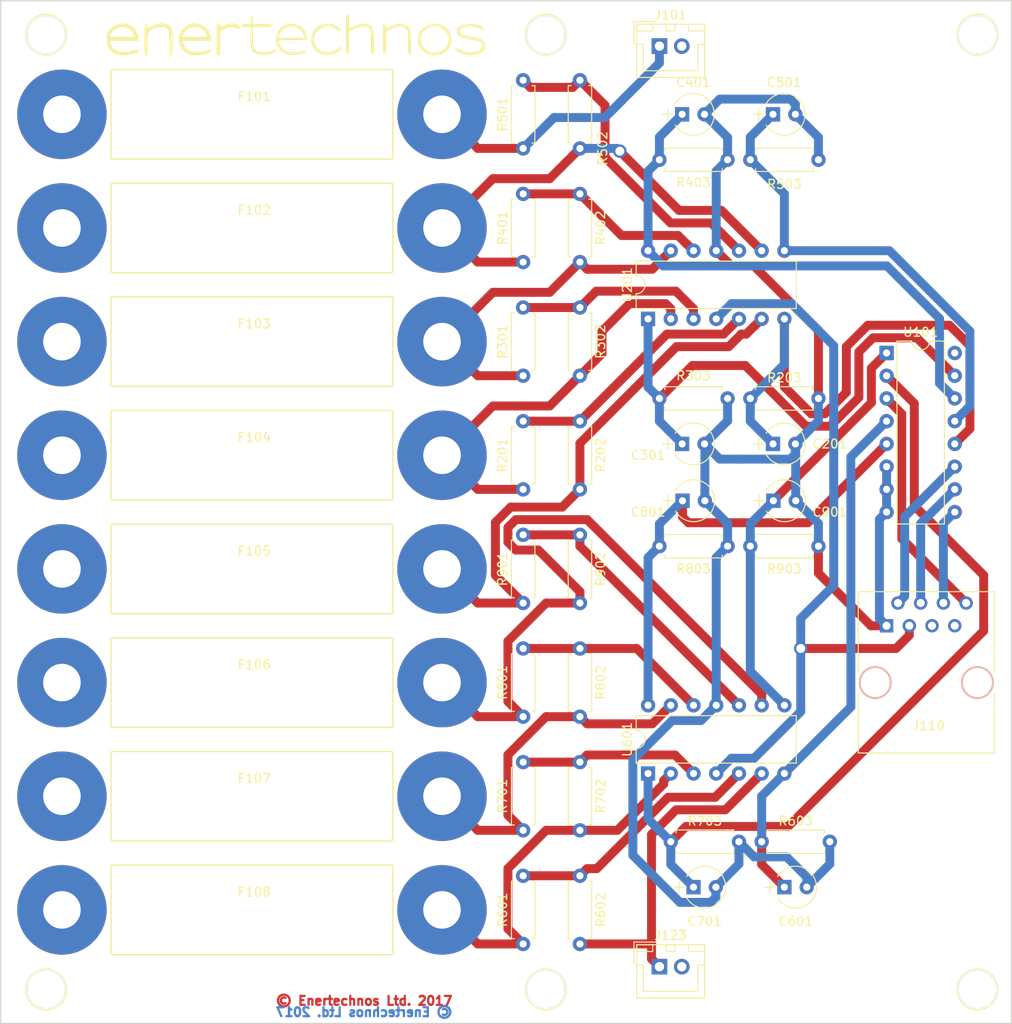
<source format=kicad_pcb>
(kicad_pcb (version 4) (host pcbnew 4.0.7)

  (general
    (links 92)
    (no_connects 0)
    (area 40.564999 68.167 152.475001 183.345)
    (thickness 1.6)
    (drawings 6)
    (tracks 327)
    (zones 0)
    (modules 53)
    (nets 40)
  )

  (page A4)
  (title_block
    (title "Fuse Board")
    (date 2018-01-04)
    (rev "Release 0.1a")
    (company "Enertechnos Ltd.")
    (comment 1 "APPROVED for Prototype")
  )

  (layers
    (0 F.Cu signal)
    (31 B.Cu signal)
    (32 B.Adhes user)
    (33 F.Adhes user)
    (34 B.Paste user)
    (35 F.Paste user)
    (36 B.SilkS user)
    (37 F.SilkS user)
    (38 B.Mask user)
    (39 F.Mask user)
    (40 Dwgs.User user)
    (41 Cmts.User user)
    (42 Eco1.User user)
    (43 Eco2.User user)
    (44 Edge.Cuts user)
    (45 Margin user)
    (46 B.CrtYd user)
    (47 F.CrtYd user)
    (48 B.Fab user)
    (49 F.Fab user)
  )

  (setup
    (last_trace_width 1)
    (trace_clearance 0.4)
    (zone_clearance 0.508)
    (zone_45_only no)
    (trace_min 0.2)
    (segment_width 0.2)
    (edge_width 0.15)
    (via_size 1.5)
    (via_drill 1)
    (via_min_size 0.4)
    (via_min_drill 0.3)
    (uvia_size 1)
    (uvia_drill 0.5)
    (uvias_allowed no)
    (uvia_min_size 0.2)
    (uvia_min_drill 0.1)
    (pcb_text_width 0.3)
    (pcb_text_size 1.5 1.5)
    (mod_edge_width 0.15)
    (mod_text_size 1 1)
    (mod_text_width 0.15)
    (pad_size 1.524 1.524)
    (pad_drill 0.762)
    (pad_to_mask_clearance 0.2)
    (aux_axis_origin 39.37 182.88)
    (visible_elements 7FFFEF7F)
    (pcbplotparams
      (layerselection 0x010e0_80000001)
      (usegerberextensions false)
      (excludeedgelayer true)
      (linewidth 0.100000)
      (plotframeref false)
      (viasonmask false)
      (mode 1)
      (useauxorigin true)
      (hpglpennumber 1)
      (hpglpenspeed 20)
      (hpglpendiameter 15)
      (hpglpenoverlay 2)
      (psnegative false)
      (psa4output false)
      (plotreference true)
      (plotvalue true)
      (plotinvisibletext false)
      (padsonsilk false)
      (subtractmaskfromsilk false)
      (outputformat 1)
      (mirror false)
      (drillshape 0)
      (scaleselection 1)
      (outputdirectory Plot/))
  )

  (net 0 "")
  (net 1 /VoltMeter1/+VE)
  (net 2 /VoltMeter2/+VE)
  (net 3 /VoltMeter3/+VE)
  (net 4 ARD_GND)
  (net 5 /VoltMeter5/+VE)
  (net 6 /VoltMeter6/+VE)
  (net 7 /VoltMeter7/+VE)
  (net 8 /VoltMeter8/+VE)
  (net 9 /VoltMeter4/+VE)
  (net 10 "Net-(R201-Pad2)")
  (net 11 "Net-(R301-Pad2)")
  (net 12 "Net-(R401-Pad2)")
  (net 13 "Net-(R501-Pad2)")
  (net 14 "Net-(R601-Pad2)")
  (net 15 "Net-(R701-Pad2)")
  (net 16 "Net-(R801-Pad2)")
  (net 17 "Net-(R901-Pad2)")
  (net 18 "Net-(F101-Pad2)")
  (net 19 "Net-(F102-Pad2)")
  (net 20 "Net-(F103-Pad2)")
  (net 21 "Net-(F104-Pad2)")
  (net 22 "Net-(F105-Pad2)")
  (net 23 "Net-(F106-Pad2)")
  (net 24 "Net-(F107-Pad2)")
  (net 25 "Net-(F108-Pad2)")
  (net 26 /VoltMeter8/-VE)
  (net 27 A)
  (net 28 B)
  (net 29 C)
  (net 30 COM)
  (net 31 V5)
  (net 32 V7)
  (net 33 V8)
  (net 34 V4)
  (net 35 V6)
  (net 36 V1)
  (net 37 V2)
  (net 38 V3)
  (net 39 ARD_VDD)

  (net_class Default "This is the default net class."
    (clearance 0.4)
    (trace_width 1)
    (via_dia 1.5)
    (via_drill 1)
    (uvia_dia 1)
    (uvia_drill 0.5)
    (add_net /VoltMeter1/+VE)
    (add_net /VoltMeter2/+VE)
    (add_net /VoltMeter3/+VE)
    (add_net /VoltMeter4/+VE)
    (add_net /VoltMeter5/+VE)
    (add_net /VoltMeter6/+VE)
    (add_net /VoltMeter7/+VE)
    (add_net /VoltMeter8/+VE)
    (add_net /VoltMeter8/-VE)
    (add_net A)
    (add_net ARD_GND)
    (add_net ARD_VDD)
    (add_net B)
    (add_net C)
    (add_net COM)
    (add_net "Net-(F101-Pad2)")
    (add_net "Net-(F102-Pad2)")
    (add_net "Net-(F103-Pad2)")
    (add_net "Net-(F104-Pad2)")
    (add_net "Net-(F105-Pad2)")
    (add_net "Net-(F106-Pad2)")
    (add_net "Net-(F107-Pad2)")
    (add_net "Net-(F108-Pad2)")
    (add_net "Net-(R201-Pad2)")
    (add_net "Net-(R301-Pad2)")
    (add_net "Net-(R401-Pad2)")
    (add_net "Net-(R501-Pad2)")
    (add_net "Net-(R601-Pad2)")
    (add_net "Net-(R701-Pad2)")
    (add_net "Net-(R801-Pad2)")
    (add_net "Net-(R901-Pad2)")
    (add_net V1)
    (add_net V2)
    (add_net V3)
    (add_net V4)
    (add_net V5)
    (add_net V6)
    (add_net V7)
    (add_net V8)
  )

  (module PartsLibraries:MountingHole locked (layer F.Cu) (tedit 594AA37F) (tstamp 5A3A31D4)
    (at 100.33 179.07)
    (descr "module 1 pin (ou trou mecanique de percage)")
    (tags DEV)
    (fp_text reference "" (at 0 -3.048) (layer F.SilkS)
      (effects (font (size 1 1) (thickness 0.15)))
    )
    (fp_text value Mount (at 0 3) (layer F.Fab)
      (effects (font (size 1 1) (thickness 0.15)))
    )
    (fp_circle (center 0 0) (end 2 0.8) (layer F.Fab) (width 0.1))
    (fp_circle (center 0 0) (end 2.6 0) (layer F.CrtYd) (width 0.05))
    (fp_circle (center 0 0) (end 0 -2.286) (layer F.SilkS) (width 0.12))
    (pad 1 thru_hole circle (at 0 0) (size 4.2 4.2) (drill 4.2) (layers *.Cu *.Mask)
      (clearance 1))
  )

  (module PartsLibraries:MountingHole locked (layer F.Cu) (tedit 594AA37F) (tstamp 5A3A31CD)
    (at 100.33 72.39)
    (descr "module 1 pin (ou trou mecanique de percage)")
    (tags DEV)
    (fp_text reference "" (at 0 -3.048) (layer F.SilkS)
      (effects (font (size 1 1) (thickness 0.15)))
    )
    (fp_text value Mount (at 0 3) (layer F.Fab)
      (effects (font (size 1 1) (thickness 0.15)))
    )
    (fp_circle (center 0 0) (end 2 0.8) (layer F.Fab) (width 0.1))
    (fp_circle (center 0 0) (end 2.6 0) (layer F.CrtYd) (width 0.05))
    (fp_circle (center 0 0) (end 0 -2.286) (layer F.SilkS) (width 0.12))
    (pad 1 thru_hole circle (at 0 0) (size 4.2 4.2) (drill 4.2) (layers *.Cu *.Mask)
      (clearance 1))
  )

  (module PartsLibraries:MountingHole locked (layer F.Cu) (tedit 594AA37F) (tstamp 5A3A31C4)
    (at 44.45 72.39)
    (descr "module 1 pin (ou trou mecanique de percage)")
    (tags DEV)
    (fp_text reference "" (at 0 -3.048) (layer F.SilkS)
      (effects (font (size 1 1) (thickness 0.15)))
    )
    (fp_text value Mount (at 0 3) (layer F.Fab)
      (effects (font (size 1 1) (thickness 0.15)))
    )
    (fp_circle (center 0 0) (end 2 0.8) (layer F.Fab) (width 0.1))
    (fp_circle (center 0 0) (end 2.6 0) (layer F.CrtYd) (width 0.05))
    (fp_circle (center 0 0) (end 0 -2.286) (layer F.SilkS) (width 0.12))
    (pad 1 thru_hole circle (at 0 0) (size 4.2 4.2) (drill 4.2) (layers *.Cu *.Mask)
      (clearance 1))
  )

  (module PartsLibraries:MountingHole locked (layer F.Cu) (tedit 594AA37F) (tstamp 5A3A31BD)
    (at 148.59 72.39)
    (descr "module 1 pin (ou trou mecanique de percage)")
    (tags DEV)
    (fp_text reference "" (at 0 -3.048) (layer F.SilkS)
      (effects (font (size 1 1) (thickness 0.15)))
    )
    (fp_text value Mount (at 0 3) (layer F.Fab)
      (effects (font (size 1 1) (thickness 0.15)))
    )
    (fp_circle (center 0 0) (end 2 0.8) (layer F.Fab) (width 0.1))
    (fp_circle (center 0 0) (end 2.6 0) (layer F.CrtYd) (width 0.05))
    (fp_circle (center 0 0) (end 0 -2.286) (layer F.SilkS) (width 0.12))
    (pad 1 thru_hole circle (at 0 0) (size 4.2 4.2) (drill 4.2) (layers *.Cu *.Mask)
      (clearance 1))
  )

  (module PartsLibraries:MountingHole locked (layer F.Cu) (tedit 594AA37F) (tstamp 5A3A31B3)
    (at 148.59 179.07)
    (descr "module 1 pin (ou trou mecanique de percage)")
    (tags DEV)
    (fp_text reference "" (at 0 -3.048) (layer F.SilkS)
      (effects (font (size 1 1) (thickness 0.15)))
    )
    (fp_text value Mount (at 0 3) (layer F.Fab)
      (effects (font (size 1 1) (thickness 0.15)))
    )
    (fp_circle (center 0 0) (end 2 0.8) (layer F.Fab) (width 0.1))
    (fp_circle (center 0 0) (end 2.6 0) (layer F.CrtYd) (width 0.05))
    (fp_circle (center 0 0) (end 0 -2.286) (layer F.SilkS) (width 0.12))
    (pad 1 thru_hole circle (at 0 0) (size 4.2 4.2) (drill 4.2) (layers *.Cu *.Mask)
      (clearance 1))
  )

  (module PartsLibraries:RJ45 (layer F.Cu) (tedit 59511D7C) (tstamp 5A30FBBD)
    (at 138.43 138.43)
    (tags RJ45)
    (path /59C3DA36)
    (fp_text reference J110 (at 4.7 11.18) (layer F.SilkS)
      (effects (font (size 1 1) (thickness 0.15)))
    )
    (fp_text value RJ45 (at 4.59 6.25) (layer F.Fab)
      (effects (font (size 1 1) (thickness 0.15)))
    )
    (fp_line (start -3.17 14.22) (end 12.07 14.22) (layer F.SilkS) (width 0.12))
    (fp_line (start 12.07 -3.81) (end 12.06 5.18) (layer F.SilkS) (width 0.12))
    (fp_line (start 12.07 -3.81) (end -3.17 -3.81) (layer F.SilkS) (width 0.12))
    (fp_line (start -3.17 -3.81) (end -3.17 5.19) (layer F.SilkS) (width 0.12))
    (fp_line (start 12.06 7.52) (end 12.07 14.22) (layer F.SilkS) (width 0.12))
    (fp_line (start -3.17 7.51) (end -3.17 14.22) (layer F.SilkS) (width 0.12))
    (fp_line (start -3.56 -4.06) (end 12.46 -4.06) (layer F.CrtYd) (width 0.05))
    (fp_line (start -3.56 -4.06) (end -3.56 14.47) (layer F.CrtYd) (width 0.05))
    (fp_line (start 12.46 14.47) (end 12.46 -4.06) (layer F.CrtYd) (width 0.05))
    (fp_line (start 12.46 14.47) (end -3.56 14.47) (layer F.CrtYd) (width 0.05))
    (pad "" np_thru_hole circle (at 10.16 6.35) (size 3.65 3.65) (drill 3.25) (layers *.Cu *.SilkS *.Mask))
    (pad "" np_thru_hole circle (at -1.27 6.35) (size 3.65 3.65) (drill 3.25) (layers *.Cu *.SilkS *.Mask))
    (pad 1 thru_hole rect (at 0 0) (size 1.5 1.5) (drill 0.9) (layers *.Cu *.Mask)
      (net 4 ARD_GND))
    (pad 2 thru_hole circle (at 1.27 -2.54) (size 1.5 1.5) (drill 0.9) (layers *.Cu *.Mask)
      (net 27 A))
    (pad 3 thru_hole circle (at 2.54 0) (size 1.5 1.5) (drill 0.9) (layers *.Cu *.Mask)
      (net 39 ARD_VDD))
    (pad 4 thru_hole circle (at 3.81 -2.54) (size 1.5 1.5) (drill 0.9) (layers *.Cu *.Mask)
      (net 28 B))
    (pad 5 thru_hole circle (at 5.08 0) (size 1.5 1.5) (drill 0.9) (layers *.Cu *.Mask))
    (pad 6 thru_hole circle (at 6.35 -2.54) (size 1.5 1.5) (drill 0.9) (layers *.Cu *.Mask)
      (net 29 C))
    (pad 7 thru_hole circle (at 7.62 0) (size 1.5 1.5) (drill 0.9) (layers *.Cu *.Mask))
    (pad 8 thru_hole circle (at 8.89 -2.54) (size 1.5 1.5) (drill 0.9) (layers *.Cu *.Mask)
      (net 30 COM))
    (model ../../../../../../Development/multilevelinverter/Hardware/3D/RJ45.wrl
      (at (xyz 0.175 -0.667 0.3))
      (scale (xyz 10 10 10))
      (rotate (xyz 270 0 0))
    )
  )

  (module Housings_DIP:DIP-14_W7.62mm locked (layer F.Cu) (tedit 59C78D6B) (tstamp 5A3005BF)
    (at 111.76 154.94 90)
    (descr "14-lead though-hole mounted DIP package, row spacing 7.62 mm (300 mils)")
    (tags "THT DIP DIL PDIP 2.54mm 7.62mm 300mil")
    (path /59C53BAD/59C4F962)
    (fp_text reference U601 (at 3.81 -2.33 90) (layer F.SilkS)
      (effects (font (size 1 1) (thickness 0.15)))
    )
    (fp_text value MCP604 (at 3.81 17.57 90) (layer F.Fab)
      (effects (font (size 1 1) (thickness 0.15)))
    )
    (fp_arc (start 3.81 -1.33) (end 2.81 -1.33) (angle -180) (layer F.SilkS) (width 0.12))
    (fp_line (start 1.635 -1.27) (end 6.985 -1.27) (layer F.Fab) (width 0.1))
    (fp_line (start 6.985 -1.27) (end 6.985 16.51) (layer F.Fab) (width 0.1))
    (fp_line (start 6.985 16.51) (end 0.635 16.51) (layer F.Fab) (width 0.1))
    (fp_line (start 0.635 16.51) (end 0.635 -0.27) (layer F.Fab) (width 0.1))
    (fp_line (start 0.635 -0.27) (end 1.635 -1.27) (layer F.Fab) (width 0.1))
    (fp_line (start 2.81 -1.33) (end 1.16 -1.33) (layer F.SilkS) (width 0.12))
    (fp_line (start 1.16 -1.33) (end 1.16 16.57) (layer F.SilkS) (width 0.12))
    (fp_line (start 1.16 16.57) (end 6.46 16.57) (layer F.SilkS) (width 0.12))
    (fp_line (start 6.46 16.57) (end 6.46 -1.33) (layer F.SilkS) (width 0.12))
    (fp_line (start 6.46 -1.33) (end 4.81 -1.33) (layer F.SilkS) (width 0.12))
    (fp_line (start -1.1 -1.55) (end -1.1 16.8) (layer F.CrtYd) (width 0.05))
    (fp_line (start -1.1 16.8) (end 8.7 16.8) (layer F.CrtYd) (width 0.05))
    (fp_line (start 8.7 16.8) (end 8.7 -1.55) (layer F.CrtYd) (width 0.05))
    (fp_line (start 8.7 -1.55) (end -1.1 -1.55) (layer F.CrtYd) (width 0.05))
    (fp_text user %R (at 3.81 7.62 90) (layer F.Fab)
      (effects (font (size 1 1) (thickness 0.15)))
    )
    (pad 1 thru_hole rect (at 0 0 90) (size 1.6 1.6) (drill 0.8) (layers *.Cu *.Mask)
      (net 32 V7))
    (pad 8 thru_hole oval (at 7.62 15.24 90) (size 1.6 1.6) (drill 0.8) (layers *.Cu *.Mask)
      (net 31 V5))
    (pad 2 thru_hole oval (at 0 2.54 90) (size 1.6 1.6) (drill 0.8) (layers *.Cu *.Mask)
      (net 8 /VoltMeter8/+VE))
    (pad 9 thru_hole oval (at 7.62 12.7 90) (size 1.6 1.6) (drill 0.8) (layers *.Cu *.Mask)
      (net 6 /VoltMeter6/+VE))
    (pad 3 thru_hole oval (at 0 5.08 90) (size 1.6 1.6) (drill 0.8) (layers *.Cu *.Mask)
      (net 15 "Net-(R701-Pad2)"))
    (pad 10 thru_hole oval (at 7.62 10.16 90) (size 1.6 1.6) (drill 0.8) (layers *.Cu *.Mask)
      (net 17 "Net-(R901-Pad2)"))
    (pad 4 thru_hole oval (at 0 7.62 90) (size 1.6 1.6) (drill 0.8) (layers *.Cu *.Mask)
      (net 39 ARD_VDD))
    (pad 11 thru_hole oval (at 7.62 7.62 90) (size 1.6 1.6) (drill 0.8) (layers *.Cu *.Mask)
      (net 4 ARD_GND))
    (pad 5 thru_hole oval (at 0 10.16 90) (size 1.6 1.6) (drill 0.8) (layers *.Cu *.Mask)
      (net 14 "Net-(R601-Pad2)"))
    (pad 12 thru_hole oval (at 7.62 5.08 90) (size 1.6 1.6) (drill 0.8) (layers *.Cu *.Mask)
      (net 16 "Net-(R801-Pad2)"))
    (pad 6 thru_hole oval (at 0 12.7 90) (size 1.6 1.6) (drill 0.8) (layers *.Cu *.Mask)
      (net 26 /VoltMeter8/-VE))
    (pad 13 thru_hole oval (at 7.62 2.54 90) (size 1.6 1.6) (drill 0.8) (layers *.Cu *.Mask)
      (net 7 /VoltMeter7/+VE))
    (pad 7 thru_hole oval (at 0 15.24 90) (size 1.6 1.6) (drill 0.8) (layers *.Cu *.Mask)
      (net 33 V8))
    (pad 14 thru_hole oval (at 7.62 0 90) (size 1.6 1.6) (drill 0.8) (layers *.Cu *.Mask)
      (net 35 V6))
    (model ${KISYS3DMOD}/Housings_DIP.3dshapes/DIP-14_W7.62mm.wrl
      (at (xyz 0 0 0))
      (scale (xyz 1 1 1))
      (rotate (xyz 0 0 0))
    )
  )

  (module Resistors_THT:R_Axial_DIN0207_L6.3mm_D2.5mm_P7.62mm_Horizontal locked placed (layer F.Cu) (tedit 5874F706) (tstamp 5A3003D9)
    (at 97.79 123.19 90)
    (descr "Resistor, Axial_DIN0207 series, Axial, Horizontal, pin pitch=7.62mm, 0.25W = 1/4W, length*diameter=6.3*2.5mm^2, http://cdn-reichelt.de/documents/datenblatt/B400/1_4W%23YAG.pdf")
    (tags "Resistor Axial_DIN0207 series Axial Horizontal pin pitch 7.62mm 0.25W = 1/4W length 6.3mm diameter 2.5mm")
    (path /59C4F642/5A2FE363)
    (fp_text reference R201 (at 3.81 -2.31 90) (layer F.SilkS)
      (effects (font (size 1 1) (thickness 0.15)))
    )
    (fp_text value 10K (at 3.81 2.31 90) (layer F.Fab)
      (effects (font (size 1 1) (thickness 0.15)))
    )
    (fp_line (start 0.66 -1.25) (end 0.66 1.25) (layer F.Fab) (width 0.1))
    (fp_line (start 0.66 1.25) (end 6.96 1.25) (layer F.Fab) (width 0.1))
    (fp_line (start 6.96 1.25) (end 6.96 -1.25) (layer F.Fab) (width 0.1))
    (fp_line (start 6.96 -1.25) (end 0.66 -1.25) (layer F.Fab) (width 0.1))
    (fp_line (start 0 0) (end 0.66 0) (layer F.Fab) (width 0.1))
    (fp_line (start 7.62 0) (end 6.96 0) (layer F.Fab) (width 0.1))
    (fp_line (start 0.6 -0.98) (end 0.6 -1.31) (layer F.SilkS) (width 0.12))
    (fp_line (start 0.6 -1.31) (end 7.02 -1.31) (layer F.SilkS) (width 0.12))
    (fp_line (start 7.02 -1.31) (end 7.02 -0.98) (layer F.SilkS) (width 0.12))
    (fp_line (start 0.6 0.98) (end 0.6 1.31) (layer F.SilkS) (width 0.12))
    (fp_line (start 0.6 1.31) (end 7.02 1.31) (layer F.SilkS) (width 0.12))
    (fp_line (start 7.02 1.31) (end 7.02 0.98) (layer F.SilkS) (width 0.12))
    (fp_line (start -1.05 -1.6) (end -1.05 1.6) (layer F.CrtYd) (width 0.05))
    (fp_line (start -1.05 1.6) (end 8.7 1.6) (layer F.CrtYd) (width 0.05))
    (fp_line (start 8.7 1.6) (end 8.7 -1.6) (layer F.CrtYd) (width 0.05))
    (fp_line (start 8.7 -1.6) (end -1.05 -1.6) (layer F.CrtYd) (width 0.05))
    (pad 1 thru_hole circle (at 0 0 90) (size 1.6 1.6) (drill 0.8) (layers *.Cu *.Mask)
      (net 9 /VoltMeter4/+VE))
    (pad 2 thru_hole oval (at 7.62 0 90) (size 1.6 1.6) (drill 0.8) (layers *.Cu *.Mask)
      (net 10 "Net-(R201-Pad2)"))
    (model ${KISYS3DMOD}/Resistors_THT.3dshapes/R_Axial_DIN0207_L6.3mm_D2.5mm_P7.62mm_Horizontal.wrl
      (at (xyz 0 0 0))
      (scale (xyz 0.393701 0.393701 0.393701))
      (rotate (xyz 0 0 0))
    )
  )

  (module Resistors_THT:R_Axial_DIN0207_L6.3mm_D2.5mm_P7.62mm_Horizontal locked placed (layer F.Cu) (tedit 5874F706) (tstamp 5A3003EF)
    (at 104.14 115.57 270)
    (descr "Resistor, Axial_DIN0207 series, Axial, Horizontal, pin pitch=7.62mm, 0.25W = 1/4W, length*diameter=6.3*2.5mm^2, http://cdn-reichelt.de/documents/datenblatt/B400/1_4W%23YAG.pdf")
    (tags "Resistor Axial_DIN0207 series Axial Horizontal pin pitch 7.62mm 0.25W = 1/4W length 6.3mm diameter 2.5mm")
    (path /59C4F642/59C4F970)
    (fp_text reference R202 (at 3.81 -2.31 270) (layer F.SilkS)
      (effects (font (size 1 1) (thickness 0.15)))
    )
    (fp_text value 10M (at 3.81 2.31 270) (layer F.Fab)
      (effects (font (size 1 1) (thickness 0.15)))
    )
    (fp_line (start 0.66 -1.25) (end 0.66 1.25) (layer F.Fab) (width 0.1))
    (fp_line (start 0.66 1.25) (end 6.96 1.25) (layer F.Fab) (width 0.1))
    (fp_line (start 6.96 1.25) (end 6.96 -1.25) (layer F.Fab) (width 0.1))
    (fp_line (start 6.96 -1.25) (end 0.66 -1.25) (layer F.Fab) (width 0.1))
    (fp_line (start 0 0) (end 0.66 0) (layer F.Fab) (width 0.1))
    (fp_line (start 7.62 0) (end 6.96 0) (layer F.Fab) (width 0.1))
    (fp_line (start 0.6 -0.98) (end 0.6 -1.31) (layer F.SilkS) (width 0.12))
    (fp_line (start 0.6 -1.31) (end 7.02 -1.31) (layer F.SilkS) (width 0.12))
    (fp_line (start 7.02 -1.31) (end 7.02 -0.98) (layer F.SilkS) (width 0.12))
    (fp_line (start 0.6 0.98) (end 0.6 1.31) (layer F.SilkS) (width 0.12))
    (fp_line (start 0.6 1.31) (end 7.02 1.31) (layer F.SilkS) (width 0.12))
    (fp_line (start 7.02 1.31) (end 7.02 0.98) (layer F.SilkS) (width 0.12))
    (fp_line (start -1.05 -1.6) (end -1.05 1.6) (layer F.CrtYd) (width 0.05))
    (fp_line (start -1.05 1.6) (end 8.7 1.6) (layer F.CrtYd) (width 0.05))
    (fp_line (start 8.7 1.6) (end 8.7 -1.6) (layer F.CrtYd) (width 0.05))
    (fp_line (start 8.7 -1.6) (end -1.05 -1.6) (layer F.CrtYd) (width 0.05))
    (pad 1 thru_hole circle (at 0 0 270) (size 1.6 1.6) (drill 0.8) (layers *.Cu *.Mask)
      (net 10 "Net-(R201-Pad2)"))
    (pad 2 thru_hole oval (at 7.62 0 270) (size 1.6 1.6) (drill 0.8) (layers *.Cu *.Mask)
      (net 5 /VoltMeter5/+VE))
    (model ${KISYS3DMOD}/Resistors_THT.3dshapes/R_Axial_DIN0207_L6.3mm_D2.5mm_P7.62mm_Horizontal.wrl
      (at (xyz 0 0 0))
      (scale (xyz 0.393701 0.393701 0.393701))
      (rotate (xyz 0 0 0))
    )
  )

  (module Resistors_THT:R_Axial_DIN0207_L6.3mm_D2.5mm_P7.62mm_Horizontal locked placed (layer F.Cu) (tedit 5874F706) (tstamp 5A300405)
    (at 97.79 110.49 90)
    (descr "Resistor, Axial_DIN0207 series, Axial, Horizontal, pin pitch=7.62mm, 0.25W = 1/4W, length*diameter=6.3*2.5mm^2, http://cdn-reichelt.de/documents/datenblatt/B400/1_4W%23YAG.pdf")
    (tags "Resistor Axial_DIN0207 series Axial Horizontal pin pitch 7.62mm 0.25W = 1/4W length 6.3mm diameter 2.5mm")
    (path /59C51A28/5A2FE363)
    (fp_text reference R301 (at 3.81 -2.31 90) (layer F.SilkS)
      (effects (font (size 1 1) (thickness 0.15)))
    )
    (fp_text value 10K (at 3.81 2.31 90) (layer F.Fab)
      (effects (font (size 1 1) (thickness 0.15)))
    )
    (fp_line (start 0.66 -1.25) (end 0.66 1.25) (layer F.Fab) (width 0.1))
    (fp_line (start 0.66 1.25) (end 6.96 1.25) (layer F.Fab) (width 0.1))
    (fp_line (start 6.96 1.25) (end 6.96 -1.25) (layer F.Fab) (width 0.1))
    (fp_line (start 6.96 -1.25) (end 0.66 -1.25) (layer F.Fab) (width 0.1))
    (fp_line (start 0 0) (end 0.66 0) (layer F.Fab) (width 0.1))
    (fp_line (start 7.62 0) (end 6.96 0) (layer F.Fab) (width 0.1))
    (fp_line (start 0.6 -0.98) (end 0.6 -1.31) (layer F.SilkS) (width 0.12))
    (fp_line (start 0.6 -1.31) (end 7.02 -1.31) (layer F.SilkS) (width 0.12))
    (fp_line (start 7.02 -1.31) (end 7.02 -0.98) (layer F.SilkS) (width 0.12))
    (fp_line (start 0.6 0.98) (end 0.6 1.31) (layer F.SilkS) (width 0.12))
    (fp_line (start 0.6 1.31) (end 7.02 1.31) (layer F.SilkS) (width 0.12))
    (fp_line (start 7.02 1.31) (end 7.02 0.98) (layer F.SilkS) (width 0.12))
    (fp_line (start -1.05 -1.6) (end -1.05 1.6) (layer F.CrtYd) (width 0.05))
    (fp_line (start -1.05 1.6) (end 8.7 1.6) (layer F.CrtYd) (width 0.05))
    (fp_line (start 8.7 1.6) (end 8.7 -1.6) (layer F.CrtYd) (width 0.05))
    (fp_line (start 8.7 -1.6) (end -1.05 -1.6) (layer F.CrtYd) (width 0.05))
    (pad 1 thru_hole circle (at 0 0 90) (size 1.6 1.6) (drill 0.8) (layers *.Cu *.Mask)
      (net 3 /VoltMeter3/+VE))
    (pad 2 thru_hole oval (at 7.62 0 90) (size 1.6 1.6) (drill 0.8) (layers *.Cu *.Mask)
      (net 11 "Net-(R301-Pad2)"))
    (model ${KISYS3DMOD}/Resistors_THT.3dshapes/R_Axial_DIN0207_L6.3mm_D2.5mm_P7.62mm_Horizontal.wrl
      (at (xyz 0 0 0))
      (scale (xyz 0.393701 0.393701 0.393701))
      (rotate (xyz 0 0 0))
    )
  )

  (module Resistors_THT:R_Axial_DIN0207_L6.3mm_D2.5mm_P7.62mm_Horizontal locked placed (layer F.Cu) (tedit 5874F706) (tstamp 5A30041B)
    (at 104.14 102.87 270)
    (descr "Resistor, Axial_DIN0207 series, Axial, Horizontal, pin pitch=7.62mm, 0.25W = 1/4W, length*diameter=6.3*2.5mm^2, http://cdn-reichelt.de/documents/datenblatt/B400/1_4W%23YAG.pdf")
    (tags "Resistor Axial_DIN0207 series Axial Horizontal pin pitch 7.62mm 0.25W = 1/4W length 6.3mm diameter 2.5mm")
    (path /59C51A28/59C4F970)
    (fp_text reference R302 (at 3.81 -2.31 270) (layer F.SilkS)
      (effects (font (size 1 1) (thickness 0.15)))
    )
    (fp_text value 10M (at 3.81 2.31 270) (layer F.Fab)
      (effects (font (size 1 1) (thickness 0.15)))
    )
    (fp_line (start 0.66 -1.25) (end 0.66 1.25) (layer F.Fab) (width 0.1))
    (fp_line (start 0.66 1.25) (end 6.96 1.25) (layer F.Fab) (width 0.1))
    (fp_line (start 6.96 1.25) (end 6.96 -1.25) (layer F.Fab) (width 0.1))
    (fp_line (start 6.96 -1.25) (end 0.66 -1.25) (layer F.Fab) (width 0.1))
    (fp_line (start 0 0) (end 0.66 0) (layer F.Fab) (width 0.1))
    (fp_line (start 7.62 0) (end 6.96 0) (layer F.Fab) (width 0.1))
    (fp_line (start 0.6 -0.98) (end 0.6 -1.31) (layer F.SilkS) (width 0.12))
    (fp_line (start 0.6 -1.31) (end 7.02 -1.31) (layer F.SilkS) (width 0.12))
    (fp_line (start 7.02 -1.31) (end 7.02 -0.98) (layer F.SilkS) (width 0.12))
    (fp_line (start 0.6 0.98) (end 0.6 1.31) (layer F.SilkS) (width 0.12))
    (fp_line (start 0.6 1.31) (end 7.02 1.31) (layer F.SilkS) (width 0.12))
    (fp_line (start 7.02 1.31) (end 7.02 0.98) (layer F.SilkS) (width 0.12))
    (fp_line (start -1.05 -1.6) (end -1.05 1.6) (layer F.CrtYd) (width 0.05))
    (fp_line (start -1.05 1.6) (end 8.7 1.6) (layer F.CrtYd) (width 0.05))
    (fp_line (start 8.7 1.6) (end 8.7 -1.6) (layer F.CrtYd) (width 0.05))
    (fp_line (start 8.7 -1.6) (end -1.05 -1.6) (layer F.CrtYd) (width 0.05))
    (pad 1 thru_hole circle (at 0 0 270) (size 1.6 1.6) (drill 0.8) (layers *.Cu *.Mask)
      (net 11 "Net-(R301-Pad2)"))
    (pad 2 thru_hole oval (at 7.62 0 270) (size 1.6 1.6) (drill 0.8) (layers *.Cu *.Mask)
      (net 9 /VoltMeter4/+VE))
    (model ${KISYS3DMOD}/Resistors_THT.3dshapes/R_Axial_DIN0207_L6.3mm_D2.5mm_P7.62mm_Horizontal.wrl
      (at (xyz 0 0 0))
      (scale (xyz 0.393701 0.393701 0.393701))
      (rotate (xyz 0 0 0))
    )
  )

  (module Resistors_THT:R_Axial_DIN0207_L6.3mm_D2.5mm_P7.62mm_Horizontal locked placed (layer F.Cu) (tedit 5874F706) (tstamp 5A300431)
    (at 97.79 97.79 90)
    (descr "Resistor, Axial_DIN0207 series, Axial, Horizontal, pin pitch=7.62mm, 0.25W = 1/4W, length*diameter=6.3*2.5mm^2, http://cdn-reichelt.de/documents/datenblatt/B400/1_4W%23YAG.pdf")
    (tags "Resistor Axial_DIN0207 series Axial Horizontal pin pitch 7.62mm 0.25W = 1/4W length 6.3mm diameter 2.5mm")
    (path /59C51FF6/5A2FE363)
    (fp_text reference R401 (at 3.81 -2.31 90) (layer F.SilkS)
      (effects (font (size 1 1) (thickness 0.15)))
    )
    (fp_text value 10K (at 3.81 2.31 90) (layer F.Fab)
      (effects (font (size 1 1) (thickness 0.15)))
    )
    (fp_line (start 0.66 -1.25) (end 0.66 1.25) (layer F.Fab) (width 0.1))
    (fp_line (start 0.66 1.25) (end 6.96 1.25) (layer F.Fab) (width 0.1))
    (fp_line (start 6.96 1.25) (end 6.96 -1.25) (layer F.Fab) (width 0.1))
    (fp_line (start 6.96 -1.25) (end 0.66 -1.25) (layer F.Fab) (width 0.1))
    (fp_line (start 0 0) (end 0.66 0) (layer F.Fab) (width 0.1))
    (fp_line (start 7.62 0) (end 6.96 0) (layer F.Fab) (width 0.1))
    (fp_line (start 0.6 -0.98) (end 0.6 -1.31) (layer F.SilkS) (width 0.12))
    (fp_line (start 0.6 -1.31) (end 7.02 -1.31) (layer F.SilkS) (width 0.12))
    (fp_line (start 7.02 -1.31) (end 7.02 -0.98) (layer F.SilkS) (width 0.12))
    (fp_line (start 0.6 0.98) (end 0.6 1.31) (layer F.SilkS) (width 0.12))
    (fp_line (start 0.6 1.31) (end 7.02 1.31) (layer F.SilkS) (width 0.12))
    (fp_line (start 7.02 1.31) (end 7.02 0.98) (layer F.SilkS) (width 0.12))
    (fp_line (start -1.05 -1.6) (end -1.05 1.6) (layer F.CrtYd) (width 0.05))
    (fp_line (start -1.05 1.6) (end 8.7 1.6) (layer F.CrtYd) (width 0.05))
    (fp_line (start 8.7 1.6) (end 8.7 -1.6) (layer F.CrtYd) (width 0.05))
    (fp_line (start 8.7 -1.6) (end -1.05 -1.6) (layer F.CrtYd) (width 0.05))
    (pad 1 thru_hole circle (at 0 0 90) (size 1.6 1.6) (drill 0.8) (layers *.Cu *.Mask)
      (net 2 /VoltMeter2/+VE))
    (pad 2 thru_hole oval (at 7.62 0 90) (size 1.6 1.6) (drill 0.8) (layers *.Cu *.Mask)
      (net 12 "Net-(R401-Pad2)"))
    (model ${KISYS3DMOD}/Resistors_THT.3dshapes/R_Axial_DIN0207_L6.3mm_D2.5mm_P7.62mm_Horizontal.wrl
      (at (xyz 0 0 0))
      (scale (xyz 0.393701 0.393701 0.393701))
      (rotate (xyz 0 0 0))
    )
  )

  (module Resistors_THT:R_Axial_DIN0207_L6.3mm_D2.5mm_P7.62mm_Horizontal locked placed (layer F.Cu) (tedit 5874F706) (tstamp 5A300447)
    (at 104.14 90.17 270)
    (descr "Resistor, Axial_DIN0207 series, Axial, Horizontal, pin pitch=7.62mm, 0.25W = 1/4W, length*diameter=6.3*2.5mm^2, http://cdn-reichelt.de/documents/datenblatt/B400/1_4W%23YAG.pdf")
    (tags "Resistor Axial_DIN0207 series Axial Horizontal pin pitch 7.62mm 0.25W = 1/4W length 6.3mm diameter 2.5mm")
    (path /59C51FF6/59C4F970)
    (fp_text reference R402 (at 3.81 -2.31 270) (layer F.SilkS)
      (effects (font (size 1 1) (thickness 0.15)))
    )
    (fp_text value 10M (at 3.81 2.31 270) (layer F.Fab)
      (effects (font (size 1 1) (thickness 0.15)))
    )
    (fp_line (start 0.66 -1.25) (end 0.66 1.25) (layer F.Fab) (width 0.1))
    (fp_line (start 0.66 1.25) (end 6.96 1.25) (layer F.Fab) (width 0.1))
    (fp_line (start 6.96 1.25) (end 6.96 -1.25) (layer F.Fab) (width 0.1))
    (fp_line (start 6.96 -1.25) (end 0.66 -1.25) (layer F.Fab) (width 0.1))
    (fp_line (start 0 0) (end 0.66 0) (layer F.Fab) (width 0.1))
    (fp_line (start 7.62 0) (end 6.96 0) (layer F.Fab) (width 0.1))
    (fp_line (start 0.6 -0.98) (end 0.6 -1.31) (layer F.SilkS) (width 0.12))
    (fp_line (start 0.6 -1.31) (end 7.02 -1.31) (layer F.SilkS) (width 0.12))
    (fp_line (start 7.02 -1.31) (end 7.02 -0.98) (layer F.SilkS) (width 0.12))
    (fp_line (start 0.6 0.98) (end 0.6 1.31) (layer F.SilkS) (width 0.12))
    (fp_line (start 0.6 1.31) (end 7.02 1.31) (layer F.SilkS) (width 0.12))
    (fp_line (start 7.02 1.31) (end 7.02 0.98) (layer F.SilkS) (width 0.12))
    (fp_line (start -1.05 -1.6) (end -1.05 1.6) (layer F.CrtYd) (width 0.05))
    (fp_line (start -1.05 1.6) (end 8.7 1.6) (layer F.CrtYd) (width 0.05))
    (fp_line (start 8.7 1.6) (end 8.7 -1.6) (layer F.CrtYd) (width 0.05))
    (fp_line (start 8.7 -1.6) (end -1.05 -1.6) (layer F.CrtYd) (width 0.05))
    (pad 1 thru_hole circle (at 0 0 270) (size 1.6 1.6) (drill 0.8) (layers *.Cu *.Mask)
      (net 12 "Net-(R401-Pad2)"))
    (pad 2 thru_hole oval (at 7.62 0 270) (size 1.6 1.6) (drill 0.8) (layers *.Cu *.Mask)
      (net 3 /VoltMeter3/+VE))
    (model ${KISYS3DMOD}/Resistors_THT.3dshapes/R_Axial_DIN0207_L6.3mm_D2.5mm_P7.62mm_Horizontal.wrl
      (at (xyz 0 0 0))
      (scale (xyz 0.393701 0.393701 0.393701))
      (rotate (xyz 0 0 0))
    )
  )

  (module Resistors_THT:R_Axial_DIN0207_L6.3mm_D2.5mm_P7.62mm_Horizontal locked placed (layer F.Cu) (tedit 5874F706) (tstamp 5A30045D)
    (at 97.79 85.09 90)
    (descr "Resistor, Axial_DIN0207 series, Axial, Horizontal, pin pitch=7.62mm, 0.25W = 1/4W, length*diameter=6.3*2.5mm^2, http://cdn-reichelt.de/documents/datenblatt/B400/1_4W%23YAG.pdf")
    (tags "Resistor Axial_DIN0207 series Axial Horizontal pin pitch 7.62mm 0.25W = 1/4W length 6.3mm diameter 2.5mm")
    (path /59C5216A/5A2FE363)
    (fp_text reference R501 (at 3.81 -2.31 90) (layer F.SilkS)
      (effects (font (size 1 1) (thickness 0.15)))
    )
    (fp_text value 10K (at 3.81 2.31 90) (layer F.Fab)
      (effects (font (size 1 1) (thickness 0.15)))
    )
    (fp_line (start 0.66 -1.25) (end 0.66 1.25) (layer F.Fab) (width 0.1))
    (fp_line (start 0.66 1.25) (end 6.96 1.25) (layer F.Fab) (width 0.1))
    (fp_line (start 6.96 1.25) (end 6.96 -1.25) (layer F.Fab) (width 0.1))
    (fp_line (start 6.96 -1.25) (end 0.66 -1.25) (layer F.Fab) (width 0.1))
    (fp_line (start 0 0) (end 0.66 0) (layer F.Fab) (width 0.1))
    (fp_line (start 7.62 0) (end 6.96 0) (layer F.Fab) (width 0.1))
    (fp_line (start 0.6 -0.98) (end 0.6 -1.31) (layer F.SilkS) (width 0.12))
    (fp_line (start 0.6 -1.31) (end 7.02 -1.31) (layer F.SilkS) (width 0.12))
    (fp_line (start 7.02 -1.31) (end 7.02 -0.98) (layer F.SilkS) (width 0.12))
    (fp_line (start 0.6 0.98) (end 0.6 1.31) (layer F.SilkS) (width 0.12))
    (fp_line (start 0.6 1.31) (end 7.02 1.31) (layer F.SilkS) (width 0.12))
    (fp_line (start 7.02 1.31) (end 7.02 0.98) (layer F.SilkS) (width 0.12))
    (fp_line (start -1.05 -1.6) (end -1.05 1.6) (layer F.CrtYd) (width 0.05))
    (fp_line (start -1.05 1.6) (end 8.7 1.6) (layer F.CrtYd) (width 0.05))
    (fp_line (start 8.7 1.6) (end 8.7 -1.6) (layer F.CrtYd) (width 0.05))
    (fp_line (start 8.7 -1.6) (end -1.05 -1.6) (layer F.CrtYd) (width 0.05))
    (pad 1 thru_hole circle (at 0 0 90) (size 1.6 1.6) (drill 0.8) (layers *.Cu *.Mask)
      (net 1 /VoltMeter1/+VE))
    (pad 2 thru_hole oval (at 7.62 0 90) (size 1.6 1.6) (drill 0.8) (layers *.Cu *.Mask)
      (net 13 "Net-(R501-Pad2)"))
    (model ${KISYS3DMOD}/Resistors_THT.3dshapes/R_Axial_DIN0207_L6.3mm_D2.5mm_P7.62mm_Horizontal.wrl
      (at (xyz 0 0 0))
      (scale (xyz 0.393701 0.393701 0.393701))
      (rotate (xyz 0 0 0))
    )
  )

  (module Resistors_THT:R_Axial_DIN0207_L6.3mm_D2.5mm_P7.62mm_Horizontal locked placed (layer F.Cu) (tedit 5874F706) (tstamp 5A300473)
    (at 104.14 77.47 270)
    (descr "Resistor, Axial_DIN0207 series, Axial, Horizontal, pin pitch=7.62mm, 0.25W = 1/4W, length*diameter=6.3*2.5mm^2, http://cdn-reichelt.de/documents/datenblatt/B400/1_4W%23YAG.pdf")
    (tags "Resistor Axial_DIN0207 series Axial Horizontal pin pitch 7.62mm 0.25W = 1/4W length 6.3mm diameter 2.5mm")
    (path /59C5216A/59C4F970)
    (fp_text reference R502 (at 7.62 -2.54 270) (layer F.SilkS)
      (effects (font (size 1 1) (thickness 0.15)))
    )
    (fp_text value 10M (at 3.81 2.31 270) (layer F.Fab)
      (effects (font (size 1 1) (thickness 0.15)))
    )
    (fp_line (start 0.66 -1.25) (end 0.66 1.25) (layer F.Fab) (width 0.1))
    (fp_line (start 0.66 1.25) (end 6.96 1.25) (layer F.Fab) (width 0.1))
    (fp_line (start 6.96 1.25) (end 6.96 -1.25) (layer F.Fab) (width 0.1))
    (fp_line (start 6.96 -1.25) (end 0.66 -1.25) (layer F.Fab) (width 0.1))
    (fp_line (start 0 0) (end 0.66 0) (layer F.Fab) (width 0.1))
    (fp_line (start 7.62 0) (end 6.96 0) (layer F.Fab) (width 0.1))
    (fp_line (start 0.6 -0.98) (end 0.6 -1.31) (layer F.SilkS) (width 0.12))
    (fp_line (start 0.6 -1.31) (end 7.02 -1.31) (layer F.SilkS) (width 0.12))
    (fp_line (start 7.02 -1.31) (end 7.02 -0.98) (layer F.SilkS) (width 0.12))
    (fp_line (start 0.6 0.98) (end 0.6 1.31) (layer F.SilkS) (width 0.12))
    (fp_line (start 0.6 1.31) (end 7.02 1.31) (layer F.SilkS) (width 0.12))
    (fp_line (start 7.02 1.31) (end 7.02 0.98) (layer F.SilkS) (width 0.12))
    (fp_line (start -1.05 -1.6) (end -1.05 1.6) (layer F.CrtYd) (width 0.05))
    (fp_line (start -1.05 1.6) (end 8.7 1.6) (layer F.CrtYd) (width 0.05))
    (fp_line (start 8.7 1.6) (end 8.7 -1.6) (layer F.CrtYd) (width 0.05))
    (fp_line (start 8.7 -1.6) (end -1.05 -1.6) (layer F.CrtYd) (width 0.05))
    (pad 1 thru_hole circle (at 0 0 270) (size 1.6 1.6) (drill 0.8) (layers *.Cu *.Mask)
      (net 13 "Net-(R501-Pad2)"))
    (pad 2 thru_hole oval (at 7.62 0 270) (size 1.6 1.6) (drill 0.8) (layers *.Cu *.Mask)
      (net 2 /VoltMeter2/+VE))
    (model ${KISYS3DMOD}/Resistors_THT.3dshapes/R_Axial_DIN0207_L6.3mm_D2.5mm_P7.62mm_Horizontal.wrl
      (at (xyz 0 0 0))
      (scale (xyz 0.393701 0.393701 0.393701))
      (rotate (xyz 0 0 0))
    )
  )

  (module Resistors_THT:R_Axial_DIN0207_L6.3mm_D2.5mm_P7.62mm_Horizontal locked placed (layer F.Cu) (tedit 5874F706) (tstamp 5A300489)
    (at 97.79 173.99 90)
    (descr "Resistor, Axial_DIN0207 series, Axial, Horizontal, pin pitch=7.62mm, 0.25W = 1/4W, length*diameter=6.3*2.5mm^2, http://cdn-reichelt.de/documents/datenblatt/B400/1_4W%23YAG.pdf")
    (tags "Resistor Axial_DIN0207 series Axial Horizontal pin pitch 7.62mm 0.25W = 1/4W length 6.3mm diameter 2.5mm")
    (path /59C53BAD/5A2FE363)
    (fp_text reference R601 (at 3.81 -2.31 90) (layer F.SilkS)
      (effects (font (size 1 1) (thickness 0.15)))
    )
    (fp_text value 10K (at 3.81 2.31 90) (layer F.Fab)
      (effects (font (size 1 1) (thickness 0.15)))
    )
    (fp_line (start 0.66 -1.25) (end 0.66 1.25) (layer F.Fab) (width 0.1))
    (fp_line (start 0.66 1.25) (end 6.96 1.25) (layer F.Fab) (width 0.1))
    (fp_line (start 6.96 1.25) (end 6.96 -1.25) (layer F.Fab) (width 0.1))
    (fp_line (start 6.96 -1.25) (end 0.66 -1.25) (layer F.Fab) (width 0.1))
    (fp_line (start 0 0) (end 0.66 0) (layer F.Fab) (width 0.1))
    (fp_line (start 7.62 0) (end 6.96 0) (layer F.Fab) (width 0.1))
    (fp_line (start 0.6 -0.98) (end 0.6 -1.31) (layer F.SilkS) (width 0.12))
    (fp_line (start 0.6 -1.31) (end 7.02 -1.31) (layer F.SilkS) (width 0.12))
    (fp_line (start 7.02 -1.31) (end 7.02 -0.98) (layer F.SilkS) (width 0.12))
    (fp_line (start 0.6 0.98) (end 0.6 1.31) (layer F.SilkS) (width 0.12))
    (fp_line (start 0.6 1.31) (end 7.02 1.31) (layer F.SilkS) (width 0.12))
    (fp_line (start 7.02 1.31) (end 7.02 0.98) (layer F.SilkS) (width 0.12))
    (fp_line (start -1.05 -1.6) (end -1.05 1.6) (layer F.CrtYd) (width 0.05))
    (fp_line (start -1.05 1.6) (end 8.7 1.6) (layer F.CrtYd) (width 0.05))
    (fp_line (start 8.7 1.6) (end 8.7 -1.6) (layer F.CrtYd) (width 0.05))
    (fp_line (start 8.7 -1.6) (end -1.05 -1.6) (layer F.CrtYd) (width 0.05))
    (pad 1 thru_hole circle (at 0 0 90) (size 1.6 1.6) (drill 0.8) (layers *.Cu *.Mask)
      (net 8 /VoltMeter8/+VE))
    (pad 2 thru_hole oval (at 7.62 0 90) (size 1.6 1.6) (drill 0.8) (layers *.Cu *.Mask)
      (net 14 "Net-(R601-Pad2)"))
    (model ${KISYS3DMOD}/Resistors_THT.3dshapes/R_Axial_DIN0207_L6.3mm_D2.5mm_P7.62mm_Horizontal.wrl
      (at (xyz 0 0 0))
      (scale (xyz 0.393701 0.393701 0.393701))
      (rotate (xyz 0 0 0))
    )
  )

  (module Resistors_THT:R_Axial_DIN0207_L6.3mm_D2.5mm_P7.62mm_Horizontal locked placed (layer F.Cu) (tedit 5874F706) (tstamp 5A30049F)
    (at 104.14 166.37 270)
    (descr "Resistor, Axial_DIN0207 series, Axial, Horizontal, pin pitch=7.62mm, 0.25W = 1/4W, length*diameter=6.3*2.5mm^2, http://cdn-reichelt.de/documents/datenblatt/B400/1_4W%23YAG.pdf")
    (tags "Resistor Axial_DIN0207 series Axial Horizontal pin pitch 7.62mm 0.25W = 1/4W length 6.3mm diameter 2.5mm")
    (path /59C53BAD/59C4F970)
    (fp_text reference R602 (at 3.81 -2.31 270) (layer F.SilkS)
      (effects (font (size 1 1) (thickness 0.15)))
    )
    (fp_text value 10M (at 3.81 2.31 270) (layer F.Fab)
      (effects (font (size 1 1) (thickness 0.15)))
    )
    (fp_line (start 0.66 -1.25) (end 0.66 1.25) (layer F.Fab) (width 0.1))
    (fp_line (start 0.66 1.25) (end 6.96 1.25) (layer F.Fab) (width 0.1))
    (fp_line (start 6.96 1.25) (end 6.96 -1.25) (layer F.Fab) (width 0.1))
    (fp_line (start 6.96 -1.25) (end 0.66 -1.25) (layer F.Fab) (width 0.1))
    (fp_line (start 0 0) (end 0.66 0) (layer F.Fab) (width 0.1))
    (fp_line (start 7.62 0) (end 6.96 0) (layer F.Fab) (width 0.1))
    (fp_line (start 0.6 -0.98) (end 0.6 -1.31) (layer F.SilkS) (width 0.12))
    (fp_line (start 0.6 -1.31) (end 7.02 -1.31) (layer F.SilkS) (width 0.12))
    (fp_line (start 7.02 -1.31) (end 7.02 -0.98) (layer F.SilkS) (width 0.12))
    (fp_line (start 0.6 0.98) (end 0.6 1.31) (layer F.SilkS) (width 0.12))
    (fp_line (start 0.6 1.31) (end 7.02 1.31) (layer F.SilkS) (width 0.12))
    (fp_line (start 7.02 1.31) (end 7.02 0.98) (layer F.SilkS) (width 0.12))
    (fp_line (start -1.05 -1.6) (end -1.05 1.6) (layer F.CrtYd) (width 0.05))
    (fp_line (start -1.05 1.6) (end 8.7 1.6) (layer F.CrtYd) (width 0.05))
    (fp_line (start 8.7 1.6) (end 8.7 -1.6) (layer F.CrtYd) (width 0.05))
    (fp_line (start 8.7 -1.6) (end -1.05 -1.6) (layer F.CrtYd) (width 0.05))
    (pad 1 thru_hole circle (at 0 0 270) (size 1.6 1.6) (drill 0.8) (layers *.Cu *.Mask)
      (net 14 "Net-(R601-Pad2)"))
    (pad 2 thru_hole oval (at 7.62 0 270) (size 1.6 1.6) (drill 0.8) (layers *.Cu *.Mask)
      (net 26 /VoltMeter8/-VE))
    (model ${KISYS3DMOD}/Resistors_THT.3dshapes/R_Axial_DIN0207_L6.3mm_D2.5mm_P7.62mm_Horizontal.wrl
      (at (xyz 0 0 0))
      (scale (xyz 0.393701 0.393701 0.393701))
      (rotate (xyz 0 0 0))
    )
  )

  (module Resistors_THT:R_Axial_DIN0207_L6.3mm_D2.5mm_P7.62mm_Horizontal locked placed (layer F.Cu) (tedit 5874F706) (tstamp 5A3004B5)
    (at 97.79 161.29 90)
    (descr "Resistor, Axial_DIN0207 series, Axial, Horizontal, pin pitch=7.62mm, 0.25W = 1/4W, length*diameter=6.3*2.5mm^2, http://cdn-reichelt.de/documents/datenblatt/B400/1_4W%23YAG.pdf")
    (tags "Resistor Axial_DIN0207 series Axial Horizontal pin pitch 7.62mm 0.25W = 1/4W length 6.3mm diameter 2.5mm")
    (path /59C53BBB/5A2FE363)
    (fp_text reference R701 (at 3.81 -2.31 90) (layer F.SilkS)
      (effects (font (size 1 1) (thickness 0.15)))
    )
    (fp_text value 10K (at 3.81 2.31 90) (layer F.Fab)
      (effects (font (size 1 1) (thickness 0.15)))
    )
    (fp_line (start 0.66 -1.25) (end 0.66 1.25) (layer F.Fab) (width 0.1))
    (fp_line (start 0.66 1.25) (end 6.96 1.25) (layer F.Fab) (width 0.1))
    (fp_line (start 6.96 1.25) (end 6.96 -1.25) (layer F.Fab) (width 0.1))
    (fp_line (start 6.96 -1.25) (end 0.66 -1.25) (layer F.Fab) (width 0.1))
    (fp_line (start 0 0) (end 0.66 0) (layer F.Fab) (width 0.1))
    (fp_line (start 7.62 0) (end 6.96 0) (layer F.Fab) (width 0.1))
    (fp_line (start 0.6 -0.98) (end 0.6 -1.31) (layer F.SilkS) (width 0.12))
    (fp_line (start 0.6 -1.31) (end 7.02 -1.31) (layer F.SilkS) (width 0.12))
    (fp_line (start 7.02 -1.31) (end 7.02 -0.98) (layer F.SilkS) (width 0.12))
    (fp_line (start 0.6 0.98) (end 0.6 1.31) (layer F.SilkS) (width 0.12))
    (fp_line (start 0.6 1.31) (end 7.02 1.31) (layer F.SilkS) (width 0.12))
    (fp_line (start 7.02 1.31) (end 7.02 0.98) (layer F.SilkS) (width 0.12))
    (fp_line (start -1.05 -1.6) (end -1.05 1.6) (layer F.CrtYd) (width 0.05))
    (fp_line (start -1.05 1.6) (end 8.7 1.6) (layer F.CrtYd) (width 0.05))
    (fp_line (start 8.7 1.6) (end 8.7 -1.6) (layer F.CrtYd) (width 0.05))
    (fp_line (start 8.7 -1.6) (end -1.05 -1.6) (layer F.CrtYd) (width 0.05))
    (pad 1 thru_hole circle (at 0 0 90) (size 1.6 1.6) (drill 0.8) (layers *.Cu *.Mask)
      (net 7 /VoltMeter7/+VE))
    (pad 2 thru_hole oval (at 7.62 0 90) (size 1.6 1.6) (drill 0.8) (layers *.Cu *.Mask)
      (net 15 "Net-(R701-Pad2)"))
    (model ${KISYS3DMOD}/Resistors_THT.3dshapes/R_Axial_DIN0207_L6.3mm_D2.5mm_P7.62mm_Horizontal.wrl
      (at (xyz 0 0 0))
      (scale (xyz 0.393701 0.393701 0.393701))
      (rotate (xyz 0 0 0))
    )
  )

  (module Resistors_THT:R_Axial_DIN0207_L6.3mm_D2.5mm_P7.62mm_Horizontal locked placed (layer F.Cu) (tedit 5874F706) (tstamp 5A3004CB)
    (at 104.14 153.67 270)
    (descr "Resistor, Axial_DIN0207 series, Axial, Horizontal, pin pitch=7.62mm, 0.25W = 1/4W, length*diameter=6.3*2.5mm^2, http://cdn-reichelt.de/documents/datenblatt/B400/1_4W%23YAG.pdf")
    (tags "Resistor Axial_DIN0207 series Axial Horizontal pin pitch 7.62mm 0.25W = 1/4W length 6.3mm diameter 2.5mm")
    (path /59C53BBB/59C4F970)
    (fp_text reference R702 (at 3.81 -2.31 270) (layer F.SilkS)
      (effects (font (size 1 1) (thickness 0.15)))
    )
    (fp_text value 10M (at 3.81 2.31 270) (layer F.Fab)
      (effects (font (size 1 1) (thickness 0.15)))
    )
    (fp_line (start 0.66 -1.25) (end 0.66 1.25) (layer F.Fab) (width 0.1))
    (fp_line (start 0.66 1.25) (end 6.96 1.25) (layer F.Fab) (width 0.1))
    (fp_line (start 6.96 1.25) (end 6.96 -1.25) (layer F.Fab) (width 0.1))
    (fp_line (start 6.96 -1.25) (end 0.66 -1.25) (layer F.Fab) (width 0.1))
    (fp_line (start 0 0) (end 0.66 0) (layer F.Fab) (width 0.1))
    (fp_line (start 7.62 0) (end 6.96 0) (layer F.Fab) (width 0.1))
    (fp_line (start 0.6 -0.98) (end 0.6 -1.31) (layer F.SilkS) (width 0.12))
    (fp_line (start 0.6 -1.31) (end 7.02 -1.31) (layer F.SilkS) (width 0.12))
    (fp_line (start 7.02 -1.31) (end 7.02 -0.98) (layer F.SilkS) (width 0.12))
    (fp_line (start 0.6 0.98) (end 0.6 1.31) (layer F.SilkS) (width 0.12))
    (fp_line (start 0.6 1.31) (end 7.02 1.31) (layer F.SilkS) (width 0.12))
    (fp_line (start 7.02 1.31) (end 7.02 0.98) (layer F.SilkS) (width 0.12))
    (fp_line (start -1.05 -1.6) (end -1.05 1.6) (layer F.CrtYd) (width 0.05))
    (fp_line (start -1.05 1.6) (end 8.7 1.6) (layer F.CrtYd) (width 0.05))
    (fp_line (start 8.7 1.6) (end 8.7 -1.6) (layer F.CrtYd) (width 0.05))
    (fp_line (start 8.7 -1.6) (end -1.05 -1.6) (layer F.CrtYd) (width 0.05))
    (pad 1 thru_hole circle (at 0 0 270) (size 1.6 1.6) (drill 0.8) (layers *.Cu *.Mask)
      (net 15 "Net-(R701-Pad2)"))
    (pad 2 thru_hole oval (at 7.62 0 270) (size 1.6 1.6) (drill 0.8) (layers *.Cu *.Mask)
      (net 8 /VoltMeter8/+VE))
    (model ${KISYS3DMOD}/Resistors_THT.3dshapes/R_Axial_DIN0207_L6.3mm_D2.5mm_P7.62mm_Horizontal.wrl
      (at (xyz 0 0 0))
      (scale (xyz 0.393701 0.393701 0.393701))
      (rotate (xyz 0 0 0))
    )
  )

  (module Resistors_THT:R_Axial_DIN0207_L6.3mm_D2.5mm_P7.62mm_Horizontal locked placed (layer F.Cu) (tedit 5874F706) (tstamp 5A3004E1)
    (at 97.79 148.59 90)
    (descr "Resistor, Axial_DIN0207 series, Axial, Horizontal, pin pitch=7.62mm, 0.25W = 1/4W, length*diameter=6.3*2.5mm^2, http://cdn-reichelt.de/documents/datenblatt/B400/1_4W%23YAG.pdf")
    (tags "Resistor Axial_DIN0207 series Axial Horizontal pin pitch 7.62mm 0.25W = 1/4W length 6.3mm diameter 2.5mm")
    (path /59C53BC9/5A2FE363)
    (fp_text reference R801 (at 3.81 -2.31 90) (layer F.SilkS)
      (effects (font (size 1 1) (thickness 0.15)))
    )
    (fp_text value 10K (at 3.81 2.31 90) (layer F.Fab)
      (effects (font (size 1 1) (thickness 0.15)))
    )
    (fp_line (start 0.66 -1.25) (end 0.66 1.25) (layer F.Fab) (width 0.1))
    (fp_line (start 0.66 1.25) (end 6.96 1.25) (layer F.Fab) (width 0.1))
    (fp_line (start 6.96 1.25) (end 6.96 -1.25) (layer F.Fab) (width 0.1))
    (fp_line (start 6.96 -1.25) (end 0.66 -1.25) (layer F.Fab) (width 0.1))
    (fp_line (start 0 0) (end 0.66 0) (layer F.Fab) (width 0.1))
    (fp_line (start 7.62 0) (end 6.96 0) (layer F.Fab) (width 0.1))
    (fp_line (start 0.6 -0.98) (end 0.6 -1.31) (layer F.SilkS) (width 0.12))
    (fp_line (start 0.6 -1.31) (end 7.02 -1.31) (layer F.SilkS) (width 0.12))
    (fp_line (start 7.02 -1.31) (end 7.02 -0.98) (layer F.SilkS) (width 0.12))
    (fp_line (start 0.6 0.98) (end 0.6 1.31) (layer F.SilkS) (width 0.12))
    (fp_line (start 0.6 1.31) (end 7.02 1.31) (layer F.SilkS) (width 0.12))
    (fp_line (start 7.02 1.31) (end 7.02 0.98) (layer F.SilkS) (width 0.12))
    (fp_line (start -1.05 -1.6) (end -1.05 1.6) (layer F.CrtYd) (width 0.05))
    (fp_line (start -1.05 1.6) (end 8.7 1.6) (layer F.CrtYd) (width 0.05))
    (fp_line (start 8.7 1.6) (end 8.7 -1.6) (layer F.CrtYd) (width 0.05))
    (fp_line (start 8.7 -1.6) (end -1.05 -1.6) (layer F.CrtYd) (width 0.05))
    (pad 1 thru_hole circle (at 0 0 90) (size 1.6 1.6) (drill 0.8) (layers *.Cu *.Mask)
      (net 6 /VoltMeter6/+VE))
    (pad 2 thru_hole oval (at 7.62 0 90) (size 1.6 1.6) (drill 0.8) (layers *.Cu *.Mask)
      (net 16 "Net-(R801-Pad2)"))
    (model ${KISYS3DMOD}/Resistors_THT.3dshapes/R_Axial_DIN0207_L6.3mm_D2.5mm_P7.62mm_Horizontal.wrl
      (at (xyz 0 0 0))
      (scale (xyz 0.393701 0.393701 0.393701))
      (rotate (xyz 0 0 0))
    )
  )

  (module Resistors_THT:R_Axial_DIN0207_L6.3mm_D2.5mm_P7.62mm_Horizontal locked placed (layer F.Cu) (tedit 5874F706) (tstamp 5A3004F7)
    (at 104.14 140.97 270)
    (descr "Resistor, Axial_DIN0207 series, Axial, Horizontal, pin pitch=7.62mm, 0.25W = 1/4W, length*diameter=6.3*2.5mm^2, http://cdn-reichelt.de/documents/datenblatt/B400/1_4W%23YAG.pdf")
    (tags "Resistor Axial_DIN0207 series Axial Horizontal pin pitch 7.62mm 0.25W = 1/4W length 6.3mm diameter 2.5mm")
    (path /59C53BC9/59C4F970)
    (fp_text reference R802 (at 3.81 -2.31 270) (layer F.SilkS)
      (effects (font (size 1 1) (thickness 0.15)))
    )
    (fp_text value 10M (at 3.81 2.31 270) (layer F.Fab)
      (effects (font (size 1 1) (thickness 0.15)))
    )
    (fp_line (start 0.66 -1.25) (end 0.66 1.25) (layer F.Fab) (width 0.1))
    (fp_line (start 0.66 1.25) (end 6.96 1.25) (layer F.Fab) (width 0.1))
    (fp_line (start 6.96 1.25) (end 6.96 -1.25) (layer F.Fab) (width 0.1))
    (fp_line (start 6.96 -1.25) (end 0.66 -1.25) (layer F.Fab) (width 0.1))
    (fp_line (start 0 0) (end 0.66 0) (layer F.Fab) (width 0.1))
    (fp_line (start 7.62 0) (end 6.96 0) (layer F.Fab) (width 0.1))
    (fp_line (start 0.6 -0.98) (end 0.6 -1.31) (layer F.SilkS) (width 0.12))
    (fp_line (start 0.6 -1.31) (end 7.02 -1.31) (layer F.SilkS) (width 0.12))
    (fp_line (start 7.02 -1.31) (end 7.02 -0.98) (layer F.SilkS) (width 0.12))
    (fp_line (start 0.6 0.98) (end 0.6 1.31) (layer F.SilkS) (width 0.12))
    (fp_line (start 0.6 1.31) (end 7.02 1.31) (layer F.SilkS) (width 0.12))
    (fp_line (start 7.02 1.31) (end 7.02 0.98) (layer F.SilkS) (width 0.12))
    (fp_line (start -1.05 -1.6) (end -1.05 1.6) (layer F.CrtYd) (width 0.05))
    (fp_line (start -1.05 1.6) (end 8.7 1.6) (layer F.CrtYd) (width 0.05))
    (fp_line (start 8.7 1.6) (end 8.7 -1.6) (layer F.CrtYd) (width 0.05))
    (fp_line (start 8.7 -1.6) (end -1.05 -1.6) (layer F.CrtYd) (width 0.05))
    (pad 1 thru_hole circle (at 0 0 270) (size 1.6 1.6) (drill 0.8) (layers *.Cu *.Mask)
      (net 16 "Net-(R801-Pad2)"))
    (pad 2 thru_hole oval (at 7.62 0 270) (size 1.6 1.6) (drill 0.8) (layers *.Cu *.Mask)
      (net 7 /VoltMeter7/+VE))
    (model ${KISYS3DMOD}/Resistors_THT.3dshapes/R_Axial_DIN0207_L6.3mm_D2.5mm_P7.62mm_Horizontal.wrl
      (at (xyz 0 0 0))
      (scale (xyz 0.393701 0.393701 0.393701))
      (rotate (xyz 0 0 0))
    )
  )

  (module Resistors_THT:R_Axial_DIN0207_L6.3mm_D2.5mm_P7.62mm_Horizontal locked placed (layer F.Cu) (tedit 5874F706) (tstamp 5A30050D)
    (at 97.79 135.89 90)
    (descr "Resistor, Axial_DIN0207 series, Axial, Horizontal, pin pitch=7.62mm, 0.25W = 1/4W, length*diameter=6.3*2.5mm^2, http://cdn-reichelt.de/documents/datenblatt/B400/1_4W%23YAG.pdf")
    (tags "Resistor Axial_DIN0207 series Axial Horizontal pin pitch 7.62mm 0.25W = 1/4W length 6.3mm diameter 2.5mm")
    (path /59C53BD7/5A2FE363)
    (fp_text reference R901 (at 3.81 -2.31 90) (layer F.SilkS)
      (effects (font (size 1 1) (thickness 0.15)))
    )
    (fp_text value 10K (at 3.81 2.31 90) (layer F.Fab)
      (effects (font (size 1 1) (thickness 0.15)))
    )
    (fp_line (start 0.66 -1.25) (end 0.66 1.25) (layer F.Fab) (width 0.1))
    (fp_line (start 0.66 1.25) (end 6.96 1.25) (layer F.Fab) (width 0.1))
    (fp_line (start 6.96 1.25) (end 6.96 -1.25) (layer F.Fab) (width 0.1))
    (fp_line (start 6.96 -1.25) (end 0.66 -1.25) (layer F.Fab) (width 0.1))
    (fp_line (start 0 0) (end 0.66 0) (layer F.Fab) (width 0.1))
    (fp_line (start 7.62 0) (end 6.96 0) (layer F.Fab) (width 0.1))
    (fp_line (start 0.6 -0.98) (end 0.6 -1.31) (layer F.SilkS) (width 0.12))
    (fp_line (start 0.6 -1.31) (end 7.02 -1.31) (layer F.SilkS) (width 0.12))
    (fp_line (start 7.02 -1.31) (end 7.02 -0.98) (layer F.SilkS) (width 0.12))
    (fp_line (start 0.6 0.98) (end 0.6 1.31) (layer F.SilkS) (width 0.12))
    (fp_line (start 0.6 1.31) (end 7.02 1.31) (layer F.SilkS) (width 0.12))
    (fp_line (start 7.02 1.31) (end 7.02 0.98) (layer F.SilkS) (width 0.12))
    (fp_line (start -1.05 -1.6) (end -1.05 1.6) (layer F.CrtYd) (width 0.05))
    (fp_line (start -1.05 1.6) (end 8.7 1.6) (layer F.CrtYd) (width 0.05))
    (fp_line (start 8.7 1.6) (end 8.7 -1.6) (layer F.CrtYd) (width 0.05))
    (fp_line (start 8.7 -1.6) (end -1.05 -1.6) (layer F.CrtYd) (width 0.05))
    (pad 1 thru_hole circle (at 0 0 90) (size 1.6 1.6) (drill 0.8) (layers *.Cu *.Mask)
      (net 5 /VoltMeter5/+VE))
    (pad 2 thru_hole oval (at 7.62 0 90) (size 1.6 1.6) (drill 0.8) (layers *.Cu *.Mask)
      (net 17 "Net-(R901-Pad2)"))
    (model ${KISYS3DMOD}/Resistors_THT.3dshapes/R_Axial_DIN0207_L6.3mm_D2.5mm_P7.62mm_Horizontal.wrl
      (at (xyz 0 0 0))
      (scale (xyz 0.393701 0.393701 0.393701))
      (rotate (xyz 0 0 0))
    )
  )

  (module Resistors_THT:R_Axial_DIN0207_L6.3mm_D2.5mm_P7.62mm_Horizontal locked placed (layer F.Cu) (tedit 5874F706) (tstamp 5A300523)
    (at 104.14 128.27 270)
    (descr "Resistor, Axial_DIN0207 series, Axial, Horizontal, pin pitch=7.62mm, 0.25W = 1/4W, length*diameter=6.3*2.5mm^2, http://cdn-reichelt.de/documents/datenblatt/B400/1_4W%23YAG.pdf")
    (tags "Resistor Axial_DIN0207 series Axial Horizontal pin pitch 7.62mm 0.25W = 1/4W length 6.3mm diameter 2.5mm")
    (path /59C53BD7/59C4F970)
    (fp_text reference R902 (at 3.81 -2.31 270) (layer F.SilkS)
      (effects (font (size 1 1) (thickness 0.15)))
    )
    (fp_text value 10M (at 3.81 2.31 270) (layer F.Fab)
      (effects (font (size 1 1) (thickness 0.15)))
    )
    (fp_line (start 0.66 -1.25) (end 0.66 1.25) (layer F.Fab) (width 0.1))
    (fp_line (start 0.66 1.25) (end 6.96 1.25) (layer F.Fab) (width 0.1))
    (fp_line (start 6.96 1.25) (end 6.96 -1.25) (layer F.Fab) (width 0.1))
    (fp_line (start 6.96 -1.25) (end 0.66 -1.25) (layer F.Fab) (width 0.1))
    (fp_line (start 0 0) (end 0.66 0) (layer F.Fab) (width 0.1))
    (fp_line (start 7.62 0) (end 6.96 0) (layer F.Fab) (width 0.1))
    (fp_line (start 0.6 -0.98) (end 0.6 -1.31) (layer F.SilkS) (width 0.12))
    (fp_line (start 0.6 -1.31) (end 7.02 -1.31) (layer F.SilkS) (width 0.12))
    (fp_line (start 7.02 -1.31) (end 7.02 -0.98) (layer F.SilkS) (width 0.12))
    (fp_line (start 0.6 0.98) (end 0.6 1.31) (layer F.SilkS) (width 0.12))
    (fp_line (start 0.6 1.31) (end 7.02 1.31) (layer F.SilkS) (width 0.12))
    (fp_line (start 7.02 1.31) (end 7.02 0.98) (layer F.SilkS) (width 0.12))
    (fp_line (start -1.05 -1.6) (end -1.05 1.6) (layer F.CrtYd) (width 0.05))
    (fp_line (start -1.05 1.6) (end 8.7 1.6) (layer F.CrtYd) (width 0.05))
    (fp_line (start 8.7 1.6) (end 8.7 -1.6) (layer F.CrtYd) (width 0.05))
    (fp_line (start 8.7 -1.6) (end -1.05 -1.6) (layer F.CrtYd) (width 0.05))
    (pad 1 thru_hole circle (at 0 0 270) (size 1.6 1.6) (drill 0.8) (layers *.Cu *.Mask)
      (net 17 "Net-(R901-Pad2)"))
    (pad 2 thru_hole oval (at 7.62 0 270) (size 1.6 1.6) (drill 0.8) (layers *.Cu *.Mask)
      (net 6 /VoltMeter6/+VE))
    (model ${KISYS3DMOD}/Resistors_THT.3dshapes/R_Axial_DIN0207_L6.3mm_D2.5mm_P7.62mm_Horizontal.wrl
      (at (xyz 0 0 0))
      (scale (xyz 0.393701 0.393701 0.393701))
      (rotate (xyz 0 0 0))
    )
  )

  (module Housings_DIP:DIP-14_W7.62mm locked (layer F.Cu) (tedit 59C78D6B) (tstamp 5A30059D)
    (at 111.76 104.14 90)
    (descr "14-lead though-hole mounted DIP package, row spacing 7.62 mm (300 mils)")
    (tags "THT DIP DIL PDIP 2.54mm 7.62mm 300mil")
    (path /59C4F642/59C4F962)
    (fp_text reference U201 (at 3.81 -2.33 90) (layer F.SilkS)
      (effects (font (size 1 1) (thickness 0.15)))
    )
    (fp_text value MCP604 (at 3.81 17.57 90) (layer F.Fab)
      (effects (font (size 1 1) (thickness 0.15)))
    )
    (fp_arc (start 3.81 -1.33) (end 2.81 -1.33) (angle -180) (layer F.SilkS) (width 0.12))
    (fp_line (start 1.635 -1.27) (end 6.985 -1.27) (layer F.Fab) (width 0.1))
    (fp_line (start 6.985 -1.27) (end 6.985 16.51) (layer F.Fab) (width 0.1))
    (fp_line (start 6.985 16.51) (end 0.635 16.51) (layer F.Fab) (width 0.1))
    (fp_line (start 0.635 16.51) (end 0.635 -0.27) (layer F.Fab) (width 0.1))
    (fp_line (start 0.635 -0.27) (end 1.635 -1.27) (layer F.Fab) (width 0.1))
    (fp_line (start 2.81 -1.33) (end 1.16 -1.33) (layer F.SilkS) (width 0.12))
    (fp_line (start 1.16 -1.33) (end 1.16 16.57) (layer F.SilkS) (width 0.12))
    (fp_line (start 1.16 16.57) (end 6.46 16.57) (layer F.SilkS) (width 0.12))
    (fp_line (start 6.46 16.57) (end 6.46 -1.33) (layer F.SilkS) (width 0.12))
    (fp_line (start 6.46 -1.33) (end 4.81 -1.33) (layer F.SilkS) (width 0.12))
    (fp_line (start -1.1 -1.55) (end -1.1 16.8) (layer F.CrtYd) (width 0.05))
    (fp_line (start -1.1 16.8) (end 8.7 16.8) (layer F.CrtYd) (width 0.05))
    (fp_line (start 8.7 16.8) (end 8.7 -1.55) (layer F.CrtYd) (width 0.05))
    (fp_line (start 8.7 -1.55) (end -1.1 -1.55) (layer F.CrtYd) (width 0.05))
    (fp_text user %R (at 3.81 7.62 90) (layer F.Fab)
      (effects (font (size 1 1) (thickness 0.15)))
    )
    (pad 1 thru_hole rect (at 0 0 90) (size 1.6 1.6) (drill 0.8) (layers *.Cu *.Mask)
      (net 38 V3))
    (pad 8 thru_hole oval (at 7.62 15.24 90) (size 1.6 1.6) (drill 0.8) (layers *.Cu *.Mask)
      (net 36 V1))
    (pad 2 thru_hole oval (at 0 2.54 90) (size 1.6 1.6) (drill 0.8) (layers *.Cu *.Mask)
      (net 9 /VoltMeter4/+VE))
    (pad 9 thru_hole oval (at 7.62 12.7 90) (size 1.6 1.6) (drill 0.8) (layers *.Cu *.Mask)
      (net 2 /VoltMeter2/+VE))
    (pad 3 thru_hole oval (at 0 5.08 90) (size 1.6 1.6) (drill 0.8) (layers *.Cu *.Mask)
      (net 11 "Net-(R301-Pad2)"))
    (pad 10 thru_hole oval (at 7.62 10.16 90) (size 1.6 1.6) (drill 0.8) (layers *.Cu *.Mask)
      (net 13 "Net-(R501-Pad2)"))
    (pad 4 thru_hole oval (at 0 7.62 90) (size 1.6 1.6) (drill 0.8) (layers *.Cu *.Mask)
      (net 39 ARD_VDD))
    (pad 11 thru_hole oval (at 7.62 7.62 90) (size 1.6 1.6) (drill 0.8) (layers *.Cu *.Mask)
      (net 4 ARD_GND))
    (pad 5 thru_hole oval (at 0 10.16 90) (size 1.6 1.6) (drill 0.8) (layers *.Cu *.Mask)
      (net 10 "Net-(R201-Pad2)"))
    (pad 12 thru_hole oval (at 7.62 5.08 90) (size 1.6 1.6) (drill 0.8) (layers *.Cu *.Mask)
      (net 12 "Net-(R401-Pad2)"))
    (pad 6 thru_hole oval (at 0 12.7 90) (size 1.6 1.6) (drill 0.8) (layers *.Cu *.Mask)
      (net 5 /VoltMeter5/+VE))
    (pad 13 thru_hole oval (at 7.62 2.54 90) (size 1.6 1.6) (drill 0.8) (layers *.Cu *.Mask)
      (net 3 /VoltMeter3/+VE))
    (pad 7 thru_hole oval (at 0 15.24 90) (size 1.6 1.6) (drill 0.8) (layers *.Cu *.Mask)
      (net 34 V4))
    (pad 14 thru_hole oval (at 7.62 0 90) (size 1.6 1.6) (drill 0.8) (layers *.Cu *.Mask)
      (net 37 V2))
    (model ${KISYS3DMOD}/Housings_DIP.3dshapes/DIP-14_W7.62mm.wrl
      (at (xyz 0 0 0))
      (scale (xyz 1 1 1))
      (rotate (xyz 0 0 0))
    )
  )

  (module PartsLibraries:Enertechnos_Logo (layer F.Cu) (tedit 5A3293B3) (tstamp 5A329BE7)
    (at 72.39 72.39)
    (fp_text reference "" (at 0 0) (layer F.SilkS) hide
      (effects (font (thickness 0.3)))
    )
    (fp_text value "" (at 0.75 0) (layer F.SilkS) hide
      (effects (font (thickness 0.3)))
    )
    (fp_poly (pts (xy -18.701504 -1.149541) (xy -18.371343 -0.982841) (xy -18.076027 -0.708343) (xy -17.827689 -0.334111)
      (xy -17.661616 0.075536) (xy -17.611494 0.402166) (xy -17.610666 0.677333) (xy -20.816179 0.677333)
      (xy -20.740354 0.941721) (xy -20.544952 1.369882) (xy -20.238595 1.67537) (xy -19.819798 1.858534)
      (xy -19.287077 1.919723) (xy -18.638948 1.859286) (xy -17.873925 1.677572) (xy -17.758833 1.642913)
      (xy -17.645242 1.648029) (xy -17.610831 1.783207) (xy -17.610666 1.800764) (xy -17.627955 1.91201)
      (xy -17.703341 1.99161) (xy -17.872107 2.060382) (xy -18.169536 2.139147) (xy -18.194281 2.145137)
      (xy -18.834293 2.258061) (xy -19.432172 2.284065) (xy -19.951375 2.223856) (xy -20.305753 2.104328)
      (xy -20.702519 1.828249) (xy -20.972368 1.450728) (xy -21.121445 0.961377) (xy -21.152517 0.673254)
      (xy -21.149043 0.254) (xy -20.823809 0.254) (xy -18.057482 0.254) (xy -18.099008 0.036768)
      (xy -18.219786 -0.23124) (xy -18.452236 -0.499678) (xy -18.745868 -0.720216) (xy -19.009736 -0.834963)
      (xy -19.471697 -0.87845) (xy -19.918364 -0.777599) (xy -20.312003 -0.551131) (xy -20.614876 -0.217765)
      (xy -20.735598 0.021166) (xy -20.823809 0.254) (xy -21.149043 0.254) (xy -21.148278 0.161746)
      (xy -21.060439 -0.237172) (xy -20.874931 -0.565311) (xy -20.658742 -0.794193) (xy -20.227252 -1.077947)
      (xy -19.728363 -1.234135) (xy -19.205354 -1.25919) (xy -18.701504 -1.149541)) (layer F.SilkS) (width 0.01))
    (fp_poly (pts (xy -14.393338 -1.15731) (xy -14.38218 -1.152122) (xy -14.184995 -1.044277) (xy -14.037764 -0.917187)
      (xy -13.933336 -0.745854) (xy -13.864561 -0.505285) (xy -13.824292 -0.170483) (xy -13.805376 0.283548)
      (xy -13.800666 0.880896) (xy -13.801593 1.398147) (xy -13.806295 1.769998) (xy -13.817656 2.02038)
      (xy -13.83856 2.173225) (xy -13.871892 2.252464) (xy -13.920536 2.282028) (xy -13.97 2.286)
      (xy -14.037523 2.277064) (xy -14.08425 2.232756) (xy -14.114009 2.126822) (xy -14.13063 1.933008)
      (xy -14.137942 1.625062) (xy -14.139775 1.17673) (xy -14.139805 1.121833) (xy -14.147405 0.516127)
      (xy -14.172797 0.056508) (xy -14.220704 -0.279764) (xy -14.295848 -0.515432) (xy -14.402954 -0.673235)
      (xy -14.532397 -0.768457) (xy -14.861187 -0.86167) (xy -15.272416 -0.853887) (xy -15.715121 -0.748405)
      (xy -15.886871 -0.680805) (xy -16.147451 -0.562952) (xy -16.334671 -0.456426) (xy -16.460654 -0.33194)
      (xy -16.537524 -0.160207) (xy -16.577402 0.088058) (xy -16.592412 0.442144) (xy -16.594677 0.931337)
      (xy -16.594666 1.029122) (xy -16.595797 1.51431) (xy -16.601459 1.855452) (xy -16.61506 2.077831)
      (xy -16.640005 2.206731) (xy -16.679702 2.267436) (xy -16.737555 2.28523) (xy -16.764 2.286)
      (xy -16.820904 2.279462) (xy -16.863392 2.245481) (xy -16.893564 2.162502) (xy -16.913525 2.008971)
      (xy -16.925377 1.763333) (xy -16.931223 1.404035) (xy -16.933166 0.909523) (xy -16.933333 0.550333)
      (xy -16.932695 -0.032939) (xy -16.92938 -0.468433) (xy -16.921285 -0.777703) (xy -16.906306 -0.982302)
      (xy -16.882341 -1.103786) (xy -16.847288 -1.163708) (xy -16.799043 -1.183622) (xy -16.764 -1.185334)
      (xy -16.631535 -1.1361) (xy -16.594666 -0.972241) (xy -16.594666 -0.759148) (xy -16.151816 -0.983557)
      (xy -15.696398 -1.158533) (xy -15.215969 -1.249202) (xy -14.763845 -1.250488) (xy -14.393338 -1.15731)) (layer F.SilkS) (width 0.01))
    (fp_poly (pts (xy -11.137428 -1.24931) (xy -10.588627 -1.130337) (xy -10.137011 -0.876578) (xy -9.795145 -0.499922)
      (xy -9.575599 -0.012258) (xy -9.513097 0.287396) (xy -9.45965 0.677333) (xy -12.718357 0.677333)
      (xy -12.661216 0.905002) (xy -12.477929 1.32522) (xy -12.172419 1.635756) (xy -11.754401 1.833067)
      (xy -11.233594 1.913609) (xy -10.619714 1.873839) (xy -10.2235 1.793917) (xy -9.919192 1.726391)
      (xy -9.689857 1.689949) (xy -9.574128 1.690237) (xy -9.567333 1.698052) (xy -9.539912 1.830039)
      (xy -9.521578 1.883386) (xy -9.564818 1.975729) (xy -9.744458 2.062704) (xy -10.027571 2.140185)
      (xy -10.381228 2.204042) (xy -10.772501 2.250148) (xy -11.168463 2.274373) (xy -11.536184 2.272591)
      (xy -11.842737 2.240672) (xy -12.010376 2.195411) (xy -12.452869 1.932319) (xy -12.791471 1.555027)
      (xy -13.011395 1.093329) (xy -13.097855 0.577019) (xy -13.06189 0.208293) (xy -12.7 0.208293)
      (xy -12.619993 0.223527) (xy -12.398607 0.236608) (xy -12.063788 0.24662) (xy -11.643486 0.252645)
      (xy -11.307404 0.254) (xy -9.914808 0.254) (xy -10.0043 -0.002717) (xy -10.222965 -0.401204)
      (xy -10.545224 -0.681607) (xy -10.946285 -0.836255) (xy -11.401357 -0.857475) (xy -11.885646 -0.737596)
      (xy -12.085336 -0.646688) (xy -12.261408 -0.506352) (xy -12.449527 -0.285983) (xy -12.607793 -0.043864)
      (xy -12.694302 0.16172) (xy -12.7 0.208293) (xy -13.06189 0.208293) (xy -13.051164 0.098333)
      (xy -12.863705 -0.401083) (xy -12.54632 -0.793584) (xy -12.125592 -1.071972) (xy -11.837588 -1.198475)
      (xy -11.589847 -1.256116) (xy -11.297273 -1.260167) (xy -11.137428 -1.24931)) (layer F.SilkS) (width 0.01))
    (fp_poly (pts (xy -6.553794 -1.133588) (xy -6.551929 -1.132705) (xy -6.303105 -0.993248) (xy -6.205092 -0.872902)
      (xy -6.244197 -0.750638) (xy -6.278404 -0.712644) (xy -6.374717 -0.65024) (xy -6.504159 -0.662309)
      (xy -6.720064 -0.75519) (xy -6.74678 -0.768333) (xy -6.996371 -0.873925) (xy -7.201427 -0.896704)
      (xy -7.458769 -0.847092) (xy -7.464524 -0.845587) (xy -7.784711 -0.731074) (xy -8.100831 -0.572848)
      (xy -8.149166 -0.542821) (xy -8.466666 -0.336265) (xy -8.466666 2.286) (xy -8.89 2.286)
      (xy -8.89 -1.185334) (xy -8.678333 -1.185334) (xy -8.511599 -1.144932) (xy -8.466666 -1.019896)
      (xy -8.457311 -0.931578) (xy -8.404987 -0.906504) (xy -8.273303 -0.948071) (xy -8.025871 -1.059677)
      (xy -8.022166 -1.061402) (xy -7.503155 -1.230682) (xy -7.003107 -1.255258) (xy -6.553794 -1.133588)) (layer F.SilkS) (width 0.01))
    (fp_poly (pts (xy -4.876411 -2.074861) (xy -4.83698 -1.928164) (xy -4.826 -1.651) (xy -4.826 -1.185334)
      (xy -3.725333 -1.185334) (xy -3.275992 -1.183898) (xy -2.968992 -1.176821) (xy -2.777348 -1.159953)
      (xy -2.674075 -1.129141) (xy -2.632186 -1.080235) (xy -2.624666 -1.016) (xy -2.633957 -0.947043)
      (xy -2.679767 -0.899867) (xy -2.789002 -0.870356) (xy -2.988571 -0.854397) (xy -3.30538 -0.847873)
      (xy -3.731893 -0.846667) (xy -4.83912 -0.846667) (xy -4.811393 0.287718) (xy -4.79231 0.810748)
      (xy -4.757748 1.192574) (xy -4.697522 1.46124) (xy -4.60145 1.644793) (xy -4.459347 1.771278)
      (xy -4.26103 1.868741) (xy -4.233333 1.879677) (xy -3.895391 1.951039) (xy -3.475098 1.955765)
      (xy -3.043947 1.897964) (xy -2.694954 1.791284) (xy -2.458612 1.695789) (xy -2.330856 1.670688)
      (xy -2.267892 1.712523) (xy -2.247586 1.755982) (xy -2.271015 1.897507) (xy -2.431464 2.026148)
      (xy -2.696704 2.134422) (xy -3.034509 2.214846) (xy -3.412649 2.259936) (xy -3.798898 2.262211)
      (xy -4.161027 2.214187) (xy -4.191 2.207223) (xy -4.501096 2.110645) (xy -4.731349 1.976064)
      (xy -4.892967 1.779489) (xy -4.997159 1.496931) (xy -5.055133 1.104401) (xy -5.078097 0.577907)
      (xy -5.08 0.304436) (xy -5.08 -0.846667) (xy -5.588 -0.846667) (xy -5.871728 -0.852846)
      (xy -6.02504 -0.879987) (xy -6.086661 -0.941) (xy -6.096 -1.016) (xy -6.077464 -1.110577)
      (xy -5.99604 -1.161681) (xy -5.813002 -1.182221) (xy -5.588 -1.185334) (xy -5.08 -1.185334)
      (xy -5.08 -1.651) (xy -5.068598 -1.931825) (xy -5.02859 -2.076406) (xy -4.953 -2.116667)
      (xy -4.876411 -2.074861)) (layer F.SilkS) (width 0.01))
    (fp_poly (pts (xy -0.093144 -1.175694) (xy 0.243098 -1.080118) (xy 0.554682 -0.887901) (xy 0.709348 -0.759703)
      (xy 1.003579 -0.395635) (xy 1.142087 -0.061331) (xy 1.210424 0.162978) (xy 1.25028 0.32932)
      (xy 1.24214 0.446315) (xy 1.166489 0.522582) (xy 1.003812 0.56674) (xy 0.734593 0.587408)
      (xy 0.339319 0.593204) (xy -0.201527 0.592749) (xy -0.338666 0.592666) (xy -0.915739 0.593037)
      (xy -1.343021 0.598279) (xy -1.640049 0.614586) (xy -1.826361 0.64815) (xy -1.921493 0.705165)
      (xy -1.944984 0.791824) (xy -1.916369 0.914321) (xy -1.857027 1.073988) (xy -1.63735 1.441354)
      (xy -1.300088 1.747945) (xy -1.148901 1.838446) (xy -0.871752 1.920789) (xy -0.483625 1.955328)
      (xy -0.035875 1.942444) (xy 0.420142 1.882517) (xy 0.673396 1.824945) (xy 0.968178 1.751933)
      (xy 1.129384 1.736649) (xy 1.183945 1.782869) (xy 1.159289 1.893082) (xy 1.044628 1.987572)
      (xy 0.800743 2.076047) (xy 0.467745 2.152778) (xy 0.085743 2.212031) (xy -0.305153 2.248076)
      (xy -0.664832 2.255182) (xy -0.953186 2.227616) (xy -1.035977 2.206773) (xy -1.524684 1.968942)
      (xy -1.894842 1.619647) (xy -2.136455 1.177387) (xy -2.239528 0.66066) (xy -2.213967 0.338666)
      (xy -1.96569 0.338666) (xy 0.949691 0.338666) (xy 0.891587 0.105833) (xy 0.744487 -0.224578)
      (xy 0.498046 -0.538054) (xy 0.20713 -0.769357) (xy 0.118559 -0.813317) (xy -0.331682 -0.921366)
      (xy -0.785499 -0.891061) (xy -1.208049 -0.738289) (xy -1.564485 -0.47894) (xy -1.819963 -0.128901)
      (xy -1.908549 0.110997) (xy -1.96569 0.338666) (xy -2.213967 0.338666) (xy -2.194065 0.087963)
      (xy -2.190372 0.070437) (xy -2.008373 -0.408684) (xy -1.699217 -0.786076) (xy -1.279969 -1.048744)
      (xy -0.767694 -1.183694) (xy -0.522988 -1.19922) (xy -0.093144 -1.175694)) (layer F.SilkS) (width 0.01))
    (fp_poly (pts (xy 4.07908 -1.177756) (xy 4.242728 -1.142615) (xy 4.465791 -1.041961) (xy 4.697355 -0.889031)
      (xy 4.888349 -0.722396) (xy 4.989701 -0.58063) (xy 4.995334 -0.551022) (xy 4.944992 -0.404507)
      (xy 4.811802 -0.388074) (xy 4.622512 -0.502726) (xy 4.586287 -0.535699) (xy 4.191358 -0.801532)
      (xy 3.733711 -0.924027) (xy 3.246568 -0.899377) (xy 2.79573 -0.740834) (xy 2.387123 -0.448967)
      (xy 2.121201 -0.07193) (xy 2.005521 0.374291) (xy 2.042626 0.852005) (xy 2.218597 1.316144)
      (xy 2.509578 1.656168) (xy 2.914715 1.871452) (xy 3.433156 1.961369) (xy 3.558969 1.964266)
      (xy 3.970562 1.934905) (xy 4.290355 1.829254) (xy 4.588351 1.620962) (xy 4.672779 1.54499)
      (xy 4.892535 1.396391) (xy 5.046056 1.388503) (xy 5.123383 1.438655) (xy 5.102919 1.5212)
      (xy 4.97228 1.674834) (xy 4.945277 1.703393) (xy 4.72554 1.903758) (xy 4.500256 2.064889)
      (xy 4.46378 2.0853) (xy 4.192972 2.174333) (xy 3.823045 2.230928) (xy 3.421905 2.250526)
      (xy 3.057455 2.228564) (xy 2.878667 2.191764) (xy 2.408008 1.967673) (xy 2.045413 1.622206)
      (xy 1.804502 1.174536) (xy 1.698897 0.64384) (xy 1.695193 0.525793) (xy 1.769178 -0.011076)
      (xy 1.993236 -0.471369) (xy 2.363388 -0.8488) (xy 2.696303 -1.054812) (xy 2.962473 -1.138065)
      (xy 3.327217 -1.188893) (xy 3.722198 -1.203417) (xy 4.07908 -1.177756)) (layer F.SilkS) (width 0.01))
    (fp_poly (pts (xy 16.246908 -1.102118) (xy 16.67969 -0.891641) (xy 17.024874 -0.57034) (xy 17.082238 -0.490087)
      (xy 17.255007 -0.105048) (xy 17.343691 0.36306) (xy 17.340872 0.846324) (xy 17.266931 1.200694)
      (xy 17.052838 1.594151) (xy 16.714477 1.910148) (xy 16.283895 2.136331) (xy 15.793141 2.260345)
      (xy 15.274264 2.269837) (xy 14.779229 2.159667) (xy 14.350031 1.959204) (xy 14.038379 1.689491)
      (xy 13.81567 1.34971) (xy 13.705387 1.104872) (xy 13.653226 0.870546) (xy 13.647143 0.574644)
      (xy 13.650544 0.510471) (xy 13.950462 0.510471) (xy 14.025395 1.010757) (xy 14.242427 1.425498)
      (xy 14.589908 1.740104) (xy 15.056188 1.939985) (xy 15.100994 1.951233) (xy 15.330465 2.001647)
      (xy 15.498231 2.015426) (xy 15.683587 1.991522) (xy 15.915636 1.940462) (xy 16.390602 1.75626)
      (xy 16.751348 1.453332) (xy 16.978254 1.063342) (xy 17.077476 0.599681) (xy 17.029047 0.164685)
      (xy 16.854356 -0.223015) (xy 16.574786 -0.544787) (xy 16.211726 -0.781999) (xy 15.78656 -0.916018)
      (xy 15.320675 -0.928212) (xy 14.838213 -0.801105) (xy 14.405931 -0.548496) (xy 14.118679 -0.209615)
      (xy 13.972366 0.221584) (xy 13.950462 0.510471) (xy 13.650544 0.510471) (xy 13.656538 0.397421)
      (xy 13.692254 0.049008) (xy 13.758611 -0.196475) (xy 13.87686 -0.40517) (xy 13.942193 -0.491579)
      (xy 14.310181 -0.835463) (xy 14.758165 -1.068443) (xy 15.252627 -1.190535) (xy 15.760048 -1.201755)
      (xy 16.246908 -1.102118)) (layer F.SilkS) (width 0.01))
    (fp_poly (pts (xy 20.045139 -1.16623) (xy 20.522367 -1.054586) (xy 20.853651 -0.863018) (xy 20.899835 -0.817993)
      (xy 21.019257 -0.669694) (xy 21.021468 -0.575436) (xy 20.965358 -0.516597) (xy 20.845681 -0.459361)
      (xy 20.782759 -0.512705) (xy 20.611826 -0.660414) (xy 20.318819 -0.788817) (xy 19.950942 -0.882894)
      (xy 19.555401 -0.927625) (xy 19.473334 -0.929343) (xy 18.988444 -0.892429) (xy 18.621608 -0.782724)
      (xy 18.387671 -0.60686) (xy 18.30401 -0.407008) (xy 18.322765 -0.24418) (xy 18.43345 -0.111209)
      (xy 18.655043 0.001323) (xy 19.006522 0.102835) (xy 19.506862 0.202745) (xy 19.546555 0.20968)
      (xy 20.035063 0.300946) (xy 20.390031 0.385956) (xy 20.646278 0.476595) (xy 20.838622 0.584752)
      (xy 20.976167 0.697731) (xy 21.12512 0.942259) (xy 21.171081 1.258824) (xy 21.11311 1.584341)
      (xy 20.992682 1.807016) (xy 20.732646 2.016416) (xy 20.350842 2.167458) (xy 19.886602 2.253945)
      (xy 19.379255 2.26968) (xy 18.868135 2.208465) (xy 18.698517 2.168494) (xy 18.323883 2.038792)
      (xy 18.047049 1.88526) (xy 17.887709 1.724315) (xy 17.865559 1.572377) (xy 17.907676 1.509213)
      (xy 17.999328 1.521939) (xy 18.195845 1.597683) (xy 18.427607 1.706768) (xy 18.724548 1.840502)
      (xy 18.994821 1.914036) (xy 19.314203 1.943608) (xy 19.548765 1.947016) (xy 19.946888 1.932859)
      (xy 20.228294 1.884745) (xy 20.443774 1.793518) (xy 20.462763 1.782214) (xy 20.740761 1.551643)
      (xy 20.872598 1.302311) (xy 20.854149 1.058101) (xy 20.681291 0.842897) (xy 20.631079 0.807535)
      (xy 20.477716 0.745784) (xy 20.197621 0.666644) (xy 19.831109 0.580454) (xy 19.432304 0.500107)
      (xy 18.98287 0.412194) (xy 18.666466 0.336259) (xy 18.448455 0.26059) (xy 18.294198 0.173474)
      (xy 18.18347 0.077829) (xy 17.992138 -0.213506) (xy 17.956655 -0.530755) (xy 18.03153 -0.757385)
      (xy 18.206453 -0.926119) (xy 18.514176 -1.063267) (xy 18.919396 -1.157614) (xy 19.38681 -1.197947)
      (xy 19.420033 -1.198448) (xy 20.045139 -1.16623)) (layer F.SilkS) (width 0.01))
    (fp_poly (pts (xy 5.836275 -2.273776) (xy 5.885992 -2.216088) (xy 5.913172 -2.081414) (xy 5.924499 -1.838231)
      (xy 5.926667 -1.487627) (xy 5.926667 -0.689254) (xy 6.2865 -0.88864) (xy 6.730863 -1.07377)
      (xy 7.227646 -1.184223) (xy 7.701374 -1.205876) (xy 7.872973 -1.185522) (xy 8.148845 -1.114458)
      (xy 8.359016 -1.001131) (xy 8.511951 -0.824424) (xy 8.616117 -0.563223) (xy 8.679981 -0.196413)
      (xy 8.712008 0.297123) (xy 8.720667 0.928613) (xy 8.719561 1.417313) (xy 8.714016 1.761811)
      (xy 8.700688 1.987235) (xy 8.676234 2.118714) (xy 8.637311 2.181375) (xy 8.580574 2.200348)
      (xy 8.551334 2.201333) (xy 8.48727 2.19325) (xy 8.441789 2.152536) (xy 8.411718 2.054491)
      (xy 8.393883 1.874413) (xy 8.385111 1.587605) (xy 8.382226 1.169365) (xy 8.382 0.883433)
      (xy 8.376939 0.417715) (xy 8.362986 0.003868) (xy 8.341987 -0.324792) (xy 8.315788 -0.534948)
      (xy 8.300569 -0.586621) (xy 8.106164 -0.781302) (xy 7.800657 -0.88919) (xy 7.418565 -0.909919)
      (xy 6.994401 -0.843124) (xy 6.562682 -0.688439) (xy 6.404132 -0.60671) (xy 5.969 -0.360993)
      (xy 5.945628 0.92017) (xy 5.935452 1.411065) (xy 5.923295 1.757629) (xy 5.905439 1.984858)
      (xy 5.878168 2.117745) (xy 5.837766 2.181284) (xy 5.780516 2.20047) (xy 5.755128 2.201333)
      (xy 5.704941 2.195513) (xy 5.665955 2.165409) (xy 5.636756 2.092059) (xy 5.615934 1.956498)
      (xy 5.602074 1.739763) (xy 5.593765 1.422889) (xy 5.589594 0.986913) (xy 5.588148 0.41287)
      (xy 5.588 -0.042334) (xy 5.588408 -0.715992) (xy 5.590586 -1.239288) (xy 5.595967 -1.631195)
      (xy 5.605981 -1.910684) (xy 5.622062 -2.096728) (xy 5.64564 -2.208297) (xy 5.678147 -2.264364)
      (xy 5.721016 -2.283901) (xy 5.757334 -2.286) (xy 5.836275 -2.273776)) (layer F.SilkS) (width 0.01))
    (fp_poly (pts (xy 12.241041 -1.107502) (xy 12.546528 -0.920472) (xy 12.635459 -0.818866) (xy 12.707654 -0.705847)
      (xy 12.76015 -0.580921) (xy 12.79691 -0.414662) (xy 12.821894 -0.17764) (xy 12.839067 0.159571)
      (xy 12.852389 0.626399) (xy 12.856868 0.8255) (xy 12.867227 1.33606) (xy 12.870895 1.701567)
      (xy 12.865265 1.946248) (xy 12.847726 2.094333) (xy 12.815669 2.170053) (xy 12.766484 2.197636)
      (xy 12.708702 2.201333) (xy 12.641414 2.194839) (xy 12.593646 2.158864) (xy 12.562056 2.068665)
      (xy 12.543304 1.8995) (xy 12.534052 1.626628) (xy 12.530958 1.225305) (xy 12.530667 0.882487)
      (xy 12.530667 -0.436359) (xy 12.271857 -0.69517) (xy 12.11325 -0.840145) (xy 11.970599 -0.911596)
      (xy 11.780528 -0.927438) (xy 11.515831 -0.908894) (xy 10.946904 -0.785485) (xy 10.568141 -0.622404)
      (xy 10.117667 -0.381) (xy 10.094295 0.910166) (xy 10.084166 1.403257) (xy 10.072094 1.751923)
      (xy 10.054408 1.981063) (xy 10.027432 2.115577) (xy 9.987494 2.180364) (xy 9.930919 2.200323)
      (xy 9.903795 2.201333) (xy 9.847015 2.194243) (xy 9.804795 2.158435) (xy 9.774982 2.072102)
      (xy 9.755426 1.913435) (xy 9.743973 1.660629) (xy 9.738471 1.291875) (xy 9.736768 0.785366)
      (xy 9.736667 0.508) (xy 9.737333 -0.067184) (xy 9.740786 -0.494856) (xy 9.749207 -0.796834)
      (xy 9.764779 -0.99494) (xy 9.789684 -1.110992) (xy 9.826104 -1.166811) (xy 9.87622 -1.184217)
      (xy 9.906 -1.185334) (xy 10.031094 -1.144246) (xy 10.074029 -0.99265) (xy 10.075334 -0.937294)
      (xy 10.075334 -0.689254) (xy 10.451004 -0.89922) (xy 10.91295 -1.097355) (xy 11.388864 -1.197246)
      (xy 11.843357 -1.200194) (xy 12.241041 -1.107502)) (layer F.SilkS) (width 0.01))
  )

  (module PartsLibraries:MountingHole locked (layer F.Cu) (tedit 594AA37F) (tstamp 5A3A299B)
    (at 44.45 179.07)
    (descr "module 1 pin (ou trou mecanique de percage)")
    (tags DEV)
    (fp_text reference "" (at 0 -3.048) (layer F.SilkS)
      (effects (font (size 1 1) (thickness 0.15)))
    )
    (fp_text value Mount (at 0 3) (layer F.Fab)
      (effects (font (size 1 1) (thickness 0.15)))
    )
    (fp_circle (center 0 0) (end 2 0.8) (layer F.Fab) (width 0.1))
    (fp_circle (center 0 0) (end 2.6 0) (layer F.CrtYd) (width 0.05))
    (fp_circle (center 0 0) (end 0 -2.286) (layer F.SilkS) (width 0.12))
    (pad 1 thru_hole circle (at 0 0) (size 4.2 4.2) (drill 4.2) (layers *.Cu *.Mask)
      (clearance 1))
  )

  (module Capacitors_THT:CP_Radial_Tantal_D4.5mm_P2.50mm (layer F.Cu) (tedit 597C781B) (tstamp 5A4D156D)
    (at 125.73 118.11)
    (descr "CP, Radial_Tantal series, Radial, pin pitch=2.50mm, , diameter=4.5mm, Tantal Electrolytic Capacitor, http://cdn-reichelt.de/documents/datenblatt/B300/TANTAL-TB-Serie%23.pdf")
    (tags "CP Radial_Tantal series Radial pin pitch 2.50mm  diameter 4.5mm Tantal Electrolytic Capacitor")
    (path /59C4F642/5A3A7FE3)
    (fp_text reference C201 (at 6.35 0) (layer F.SilkS)
      (effects (font (size 1 1) (thickness 0.15)))
    )
    (fp_text value C (at 1.25 3.56) (layer F.Fab)
      (effects (font (size 1 1) (thickness 0.15)))
    )
    (fp_arc (start 1.25 0) (end -0.770693 -1.18) (angle 119.4) (layer F.SilkS) (width 0.12))
    (fp_arc (start 1.25 0) (end -0.770693 1.18) (angle -119.4) (layer F.SilkS) (width 0.12))
    (fp_arc (start 1.25 0) (end 3.270693 -1.18) (angle 60.6) (layer F.SilkS) (width 0.12))
    (fp_circle (center 1.25 0) (end 3.5 0) (layer F.Fab) (width 0.1))
    (fp_line (start -2.2 0) (end -1 0) (layer F.Fab) (width 0.1))
    (fp_line (start -1.6 -0.65) (end -1.6 0.65) (layer F.Fab) (width 0.1))
    (fp_line (start -2.2 0) (end -1 0) (layer F.SilkS) (width 0.12))
    (fp_line (start -1.6 -0.65) (end -1.6 0.65) (layer F.SilkS) (width 0.12))
    (fp_line (start -1.35 -2.6) (end -1.35 2.6) (layer F.CrtYd) (width 0.05))
    (fp_line (start -1.35 2.6) (end 3.85 2.6) (layer F.CrtYd) (width 0.05))
    (fp_line (start 3.85 2.6) (end 3.85 -2.6) (layer F.CrtYd) (width 0.05))
    (fp_line (start 3.85 -2.6) (end -1.35 -2.6) (layer F.CrtYd) (width 0.05))
    (fp_text user %R (at 1.25 0) (layer F.Fab)
      (effects (font (size 1 1) (thickness 0.15)))
    )
    (pad 1 thru_hole rect (at 0 0) (size 1.6 1.6) (drill 0.8) (layers *.Cu *.Mask)
      (net 34 V4))
    (pad 2 thru_hole circle (at 2.5 0) (size 1.6 1.6) (drill 0.8) (layers *.Cu *.Mask)
      (net 4 ARD_GND))
    (model ${KISYS3DMOD}/Capacitors_THT.3dshapes/CP_Radial_Tantal_D4.5mm_P2.50mm.wrl
      (at (xyz 0 0 0))
      (scale (xyz 1 1 1))
      (rotate (xyz 0 0 0))
    )
  )

  (module Capacitors_THT:CP_Radial_Tantal_D4.5mm_P2.50mm (layer F.Cu) (tedit 597C781B) (tstamp 5A4D1580)
    (at 115.57 118.11)
    (descr "CP, Radial_Tantal series, Radial, pin pitch=2.50mm, , diameter=4.5mm, Tantal Electrolytic Capacitor, http://cdn-reichelt.de/documents/datenblatt/B300/TANTAL-TB-Serie%23.pdf")
    (tags "CP Radial_Tantal series Radial pin pitch 2.50mm  diameter 4.5mm Tantal Electrolytic Capacitor")
    (path /59C51A28/5A3A7FE3)
    (fp_text reference C301 (at -3.81 1.27) (layer F.SilkS)
      (effects (font (size 1 1) (thickness 0.15)))
    )
    (fp_text value C (at 1.25 3.56) (layer F.Fab)
      (effects (font (size 1 1) (thickness 0.15)))
    )
    (fp_arc (start 1.25 0) (end -0.770693 -1.18) (angle 119.4) (layer F.SilkS) (width 0.12))
    (fp_arc (start 1.25 0) (end -0.770693 1.18) (angle -119.4) (layer F.SilkS) (width 0.12))
    (fp_arc (start 1.25 0) (end 3.270693 -1.18) (angle 60.6) (layer F.SilkS) (width 0.12))
    (fp_circle (center 1.25 0) (end 3.5 0) (layer F.Fab) (width 0.1))
    (fp_line (start -2.2 0) (end -1 0) (layer F.Fab) (width 0.1))
    (fp_line (start -1.6 -0.65) (end -1.6 0.65) (layer F.Fab) (width 0.1))
    (fp_line (start -2.2 0) (end -1 0) (layer F.SilkS) (width 0.12))
    (fp_line (start -1.6 -0.65) (end -1.6 0.65) (layer F.SilkS) (width 0.12))
    (fp_line (start -1.35 -2.6) (end -1.35 2.6) (layer F.CrtYd) (width 0.05))
    (fp_line (start -1.35 2.6) (end 3.85 2.6) (layer F.CrtYd) (width 0.05))
    (fp_line (start 3.85 2.6) (end 3.85 -2.6) (layer F.CrtYd) (width 0.05))
    (fp_line (start 3.85 -2.6) (end -1.35 -2.6) (layer F.CrtYd) (width 0.05))
    (fp_text user %R (at 1.25 0) (layer F.Fab)
      (effects (font (size 1 1) (thickness 0.15)))
    )
    (pad 1 thru_hole rect (at 0 0) (size 1.6 1.6) (drill 0.8) (layers *.Cu *.Mask)
      (net 38 V3))
    (pad 2 thru_hole circle (at 2.5 0) (size 1.6 1.6) (drill 0.8) (layers *.Cu *.Mask)
      (net 4 ARD_GND))
    (model ${KISYS3DMOD}/Capacitors_THT.3dshapes/CP_Radial_Tantal_D4.5mm_P2.50mm.wrl
      (at (xyz 0 0 0))
      (scale (xyz 1 1 1))
      (rotate (xyz 0 0 0))
    )
  )

  (module Capacitors_THT:CP_Radial_Tantal_D4.5mm_P2.50mm (layer F.Cu) (tedit 597C781B) (tstamp 5A4D1593)
    (at 115.57 81.28)
    (descr "CP, Radial_Tantal series, Radial, pin pitch=2.50mm, , diameter=4.5mm, Tantal Electrolytic Capacitor, http://cdn-reichelt.de/documents/datenblatt/B300/TANTAL-TB-Serie%23.pdf")
    (tags "CP Radial_Tantal series Radial pin pitch 2.50mm  diameter 4.5mm Tantal Electrolytic Capacitor")
    (path /59C51FF6/5A3A7FE3)
    (fp_text reference C401 (at 1.25 -3.56) (layer F.SilkS)
      (effects (font (size 1 1) (thickness 0.15)))
    )
    (fp_text value C (at 1.25 3.56) (layer F.Fab)
      (effects (font (size 1 1) (thickness 0.15)))
    )
    (fp_arc (start 1.25 0) (end -0.770693 -1.18) (angle 119.4) (layer F.SilkS) (width 0.12))
    (fp_arc (start 1.25 0) (end -0.770693 1.18) (angle -119.4) (layer F.SilkS) (width 0.12))
    (fp_arc (start 1.25 0) (end 3.270693 -1.18) (angle 60.6) (layer F.SilkS) (width 0.12))
    (fp_circle (center 1.25 0) (end 3.5 0) (layer F.Fab) (width 0.1))
    (fp_line (start -2.2 0) (end -1 0) (layer F.Fab) (width 0.1))
    (fp_line (start -1.6 -0.65) (end -1.6 0.65) (layer F.Fab) (width 0.1))
    (fp_line (start -2.2 0) (end -1 0) (layer F.SilkS) (width 0.12))
    (fp_line (start -1.6 -0.65) (end -1.6 0.65) (layer F.SilkS) (width 0.12))
    (fp_line (start -1.35 -2.6) (end -1.35 2.6) (layer F.CrtYd) (width 0.05))
    (fp_line (start -1.35 2.6) (end 3.85 2.6) (layer F.CrtYd) (width 0.05))
    (fp_line (start 3.85 2.6) (end 3.85 -2.6) (layer F.CrtYd) (width 0.05))
    (fp_line (start 3.85 -2.6) (end -1.35 -2.6) (layer F.CrtYd) (width 0.05))
    (fp_text user %R (at 1.25 0) (layer F.Fab)
      (effects (font (size 1 1) (thickness 0.15)))
    )
    (pad 1 thru_hole rect (at 0 0) (size 1.6 1.6) (drill 0.8) (layers *.Cu *.Mask)
      (net 37 V2))
    (pad 2 thru_hole circle (at 2.5 0) (size 1.6 1.6) (drill 0.8) (layers *.Cu *.Mask)
      (net 4 ARD_GND))
    (model ${KISYS3DMOD}/Capacitors_THT.3dshapes/CP_Radial_Tantal_D4.5mm_P2.50mm.wrl
      (at (xyz 0 0 0))
      (scale (xyz 1 1 1))
      (rotate (xyz 0 0 0))
    )
  )

  (module Capacitors_THT:CP_Radial_Tantal_D4.5mm_P2.50mm (layer F.Cu) (tedit 597C781B) (tstamp 5A4D15A6)
    (at 125.73 81.28)
    (descr "CP, Radial_Tantal series, Radial, pin pitch=2.50mm, , diameter=4.5mm, Tantal Electrolytic Capacitor, http://cdn-reichelt.de/documents/datenblatt/B300/TANTAL-TB-Serie%23.pdf")
    (tags "CP Radial_Tantal series Radial pin pitch 2.50mm  diameter 4.5mm Tantal Electrolytic Capacitor")
    (path /59C5216A/5A3A7FE3)
    (fp_text reference C501 (at 1.25 -3.56) (layer F.SilkS)
      (effects (font (size 1 1) (thickness 0.15)))
    )
    (fp_text value C (at 1.25 3.56) (layer F.Fab)
      (effects (font (size 1 1) (thickness 0.15)))
    )
    (fp_arc (start 1.25 0) (end -0.770693 -1.18) (angle 119.4) (layer F.SilkS) (width 0.12))
    (fp_arc (start 1.25 0) (end -0.770693 1.18) (angle -119.4) (layer F.SilkS) (width 0.12))
    (fp_arc (start 1.25 0) (end 3.270693 -1.18) (angle 60.6) (layer F.SilkS) (width 0.12))
    (fp_circle (center 1.25 0) (end 3.5 0) (layer F.Fab) (width 0.1))
    (fp_line (start -2.2 0) (end -1 0) (layer F.Fab) (width 0.1))
    (fp_line (start -1.6 -0.65) (end -1.6 0.65) (layer F.Fab) (width 0.1))
    (fp_line (start -2.2 0) (end -1 0) (layer F.SilkS) (width 0.12))
    (fp_line (start -1.6 -0.65) (end -1.6 0.65) (layer F.SilkS) (width 0.12))
    (fp_line (start -1.35 -2.6) (end -1.35 2.6) (layer F.CrtYd) (width 0.05))
    (fp_line (start -1.35 2.6) (end 3.85 2.6) (layer F.CrtYd) (width 0.05))
    (fp_line (start 3.85 2.6) (end 3.85 -2.6) (layer F.CrtYd) (width 0.05))
    (fp_line (start 3.85 -2.6) (end -1.35 -2.6) (layer F.CrtYd) (width 0.05))
    (fp_text user %R (at 1.25 0) (layer F.Fab)
      (effects (font (size 1 1) (thickness 0.15)))
    )
    (pad 1 thru_hole rect (at 0 0) (size 1.6 1.6) (drill 0.8) (layers *.Cu *.Mask)
      (net 36 V1))
    (pad 2 thru_hole circle (at 2.5 0) (size 1.6 1.6) (drill 0.8) (layers *.Cu *.Mask)
      (net 4 ARD_GND))
    (model ${KISYS3DMOD}/Capacitors_THT.3dshapes/CP_Radial_Tantal_D4.5mm_P2.50mm.wrl
      (at (xyz 0 0 0))
      (scale (xyz 1 1 1))
      (rotate (xyz 0 0 0))
    )
  )

  (module Capacitors_THT:CP_Radial_Tantal_D4.5mm_P2.50mm (layer F.Cu) (tedit 597C781B) (tstamp 5A4D15B9)
    (at 127 167.64)
    (descr "CP, Radial_Tantal series, Radial, pin pitch=2.50mm, , diameter=4.5mm, Tantal Electrolytic Capacitor, http://cdn-reichelt.de/documents/datenblatt/B300/TANTAL-TB-Serie%23.pdf")
    (tags "CP Radial_Tantal series Radial pin pitch 2.50mm  diameter 4.5mm Tantal Electrolytic Capacitor")
    (path /59C53BAD/5A3A7FE3)
    (fp_text reference C601 (at 1.27 3.81) (layer F.SilkS)
      (effects (font (size 1 1) (thickness 0.15)))
    )
    (fp_text value C (at 1.25 3.56) (layer F.Fab)
      (effects (font (size 1 1) (thickness 0.15)))
    )
    (fp_arc (start 1.25 0) (end -0.770693 -1.18) (angle 119.4) (layer F.SilkS) (width 0.12))
    (fp_arc (start 1.25 0) (end -0.770693 1.18) (angle -119.4) (layer F.SilkS) (width 0.12))
    (fp_arc (start 1.25 0) (end 3.270693 -1.18) (angle 60.6) (layer F.SilkS) (width 0.12))
    (fp_circle (center 1.25 0) (end 3.5 0) (layer F.Fab) (width 0.1))
    (fp_line (start -2.2 0) (end -1 0) (layer F.Fab) (width 0.1))
    (fp_line (start -1.6 -0.65) (end -1.6 0.65) (layer F.Fab) (width 0.1))
    (fp_line (start -2.2 0) (end -1 0) (layer F.SilkS) (width 0.12))
    (fp_line (start -1.6 -0.65) (end -1.6 0.65) (layer F.SilkS) (width 0.12))
    (fp_line (start -1.35 -2.6) (end -1.35 2.6) (layer F.CrtYd) (width 0.05))
    (fp_line (start -1.35 2.6) (end 3.85 2.6) (layer F.CrtYd) (width 0.05))
    (fp_line (start 3.85 2.6) (end 3.85 -2.6) (layer F.CrtYd) (width 0.05))
    (fp_line (start 3.85 -2.6) (end -1.35 -2.6) (layer F.CrtYd) (width 0.05))
    (fp_text user %R (at 1.25 0) (layer F.Fab)
      (effects (font (size 1 1) (thickness 0.15)))
    )
    (pad 1 thru_hole rect (at 0 0) (size 1.6 1.6) (drill 0.8) (layers *.Cu *.Mask)
      (net 33 V8))
    (pad 2 thru_hole circle (at 2.5 0) (size 1.6 1.6) (drill 0.8) (layers *.Cu *.Mask)
      (net 4 ARD_GND))
    (model ${KISYS3DMOD}/Capacitors_THT.3dshapes/CP_Radial_Tantal_D4.5mm_P2.50mm.wrl
      (at (xyz 0 0 0))
      (scale (xyz 1 1 1))
      (rotate (xyz 0 0 0))
    )
  )

  (module Capacitors_THT:CP_Radial_Tantal_D4.5mm_P2.50mm (layer F.Cu) (tedit 597C781B) (tstamp 5A4D15CC)
    (at 116.84 167.64)
    (descr "CP, Radial_Tantal series, Radial, pin pitch=2.50mm, , diameter=4.5mm, Tantal Electrolytic Capacitor, http://cdn-reichelt.de/documents/datenblatt/B300/TANTAL-TB-Serie%23.pdf")
    (tags "CP Radial_Tantal series Radial pin pitch 2.50mm  diameter 4.5mm Tantal Electrolytic Capacitor")
    (path /59C53BBB/5A3A7FE3)
    (fp_text reference C701 (at 1.25 3.81) (layer F.SilkS)
      (effects (font (size 1 1) (thickness 0.15)))
    )
    (fp_text value C (at 1.25 3.56) (layer F.Fab)
      (effects (font (size 1 1) (thickness 0.15)))
    )
    (fp_arc (start 1.25 0) (end -0.770693 -1.18) (angle 119.4) (layer F.SilkS) (width 0.12))
    (fp_arc (start 1.25 0) (end -0.770693 1.18) (angle -119.4) (layer F.SilkS) (width 0.12))
    (fp_arc (start 1.25 0) (end 3.270693 -1.18) (angle 60.6) (layer F.SilkS) (width 0.12))
    (fp_circle (center 1.25 0) (end 3.5 0) (layer F.Fab) (width 0.1))
    (fp_line (start -2.2 0) (end -1 0) (layer F.Fab) (width 0.1))
    (fp_line (start -1.6 -0.65) (end -1.6 0.65) (layer F.Fab) (width 0.1))
    (fp_line (start -2.2 0) (end -1 0) (layer F.SilkS) (width 0.12))
    (fp_line (start -1.6 -0.65) (end -1.6 0.65) (layer F.SilkS) (width 0.12))
    (fp_line (start -1.35 -2.6) (end -1.35 2.6) (layer F.CrtYd) (width 0.05))
    (fp_line (start -1.35 2.6) (end 3.85 2.6) (layer F.CrtYd) (width 0.05))
    (fp_line (start 3.85 2.6) (end 3.85 -2.6) (layer F.CrtYd) (width 0.05))
    (fp_line (start 3.85 -2.6) (end -1.35 -2.6) (layer F.CrtYd) (width 0.05))
    (fp_text user %R (at 1.25 0) (layer F.Fab)
      (effects (font (size 1 1) (thickness 0.15)))
    )
    (pad 1 thru_hole rect (at 0 0) (size 1.6 1.6) (drill 0.8) (layers *.Cu *.Mask)
      (net 32 V7))
    (pad 2 thru_hole circle (at 2.5 0) (size 1.6 1.6) (drill 0.8) (layers *.Cu *.Mask)
      (net 4 ARD_GND))
    (model ${KISYS3DMOD}/Capacitors_THT.3dshapes/CP_Radial_Tantal_D4.5mm_P2.50mm.wrl
      (at (xyz 0 0 0))
      (scale (xyz 1 1 1))
      (rotate (xyz 0 0 0))
    )
  )

  (module Capacitors_THT:CP_Radial_Tantal_D4.5mm_P2.50mm (layer F.Cu) (tedit 597C781B) (tstamp 5A4D15DF)
    (at 115.61 124.46)
    (descr "CP, Radial_Tantal series, Radial, pin pitch=2.50mm, , diameter=4.5mm, Tantal Electrolytic Capacitor, http://cdn-reichelt.de/documents/datenblatt/B300/TANTAL-TB-Serie%23.pdf")
    (tags "CP Radial_Tantal series Radial pin pitch 2.50mm  diameter 4.5mm Tantal Electrolytic Capacitor")
    (path /59C53BC9/5A3A7FE3)
    (fp_text reference C801 (at -3.85 1.27) (layer F.SilkS)
      (effects (font (size 1 1) (thickness 0.15)))
    )
    (fp_text value C (at 1.25 3.56) (layer F.Fab)
      (effects (font (size 1 1) (thickness 0.15)))
    )
    (fp_arc (start 1.25 0) (end -0.770693 -1.18) (angle 119.4) (layer F.SilkS) (width 0.12))
    (fp_arc (start 1.25 0) (end -0.770693 1.18) (angle -119.4) (layer F.SilkS) (width 0.12))
    (fp_arc (start 1.25 0) (end 3.270693 -1.18) (angle 60.6) (layer F.SilkS) (width 0.12))
    (fp_circle (center 1.25 0) (end 3.5 0) (layer F.Fab) (width 0.1))
    (fp_line (start -2.2 0) (end -1 0) (layer F.Fab) (width 0.1))
    (fp_line (start -1.6 -0.65) (end -1.6 0.65) (layer F.Fab) (width 0.1))
    (fp_line (start -2.2 0) (end -1 0) (layer F.SilkS) (width 0.12))
    (fp_line (start -1.6 -0.65) (end -1.6 0.65) (layer F.SilkS) (width 0.12))
    (fp_line (start -1.35 -2.6) (end -1.35 2.6) (layer F.CrtYd) (width 0.05))
    (fp_line (start -1.35 2.6) (end 3.85 2.6) (layer F.CrtYd) (width 0.05))
    (fp_line (start 3.85 2.6) (end 3.85 -2.6) (layer F.CrtYd) (width 0.05))
    (fp_line (start 3.85 -2.6) (end -1.35 -2.6) (layer F.CrtYd) (width 0.05))
    (fp_text user %R (at 1.25 0) (layer F.Fab)
      (effects (font (size 1 1) (thickness 0.15)))
    )
    (pad 1 thru_hole rect (at 0 0) (size 1.6 1.6) (drill 0.8) (layers *.Cu *.Mask)
      (net 35 V6))
    (pad 2 thru_hole circle (at 2.5 0) (size 1.6 1.6) (drill 0.8) (layers *.Cu *.Mask)
      (net 4 ARD_GND))
    (model ${KISYS3DMOD}/Capacitors_THT.3dshapes/CP_Radial_Tantal_D4.5mm_P2.50mm.wrl
      (at (xyz 0 0 0))
      (scale (xyz 1 1 1))
      (rotate (xyz 0 0 0))
    )
  )

  (module Capacitors_THT:CP_Radial_Tantal_D4.5mm_P2.50mm (layer F.Cu) (tedit 597C781B) (tstamp 5A4D15F2)
    (at 125.77 124.46)
    (descr "CP, Radial_Tantal series, Radial, pin pitch=2.50mm, , diameter=4.5mm, Tantal Electrolytic Capacitor, http://cdn-reichelt.de/documents/datenblatt/B300/TANTAL-TB-Serie%23.pdf")
    (tags "CP Radial_Tantal series Radial pin pitch 2.50mm  diameter 4.5mm Tantal Electrolytic Capacitor")
    (path /59C53BD7/5A3A7FE3)
    (fp_text reference C901 (at 6.31 1.27) (layer F.SilkS)
      (effects (font (size 1 1) (thickness 0.15)))
    )
    (fp_text value C (at 1.25 3.56) (layer F.Fab)
      (effects (font (size 1 1) (thickness 0.15)))
    )
    (fp_arc (start 1.25 0) (end -0.770693 -1.18) (angle 119.4) (layer F.SilkS) (width 0.12))
    (fp_arc (start 1.25 0) (end -0.770693 1.18) (angle -119.4) (layer F.SilkS) (width 0.12))
    (fp_arc (start 1.25 0) (end 3.270693 -1.18) (angle 60.6) (layer F.SilkS) (width 0.12))
    (fp_circle (center 1.25 0) (end 3.5 0) (layer F.Fab) (width 0.1))
    (fp_line (start -2.2 0) (end -1 0) (layer F.Fab) (width 0.1))
    (fp_line (start -1.6 -0.65) (end -1.6 0.65) (layer F.Fab) (width 0.1))
    (fp_line (start -2.2 0) (end -1 0) (layer F.SilkS) (width 0.12))
    (fp_line (start -1.6 -0.65) (end -1.6 0.65) (layer F.SilkS) (width 0.12))
    (fp_line (start -1.35 -2.6) (end -1.35 2.6) (layer F.CrtYd) (width 0.05))
    (fp_line (start -1.35 2.6) (end 3.85 2.6) (layer F.CrtYd) (width 0.05))
    (fp_line (start 3.85 2.6) (end 3.85 -2.6) (layer F.CrtYd) (width 0.05))
    (fp_line (start 3.85 -2.6) (end -1.35 -2.6) (layer F.CrtYd) (width 0.05))
    (fp_text user %R (at 1.25 0) (layer F.Fab)
      (effects (font (size 1 1) (thickness 0.15)))
    )
    (pad 1 thru_hole rect (at 0 0) (size 1.6 1.6) (drill 0.8) (layers *.Cu *.Mask)
      (net 31 V5))
    (pad 2 thru_hole circle (at 2.5 0) (size 1.6 1.6) (drill 0.8) (layers *.Cu *.Mask)
      (net 4 ARD_GND))
    (model ${KISYS3DMOD}/Capacitors_THT.3dshapes/CP_Radial_Tantal_D4.5mm_P2.50mm.wrl
      (at (xyz 0 0 0))
      (scale (xyz 1 1 1))
      (rotate (xyz 0 0 0))
    )
  )

  (module Connectors_JST:JST_XH_B02B-XH-A_02x2.50mm_Straight (layer F.Cu) (tedit 58EAE7F0) (tstamp 5A4D161B)
    (at 113.03 73.66)
    (descr "JST XH series connector, B02B-XH-A, top entry type, through hole")
    (tags "connector jst xh tht top vertical 2.50mm")
    (path /5A4D601D)
    (fp_text reference J101 (at 1.25 -3.5) (layer F.SilkS)
      (effects (font (size 1 1) (thickness 0.15)))
    )
    (fp_text value FB_IN (at 1.25 4.5) (layer F.Fab)
      (effects (font (size 1 1) (thickness 0.15)))
    )
    (fp_line (start -2.45 -2.35) (end -2.45 3.4) (layer F.Fab) (width 0.1))
    (fp_line (start -2.45 3.4) (end 4.95 3.4) (layer F.Fab) (width 0.1))
    (fp_line (start 4.95 3.4) (end 4.95 -2.35) (layer F.Fab) (width 0.1))
    (fp_line (start 4.95 -2.35) (end -2.45 -2.35) (layer F.Fab) (width 0.1))
    (fp_line (start -2.95 -2.85) (end -2.95 3.9) (layer F.CrtYd) (width 0.05))
    (fp_line (start -2.95 3.9) (end 5.45 3.9) (layer F.CrtYd) (width 0.05))
    (fp_line (start 5.45 3.9) (end 5.45 -2.85) (layer F.CrtYd) (width 0.05))
    (fp_line (start 5.45 -2.85) (end -2.95 -2.85) (layer F.CrtYd) (width 0.05))
    (fp_line (start -2.55 -2.45) (end -2.55 3.5) (layer F.SilkS) (width 0.12))
    (fp_line (start -2.55 3.5) (end 5.05 3.5) (layer F.SilkS) (width 0.12))
    (fp_line (start 5.05 3.5) (end 5.05 -2.45) (layer F.SilkS) (width 0.12))
    (fp_line (start 5.05 -2.45) (end -2.55 -2.45) (layer F.SilkS) (width 0.12))
    (fp_line (start 0.75 -2.45) (end 0.75 -1.7) (layer F.SilkS) (width 0.12))
    (fp_line (start 0.75 -1.7) (end 1.75 -1.7) (layer F.SilkS) (width 0.12))
    (fp_line (start 1.75 -1.7) (end 1.75 -2.45) (layer F.SilkS) (width 0.12))
    (fp_line (start 1.75 -2.45) (end 0.75 -2.45) (layer F.SilkS) (width 0.12))
    (fp_line (start -2.55 -2.45) (end -2.55 -1.7) (layer F.SilkS) (width 0.12))
    (fp_line (start -2.55 -1.7) (end -0.75 -1.7) (layer F.SilkS) (width 0.12))
    (fp_line (start -0.75 -1.7) (end -0.75 -2.45) (layer F.SilkS) (width 0.12))
    (fp_line (start -0.75 -2.45) (end -2.55 -2.45) (layer F.SilkS) (width 0.12))
    (fp_line (start 3.25 -2.45) (end 3.25 -1.7) (layer F.SilkS) (width 0.12))
    (fp_line (start 3.25 -1.7) (end 5.05 -1.7) (layer F.SilkS) (width 0.12))
    (fp_line (start 5.05 -1.7) (end 5.05 -2.45) (layer F.SilkS) (width 0.12))
    (fp_line (start 5.05 -2.45) (end 3.25 -2.45) (layer F.SilkS) (width 0.12))
    (fp_line (start -2.55 -0.2) (end -1.8 -0.2) (layer F.SilkS) (width 0.12))
    (fp_line (start -1.8 -0.2) (end -1.8 2.75) (layer F.SilkS) (width 0.12))
    (fp_line (start -1.8 2.75) (end 1.25 2.75) (layer F.SilkS) (width 0.12))
    (fp_line (start 5.05 -0.2) (end 4.3 -0.2) (layer F.SilkS) (width 0.12))
    (fp_line (start 4.3 -0.2) (end 4.3 2.75) (layer F.SilkS) (width 0.12))
    (fp_line (start 4.3 2.75) (end 1.25 2.75) (layer F.SilkS) (width 0.12))
    (fp_line (start -0.35 -2.75) (end -2.85 -2.75) (layer F.SilkS) (width 0.12))
    (fp_line (start -2.85 -2.75) (end -2.85 -0.25) (layer F.SilkS) (width 0.12))
    (fp_line (start -0.35 -2.75) (end -2.85 -2.75) (layer F.Fab) (width 0.1))
    (fp_line (start -2.85 -2.75) (end -2.85 -0.25) (layer F.Fab) (width 0.1))
    (fp_text user %R (at 1.25 2.5) (layer F.Fab)
      (effects (font (size 1 1) (thickness 0.15)))
    )
    (pad 1 thru_hole rect (at 0 0) (size 1.75 1.75) (drill 1.05) (layers *.Cu *.Mask)
      (net 1 /VoltMeter1/+VE))
    (pad 2 thru_hole circle (at 2.5 0) (size 1.75 1.75) (drill 1.05) (layers *.Cu *.Mask))
    (model Connectors_JST.3dshapes/JST_XH_B02B-XH-A_02x2.50mm_Straight.wrl
      (at (xyz 0 0 0))
      (scale (xyz 1 1 1))
      (rotate (xyz 0 0 0))
    )
  )

  (module Resistors_THT:R_Axial_DIN0207_L6.3mm_D2.5mm_P7.62mm_Horizontal (layer F.Cu) (tedit 5874F706) (tstamp 5A4D1631)
    (at 123.19 113.03)
    (descr "Resistor, Axial_DIN0207 series, Axial, Horizontal, pin pitch=7.62mm, 0.25W = 1/4W, length*diameter=6.3*2.5mm^2, http://cdn-reichelt.de/documents/datenblatt/B400/1_4W%23YAG.pdf")
    (tags "Resistor Axial_DIN0207 series Axial Horizontal pin pitch 7.62mm 0.25W = 1/4W length 6.3mm diameter 2.5mm")
    (path /59C4F642/5A3A8016)
    (fp_text reference R203 (at 3.81 -2.31) (layer F.SilkS)
      (effects (font (size 1 1) (thickness 0.15)))
    )
    (fp_text value R (at 3.81 2.31) (layer F.Fab)
      (effects (font (size 1 1) (thickness 0.15)))
    )
    (fp_line (start 0.66 -1.25) (end 0.66 1.25) (layer F.Fab) (width 0.1))
    (fp_line (start 0.66 1.25) (end 6.96 1.25) (layer F.Fab) (width 0.1))
    (fp_line (start 6.96 1.25) (end 6.96 -1.25) (layer F.Fab) (width 0.1))
    (fp_line (start 6.96 -1.25) (end 0.66 -1.25) (layer F.Fab) (width 0.1))
    (fp_line (start 0 0) (end 0.66 0) (layer F.Fab) (width 0.1))
    (fp_line (start 7.62 0) (end 6.96 0) (layer F.Fab) (width 0.1))
    (fp_line (start 0.6 -0.98) (end 0.6 -1.31) (layer F.SilkS) (width 0.12))
    (fp_line (start 0.6 -1.31) (end 7.02 -1.31) (layer F.SilkS) (width 0.12))
    (fp_line (start 7.02 -1.31) (end 7.02 -0.98) (layer F.SilkS) (width 0.12))
    (fp_line (start 0.6 0.98) (end 0.6 1.31) (layer F.SilkS) (width 0.12))
    (fp_line (start 0.6 1.31) (end 7.02 1.31) (layer F.SilkS) (width 0.12))
    (fp_line (start 7.02 1.31) (end 7.02 0.98) (layer F.SilkS) (width 0.12))
    (fp_line (start -1.05 -1.6) (end -1.05 1.6) (layer F.CrtYd) (width 0.05))
    (fp_line (start -1.05 1.6) (end 8.7 1.6) (layer F.CrtYd) (width 0.05))
    (fp_line (start 8.7 1.6) (end 8.7 -1.6) (layer F.CrtYd) (width 0.05))
    (fp_line (start 8.7 -1.6) (end -1.05 -1.6) (layer F.CrtYd) (width 0.05))
    (pad 1 thru_hole circle (at 0 0) (size 1.6 1.6) (drill 0.8) (layers *.Cu *.Mask)
      (net 34 V4))
    (pad 2 thru_hole oval (at 7.62 0) (size 1.6 1.6) (drill 0.8) (layers *.Cu *.Mask)
      (net 4 ARD_GND))
    (model ${KISYS3DMOD}/Resistors_THT.3dshapes/R_Axial_DIN0207_L6.3mm_D2.5mm_P7.62mm_Horizontal.wrl
      (at (xyz 0 0 0))
      (scale (xyz 0.393701 0.393701 0.393701))
      (rotate (xyz 0 0 0))
    )
  )

  (module Resistors_THT:R_Axial_DIN0207_L6.3mm_D2.5mm_P7.62mm_Horizontal (layer F.Cu) (tedit 5874F706) (tstamp 5A4D1647)
    (at 113.03 113.03)
    (descr "Resistor, Axial_DIN0207 series, Axial, Horizontal, pin pitch=7.62mm, 0.25W = 1/4W, length*diameter=6.3*2.5mm^2, http://cdn-reichelt.de/documents/datenblatt/B400/1_4W%23YAG.pdf")
    (tags "Resistor Axial_DIN0207 series Axial Horizontal pin pitch 7.62mm 0.25W = 1/4W length 6.3mm diameter 2.5mm")
    (path /59C51A28/5A3A8016)
    (fp_text reference R303 (at 3.81 -2.54) (layer F.SilkS)
      (effects (font (size 1 1) (thickness 0.15)))
    )
    (fp_text value R (at 3.81 2.31) (layer F.Fab)
      (effects (font (size 1 1) (thickness 0.15)))
    )
    (fp_line (start 0.66 -1.25) (end 0.66 1.25) (layer F.Fab) (width 0.1))
    (fp_line (start 0.66 1.25) (end 6.96 1.25) (layer F.Fab) (width 0.1))
    (fp_line (start 6.96 1.25) (end 6.96 -1.25) (layer F.Fab) (width 0.1))
    (fp_line (start 6.96 -1.25) (end 0.66 -1.25) (layer F.Fab) (width 0.1))
    (fp_line (start 0 0) (end 0.66 0) (layer F.Fab) (width 0.1))
    (fp_line (start 7.62 0) (end 6.96 0) (layer F.Fab) (width 0.1))
    (fp_line (start 0.6 -0.98) (end 0.6 -1.31) (layer F.SilkS) (width 0.12))
    (fp_line (start 0.6 -1.31) (end 7.02 -1.31) (layer F.SilkS) (width 0.12))
    (fp_line (start 7.02 -1.31) (end 7.02 -0.98) (layer F.SilkS) (width 0.12))
    (fp_line (start 0.6 0.98) (end 0.6 1.31) (layer F.SilkS) (width 0.12))
    (fp_line (start 0.6 1.31) (end 7.02 1.31) (layer F.SilkS) (width 0.12))
    (fp_line (start 7.02 1.31) (end 7.02 0.98) (layer F.SilkS) (width 0.12))
    (fp_line (start -1.05 -1.6) (end -1.05 1.6) (layer F.CrtYd) (width 0.05))
    (fp_line (start -1.05 1.6) (end 8.7 1.6) (layer F.CrtYd) (width 0.05))
    (fp_line (start 8.7 1.6) (end 8.7 -1.6) (layer F.CrtYd) (width 0.05))
    (fp_line (start 8.7 -1.6) (end -1.05 -1.6) (layer F.CrtYd) (width 0.05))
    (pad 1 thru_hole circle (at 0 0) (size 1.6 1.6) (drill 0.8) (layers *.Cu *.Mask)
      (net 38 V3))
    (pad 2 thru_hole oval (at 7.62 0) (size 1.6 1.6) (drill 0.8) (layers *.Cu *.Mask)
      (net 4 ARD_GND))
    (model ${KISYS3DMOD}/Resistors_THT.3dshapes/R_Axial_DIN0207_L6.3mm_D2.5mm_P7.62mm_Horizontal.wrl
      (at (xyz 0 0 0))
      (scale (xyz 0.393701 0.393701 0.393701))
      (rotate (xyz 0 0 0))
    )
  )

  (module Resistors_THT:R_Axial_DIN0207_L6.3mm_D2.5mm_P7.62mm_Horizontal (layer F.Cu) (tedit 5874F706) (tstamp 5A4D165D)
    (at 113.03 86.36)
    (descr "Resistor, Axial_DIN0207 series, Axial, Horizontal, pin pitch=7.62mm, 0.25W = 1/4W, length*diameter=6.3*2.5mm^2, http://cdn-reichelt.de/documents/datenblatt/B400/1_4W%23YAG.pdf")
    (tags "Resistor Axial_DIN0207 series Axial Horizontal pin pitch 7.62mm 0.25W = 1/4W length 6.3mm diameter 2.5mm")
    (path /59C51FF6/5A3A8016)
    (fp_text reference R403 (at 3.81 2.54) (layer F.SilkS)
      (effects (font (size 1 1) (thickness 0.15)))
    )
    (fp_text value R (at 3.81 2.31) (layer F.Fab)
      (effects (font (size 1 1) (thickness 0.15)))
    )
    (fp_line (start 0.66 -1.25) (end 0.66 1.25) (layer F.Fab) (width 0.1))
    (fp_line (start 0.66 1.25) (end 6.96 1.25) (layer F.Fab) (width 0.1))
    (fp_line (start 6.96 1.25) (end 6.96 -1.25) (layer F.Fab) (width 0.1))
    (fp_line (start 6.96 -1.25) (end 0.66 -1.25) (layer F.Fab) (width 0.1))
    (fp_line (start 0 0) (end 0.66 0) (layer F.Fab) (width 0.1))
    (fp_line (start 7.62 0) (end 6.96 0) (layer F.Fab) (width 0.1))
    (fp_line (start 0.6 -0.98) (end 0.6 -1.31) (layer F.SilkS) (width 0.12))
    (fp_line (start 0.6 -1.31) (end 7.02 -1.31) (layer F.SilkS) (width 0.12))
    (fp_line (start 7.02 -1.31) (end 7.02 -0.98) (layer F.SilkS) (width 0.12))
    (fp_line (start 0.6 0.98) (end 0.6 1.31) (layer F.SilkS) (width 0.12))
    (fp_line (start 0.6 1.31) (end 7.02 1.31) (layer F.SilkS) (width 0.12))
    (fp_line (start 7.02 1.31) (end 7.02 0.98) (layer F.SilkS) (width 0.12))
    (fp_line (start -1.05 -1.6) (end -1.05 1.6) (layer F.CrtYd) (width 0.05))
    (fp_line (start -1.05 1.6) (end 8.7 1.6) (layer F.CrtYd) (width 0.05))
    (fp_line (start 8.7 1.6) (end 8.7 -1.6) (layer F.CrtYd) (width 0.05))
    (fp_line (start 8.7 -1.6) (end -1.05 -1.6) (layer F.CrtYd) (width 0.05))
    (pad 1 thru_hole circle (at 0 0) (size 1.6 1.6) (drill 0.8) (layers *.Cu *.Mask)
      (net 37 V2))
    (pad 2 thru_hole oval (at 7.62 0) (size 1.6 1.6) (drill 0.8) (layers *.Cu *.Mask)
      (net 4 ARD_GND))
    (model ${KISYS3DMOD}/Resistors_THT.3dshapes/R_Axial_DIN0207_L6.3mm_D2.5mm_P7.62mm_Horizontal.wrl
      (at (xyz 0 0 0))
      (scale (xyz 0.393701 0.393701 0.393701))
      (rotate (xyz 0 0 0))
    )
  )

  (module Resistors_THT:R_Axial_DIN0207_L6.3mm_D2.5mm_P7.62mm_Horizontal (layer F.Cu) (tedit 5874F706) (tstamp 5A4D1673)
    (at 123.19 86.36)
    (descr "Resistor, Axial_DIN0207 series, Axial, Horizontal, pin pitch=7.62mm, 0.25W = 1/4W, length*diameter=6.3*2.5mm^2, http://cdn-reichelt.de/documents/datenblatt/B400/1_4W%23YAG.pdf")
    (tags "Resistor Axial_DIN0207 series Axial Horizontal pin pitch 7.62mm 0.25W = 1/4W length 6.3mm diameter 2.5mm")
    (path /59C5216A/5A3A8016)
    (fp_text reference R503 (at 3.81 2.735) (layer F.SilkS)
      (effects (font (size 1 1) (thickness 0.15)))
    )
    (fp_text value R (at 3.81 2.31) (layer F.Fab)
      (effects (font (size 1 1) (thickness 0.15)))
    )
    (fp_line (start 0.66 -1.25) (end 0.66 1.25) (layer F.Fab) (width 0.1))
    (fp_line (start 0.66 1.25) (end 6.96 1.25) (layer F.Fab) (width 0.1))
    (fp_line (start 6.96 1.25) (end 6.96 -1.25) (layer F.Fab) (width 0.1))
    (fp_line (start 6.96 -1.25) (end 0.66 -1.25) (layer F.Fab) (width 0.1))
    (fp_line (start 0 0) (end 0.66 0) (layer F.Fab) (width 0.1))
    (fp_line (start 7.62 0) (end 6.96 0) (layer F.Fab) (width 0.1))
    (fp_line (start 0.6 -0.98) (end 0.6 -1.31) (layer F.SilkS) (width 0.12))
    (fp_line (start 0.6 -1.31) (end 7.02 -1.31) (layer F.SilkS) (width 0.12))
    (fp_line (start 7.02 -1.31) (end 7.02 -0.98) (layer F.SilkS) (width 0.12))
    (fp_line (start 0.6 0.98) (end 0.6 1.31) (layer F.SilkS) (width 0.12))
    (fp_line (start 0.6 1.31) (end 7.02 1.31) (layer F.SilkS) (width 0.12))
    (fp_line (start 7.02 1.31) (end 7.02 0.98) (layer F.SilkS) (width 0.12))
    (fp_line (start -1.05 -1.6) (end -1.05 1.6) (layer F.CrtYd) (width 0.05))
    (fp_line (start -1.05 1.6) (end 8.7 1.6) (layer F.CrtYd) (width 0.05))
    (fp_line (start 8.7 1.6) (end 8.7 -1.6) (layer F.CrtYd) (width 0.05))
    (fp_line (start 8.7 -1.6) (end -1.05 -1.6) (layer F.CrtYd) (width 0.05))
    (pad 1 thru_hole circle (at 0 0) (size 1.6 1.6) (drill 0.8) (layers *.Cu *.Mask)
      (net 36 V1))
    (pad 2 thru_hole oval (at 7.62 0) (size 1.6 1.6) (drill 0.8) (layers *.Cu *.Mask)
      (net 4 ARD_GND))
    (model ${KISYS3DMOD}/Resistors_THT.3dshapes/R_Axial_DIN0207_L6.3mm_D2.5mm_P7.62mm_Horizontal.wrl
      (at (xyz 0 0 0))
      (scale (xyz 0.393701 0.393701 0.393701))
      (rotate (xyz 0 0 0))
    )
  )

  (module Resistors_THT:R_Axial_DIN0207_L6.3mm_D2.5mm_P7.62mm_Horizontal (layer F.Cu) (tedit 5874F706) (tstamp 5A4D1689)
    (at 124.46 162.56)
    (descr "Resistor, Axial_DIN0207 series, Axial, Horizontal, pin pitch=7.62mm, 0.25W = 1/4W, length*diameter=6.3*2.5mm^2, http://cdn-reichelt.de/documents/datenblatt/B400/1_4W%23YAG.pdf")
    (tags "Resistor Axial_DIN0207 series Axial Horizontal pin pitch 7.62mm 0.25W = 1/4W length 6.3mm diameter 2.5mm")
    (path /59C53BAD/5A3A8016)
    (fp_text reference R603 (at 3.81 -2.31) (layer F.SilkS)
      (effects (font (size 1 1) (thickness 0.15)))
    )
    (fp_text value R (at 3.81 2.31) (layer F.Fab)
      (effects (font (size 1 1) (thickness 0.15)))
    )
    (fp_line (start 0.66 -1.25) (end 0.66 1.25) (layer F.Fab) (width 0.1))
    (fp_line (start 0.66 1.25) (end 6.96 1.25) (layer F.Fab) (width 0.1))
    (fp_line (start 6.96 1.25) (end 6.96 -1.25) (layer F.Fab) (width 0.1))
    (fp_line (start 6.96 -1.25) (end 0.66 -1.25) (layer F.Fab) (width 0.1))
    (fp_line (start 0 0) (end 0.66 0) (layer F.Fab) (width 0.1))
    (fp_line (start 7.62 0) (end 6.96 0) (layer F.Fab) (width 0.1))
    (fp_line (start 0.6 -0.98) (end 0.6 -1.31) (layer F.SilkS) (width 0.12))
    (fp_line (start 0.6 -1.31) (end 7.02 -1.31) (layer F.SilkS) (width 0.12))
    (fp_line (start 7.02 -1.31) (end 7.02 -0.98) (layer F.SilkS) (width 0.12))
    (fp_line (start 0.6 0.98) (end 0.6 1.31) (layer F.SilkS) (width 0.12))
    (fp_line (start 0.6 1.31) (end 7.02 1.31) (layer F.SilkS) (width 0.12))
    (fp_line (start 7.02 1.31) (end 7.02 0.98) (layer F.SilkS) (width 0.12))
    (fp_line (start -1.05 -1.6) (end -1.05 1.6) (layer F.CrtYd) (width 0.05))
    (fp_line (start -1.05 1.6) (end 8.7 1.6) (layer F.CrtYd) (width 0.05))
    (fp_line (start 8.7 1.6) (end 8.7 -1.6) (layer F.CrtYd) (width 0.05))
    (fp_line (start 8.7 -1.6) (end -1.05 -1.6) (layer F.CrtYd) (width 0.05))
    (pad 1 thru_hole circle (at 0 0) (size 1.6 1.6) (drill 0.8) (layers *.Cu *.Mask)
      (net 33 V8))
    (pad 2 thru_hole oval (at 7.62 0) (size 1.6 1.6) (drill 0.8) (layers *.Cu *.Mask)
      (net 4 ARD_GND))
    (model ${KISYS3DMOD}/Resistors_THT.3dshapes/R_Axial_DIN0207_L6.3mm_D2.5mm_P7.62mm_Horizontal.wrl
      (at (xyz 0 0 0))
      (scale (xyz 0.393701 0.393701 0.393701))
      (rotate (xyz 0 0 0))
    )
  )

  (module Resistors_THT:R_Axial_DIN0207_L6.3mm_D2.5mm_P7.62mm_Horizontal (layer F.Cu) (tedit 5874F706) (tstamp 5A4D169F)
    (at 114.3 162.56)
    (descr "Resistor, Axial_DIN0207 series, Axial, Horizontal, pin pitch=7.62mm, 0.25W = 1/4W, length*diameter=6.3*2.5mm^2, http://cdn-reichelt.de/documents/datenblatt/B400/1_4W%23YAG.pdf")
    (tags "Resistor Axial_DIN0207 series Axial Horizontal pin pitch 7.62mm 0.25W = 1/4W length 6.3mm diameter 2.5mm")
    (path /59C53BBB/5A3A8016)
    (fp_text reference R703 (at 3.81 -2.31) (layer F.SilkS)
      (effects (font (size 1 1) (thickness 0.15)))
    )
    (fp_text value R (at 3.81 2.31) (layer F.Fab)
      (effects (font (size 1 1) (thickness 0.15)))
    )
    (fp_line (start 0.66 -1.25) (end 0.66 1.25) (layer F.Fab) (width 0.1))
    (fp_line (start 0.66 1.25) (end 6.96 1.25) (layer F.Fab) (width 0.1))
    (fp_line (start 6.96 1.25) (end 6.96 -1.25) (layer F.Fab) (width 0.1))
    (fp_line (start 6.96 -1.25) (end 0.66 -1.25) (layer F.Fab) (width 0.1))
    (fp_line (start 0 0) (end 0.66 0) (layer F.Fab) (width 0.1))
    (fp_line (start 7.62 0) (end 6.96 0) (layer F.Fab) (width 0.1))
    (fp_line (start 0.6 -0.98) (end 0.6 -1.31) (layer F.SilkS) (width 0.12))
    (fp_line (start 0.6 -1.31) (end 7.02 -1.31) (layer F.SilkS) (width 0.12))
    (fp_line (start 7.02 -1.31) (end 7.02 -0.98) (layer F.SilkS) (width 0.12))
    (fp_line (start 0.6 0.98) (end 0.6 1.31) (layer F.SilkS) (width 0.12))
    (fp_line (start 0.6 1.31) (end 7.02 1.31) (layer F.SilkS) (width 0.12))
    (fp_line (start 7.02 1.31) (end 7.02 0.98) (layer F.SilkS) (width 0.12))
    (fp_line (start -1.05 -1.6) (end -1.05 1.6) (layer F.CrtYd) (width 0.05))
    (fp_line (start -1.05 1.6) (end 8.7 1.6) (layer F.CrtYd) (width 0.05))
    (fp_line (start 8.7 1.6) (end 8.7 -1.6) (layer F.CrtYd) (width 0.05))
    (fp_line (start 8.7 -1.6) (end -1.05 -1.6) (layer F.CrtYd) (width 0.05))
    (pad 1 thru_hole circle (at 0 0) (size 1.6 1.6) (drill 0.8) (layers *.Cu *.Mask)
      (net 32 V7))
    (pad 2 thru_hole oval (at 7.62 0) (size 1.6 1.6) (drill 0.8) (layers *.Cu *.Mask)
      (net 4 ARD_GND))
    (model ${KISYS3DMOD}/Resistors_THT.3dshapes/R_Axial_DIN0207_L6.3mm_D2.5mm_P7.62mm_Horizontal.wrl
      (at (xyz 0 0 0))
      (scale (xyz 0.393701 0.393701 0.393701))
      (rotate (xyz 0 0 0))
    )
  )

  (module Resistors_THT:R_Axial_DIN0207_L6.3mm_D2.5mm_P7.62mm_Horizontal (layer F.Cu) (tedit 5874F706) (tstamp 5A4D16B5)
    (at 113.03 129.54)
    (descr "Resistor, Axial_DIN0207 series, Axial, Horizontal, pin pitch=7.62mm, 0.25W = 1/4W, length*diameter=6.3*2.5mm^2, http://cdn-reichelt.de/documents/datenblatt/B400/1_4W%23YAG.pdf")
    (tags "Resistor Axial_DIN0207 series Axial Horizontal pin pitch 7.62mm 0.25W = 1/4W length 6.3mm diameter 2.5mm")
    (path /59C53BC9/5A3A8016)
    (fp_text reference R803 (at 3.81 2.54) (layer F.SilkS)
      (effects (font (size 1 1) (thickness 0.15)))
    )
    (fp_text value R (at 3.81 2.31) (layer F.Fab)
      (effects (font (size 1 1) (thickness 0.15)))
    )
    (fp_line (start 0.66 -1.25) (end 0.66 1.25) (layer F.Fab) (width 0.1))
    (fp_line (start 0.66 1.25) (end 6.96 1.25) (layer F.Fab) (width 0.1))
    (fp_line (start 6.96 1.25) (end 6.96 -1.25) (layer F.Fab) (width 0.1))
    (fp_line (start 6.96 -1.25) (end 0.66 -1.25) (layer F.Fab) (width 0.1))
    (fp_line (start 0 0) (end 0.66 0) (layer F.Fab) (width 0.1))
    (fp_line (start 7.62 0) (end 6.96 0) (layer F.Fab) (width 0.1))
    (fp_line (start 0.6 -0.98) (end 0.6 -1.31) (layer F.SilkS) (width 0.12))
    (fp_line (start 0.6 -1.31) (end 7.02 -1.31) (layer F.SilkS) (width 0.12))
    (fp_line (start 7.02 -1.31) (end 7.02 -0.98) (layer F.SilkS) (width 0.12))
    (fp_line (start 0.6 0.98) (end 0.6 1.31) (layer F.SilkS) (width 0.12))
    (fp_line (start 0.6 1.31) (end 7.02 1.31) (layer F.SilkS) (width 0.12))
    (fp_line (start 7.02 1.31) (end 7.02 0.98) (layer F.SilkS) (width 0.12))
    (fp_line (start -1.05 -1.6) (end -1.05 1.6) (layer F.CrtYd) (width 0.05))
    (fp_line (start -1.05 1.6) (end 8.7 1.6) (layer F.CrtYd) (width 0.05))
    (fp_line (start 8.7 1.6) (end 8.7 -1.6) (layer F.CrtYd) (width 0.05))
    (fp_line (start 8.7 -1.6) (end -1.05 -1.6) (layer F.CrtYd) (width 0.05))
    (pad 1 thru_hole circle (at 0 0) (size 1.6 1.6) (drill 0.8) (layers *.Cu *.Mask)
      (net 35 V6))
    (pad 2 thru_hole oval (at 7.62 0) (size 1.6 1.6) (drill 0.8) (layers *.Cu *.Mask)
      (net 4 ARD_GND))
    (model ${KISYS3DMOD}/Resistors_THT.3dshapes/R_Axial_DIN0207_L6.3mm_D2.5mm_P7.62mm_Horizontal.wrl
      (at (xyz 0 0 0))
      (scale (xyz 0.393701 0.393701 0.393701))
      (rotate (xyz 0 0 0))
    )
  )

  (module Resistors_THT:R_Axial_DIN0207_L6.3mm_D2.5mm_P7.62mm_Horizontal (layer F.Cu) (tedit 5874F706) (tstamp 5A4D16CB)
    (at 123.19 129.54)
    (descr "Resistor, Axial_DIN0207 series, Axial, Horizontal, pin pitch=7.62mm, 0.25W = 1/4W, length*diameter=6.3*2.5mm^2, http://cdn-reichelt.de/documents/datenblatt/B400/1_4W%23YAG.pdf")
    (tags "Resistor Axial_DIN0207 series Axial Horizontal pin pitch 7.62mm 0.25W = 1/4W length 6.3mm diameter 2.5mm")
    (path /59C53BD7/5A3A8016)
    (fp_text reference R903 (at 3.81 2.54) (layer F.SilkS)
      (effects (font (size 1 1) (thickness 0.15)))
    )
    (fp_text value R (at 3.81 2.31) (layer F.Fab)
      (effects (font (size 1 1) (thickness 0.15)))
    )
    (fp_line (start 0.66 -1.25) (end 0.66 1.25) (layer F.Fab) (width 0.1))
    (fp_line (start 0.66 1.25) (end 6.96 1.25) (layer F.Fab) (width 0.1))
    (fp_line (start 6.96 1.25) (end 6.96 -1.25) (layer F.Fab) (width 0.1))
    (fp_line (start 6.96 -1.25) (end 0.66 -1.25) (layer F.Fab) (width 0.1))
    (fp_line (start 0 0) (end 0.66 0) (layer F.Fab) (width 0.1))
    (fp_line (start 7.62 0) (end 6.96 0) (layer F.Fab) (width 0.1))
    (fp_line (start 0.6 -0.98) (end 0.6 -1.31) (layer F.SilkS) (width 0.12))
    (fp_line (start 0.6 -1.31) (end 7.02 -1.31) (layer F.SilkS) (width 0.12))
    (fp_line (start 7.02 -1.31) (end 7.02 -0.98) (layer F.SilkS) (width 0.12))
    (fp_line (start 0.6 0.98) (end 0.6 1.31) (layer F.SilkS) (width 0.12))
    (fp_line (start 0.6 1.31) (end 7.02 1.31) (layer F.SilkS) (width 0.12))
    (fp_line (start 7.02 1.31) (end 7.02 0.98) (layer F.SilkS) (width 0.12))
    (fp_line (start -1.05 -1.6) (end -1.05 1.6) (layer F.CrtYd) (width 0.05))
    (fp_line (start -1.05 1.6) (end 8.7 1.6) (layer F.CrtYd) (width 0.05))
    (fp_line (start 8.7 1.6) (end 8.7 -1.6) (layer F.CrtYd) (width 0.05))
    (fp_line (start 8.7 -1.6) (end -1.05 -1.6) (layer F.CrtYd) (width 0.05))
    (pad 1 thru_hole circle (at 0 0) (size 1.6 1.6) (drill 0.8) (layers *.Cu *.Mask)
      (net 31 V5))
    (pad 2 thru_hole oval (at 7.62 0) (size 1.6 1.6) (drill 0.8) (layers *.Cu *.Mask)
      (net 4 ARD_GND))
    (model ${KISYS3DMOD}/Resistors_THT.3dshapes/R_Axial_DIN0207_L6.3mm_D2.5mm_P7.62mm_Horizontal.wrl
      (at (xyz 0 0 0))
      (scale (xyz 0.393701 0.393701 0.393701))
      (rotate (xyz 0 0 0))
    )
  )

  (module Connectors_JST:JST_XH_B02B-XH-A_02x2.50mm_Straight (layer F.Cu) (tedit 58EAE7F0) (tstamp 5A4D1B34)
    (at 113.03 176.53)
    (descr "JST XH series connector, B02B-XH-A, top entry type, through hole")
    (tags "connector jst xh tht top vertical 2.50mm")
    (path /5A3187AF)
    (fp_text reference J123 (at 1.25 -3.5) (layer F.SilkS)
      (effects (font (size 1 1) (thickness 0.15)))
    )
    (fp_text value FB_OUT (at 1.25 4.5) (layer F.Fab)
      (effects (font (size 1 1) (thickness 0.15)))
    )
    (fp_line (start -2.45 -2.35) (end -2.45 3.4) (layer F.Fab) (width 0.1))
    (fp_line (start -2.45 3.4) (end 4.95 3.4) (layer F.Fab) (width 0.1))
    (fp_line (start 4.95 3.4) (end 4.95 -2.35) (layer F.Fab) (width 0.1))
    (fp_line (start 4.95 -2.35) (end -2.45 -2.35) (layer F.Fab) (width 0.1))
    (fp_line (start -2.95 -2.85) (end -2.95 3.9) (layer F.CrtYd) (width 0.05))
    (fp_line (start -2.95 3.9) (end 5.45 3.9) (layer F.CrtYd) (width 0.05))
    (fp_line (start 5.45 3.9) (end 5.45 -2.85) (layer F.CrtYd) (width 0.05))
    (fp_line (start 5.45 -2.85) (end -2.95 -2.85) (layer F.CrtYd) (width 0.05))
    (fp_line (start -2.55 -2.45) (end -2.55 3.5) (layer F.SilkS) (width 0.12))
    (fp_line (start -2.55 3.5) (end 5.05 3.5) (layer F.SilkS) (width 0.12))
    (fp_line (start 5.05 3.5) (end 5.05 -2.45) (layer F.SilkS) (width 0.12))
    (fp_line (start 5.05 -2.45) (end -2.55 -2.45) (layer F.SilkS) (width 0.12))
    (fp_line (start 0.75 -2.45) (end 0.75 -1.7) (layer F.SilkS) (width 0.12))
    (fp_line (start 0.75 -1.7) (end 1.75 -1.7) (layer F.SilkS) (width 0.12))
    (fp_line (start 1.75 -1.7) (end 1.75 -2.45) (layer F.SilkS) (width 0.12))
    (fp_line (start 1.75 -2.45) (end 0.75 -2.45) (layer F.SilkS) (width 0.12))
    (fp_line (start -2.55 -2.45) (end -2.55 -1.7) (layer F.SilkS) (width 0.12))
    (fp_line (start -2.55 -1.7) (end -0.75 -1.7) (layer F.SilkS) (width 0.12))
    (fp_line (start -0.75 -1.7) (end -0.75 -2.45) (layer F.SilkS) (width 0.12))
    (fp_line (start -0.75 -2.45) (end -2.55 -2.45) (layer F.SilkS) (width 0.12))
    (fp_line (start 3.25 -2.45) (end 3.25 -1.7) (layer F.SilkS) (width 0.12))
    (fp_line (start 3.25 -1.7) (end 5.05 -1.7) (layer F.SilkS) (width 0.12))
    (fp_line (start 5.05 -1.7) (end 5.05 -2.45) (layer F.SilkS) (width 0.12))
    (fp_line (start 5.05 -2.45) (end 3.25 -2.45) (layer F.SilkS) (width 0.12))
    (fp_line (start -2.55 -0.2) (end -1.8 -0.2) (layer F.SilkS) (width 0.12))
    (fp_line (start -1.8 -0.2) (end -1.8 2.75) (layer F.SilkS) (width 0.12))
    (fp_line (start -1.8 2.75) (end 1.25 2.75) (layer F.SilkS) (width 0.12))
    (fp_line (start 5.05 -0.2) (end 4.3 -0.2) (layer F.SilkS) (width 0.12))
    (fp_line (start 4.3 -0.2) (end 4.3 2.75) (layer F.SilkS) (width 0.12))
    (fp_line (start 4.3 2.75) (end 1.25 2.75) (layer F.SilkS) (width 0.12))
    (fp_line (start -0.35 -2.75) (end -2.85 -2.75) (layer F.SilkS) (width 0.12))
    (fp_line (start -2.85 -2.75) (end -2.85 -0.25) (layer F.SilkS) (width 0.12))
    (fp_line (start -0.35 -2.75) (end -2.85 -2.75) (layer F.Fab) (width 0.1))
    (fp_line (start -2.85 -2.75) (end -2.85 -0.25) (layer F.Fab) (width 0.1))
    (fp_text user %R (at 1.25 2.5) (layer F.Fab)
      (effects (font (size 1 1) (thickness 0.15)))
    )
    (pad 1 thru_hole rect (at 0 0) (size 1.75 1.75) (drill 1.05) (layers *.Cu *.Mask)
      (net 26 /VoltMeter8/-VE))
    (pad 2 thru_hole circle (at 2.5 0) (size 1.75 1.75) (drill 1.05) (layers *.Cu *.Mask))
    (model Connectors_JST.3dshapes/JST_XH_B02B-XH-A_02x2.50mm_Straight.wrl
      (at (xyz 0 0 0))
      (scale (xyz 1 1 1))
      (rotate (xyz 0 0 0))
    )
  )

  (module PartsLibraries:Fuse_NITD32 (layer F.Cu) (tedit 5A4E3DDB) (tstamp 5A4E43D3)
    (at 88.72 81.28 180)
    (path /5A311AB6)
    (fp_text reference F101 (at 21 2 180) (layer F.SilkS)
      (effects (font (size 1 1) (thickness 0.15)))
    )
    (fp_text value Fuse (at 21 -2 180) (layer F.Fab)
      (effects (font (size 1 1) (thickness 0.15)))
    )
    (fp_line (start 37 -5) (end 5.5 -5) (layer F.SilkS) (width 0.15))
    (fp_line (start 37 5) (end 37 -5) (layer F.SilkS) (width 0.15))
    (fp_line (start 5.5 5) (end 37 5) (layer F.SilkS) (width 0.15))
    (fp_line (start 5.5 -5) (end 5.5 5) (layer F.SilkS) (width 0.15))
    (pad 1 thru_hole circle (at 0 0 180) (size 10 10) (drill 4.2) (layers *.Cu *.Mask)
      (net 1 /VoltMeter1/+VE))
    (pad 2 thru_hole circle (at 42.5 0 180) (size 10 10) (drill 4.2) (layers *.Cu *.Mask)
      (net 18 "Net-(F101-Pad2)"))
  )

  (module PartsLibraries:Fuse_NITD32 (layer F.Cu) (tedit 5A4E3DDB) (tstamp 5A4E43DC)
    (at 88.72 93.98 180)
    (path /5A314BDF)
    (fp_text reference F102 (at 21 2 180) (layer F.SilkS)
      (effects (font (size 1 1) (thickness 0.15)))
    )
    (fp_text value Fuse (at 21 -2 180) (layer F.Fab)
      (effects (font (size 1 1) (thickness 0.15)))
    )
    (fp_line (start 37 -5) (end 5.5 -5) (layer F.SilkS) (width 0.15))
    (fp_line (start 37 5) (end 37 -5) (layer F.SilkS) (width 0.15))
    (fp_line (start 5.5 5) (end 37 5) (layer F.SilkS) (width 0.15))
    (fp_line (start 5.5 -5) (end 5.5 5) (layer F.SilkS) (width 0.15))
    (pad 1 thru_hole circle (at 0 0 180) (size 10 10) (drill 4.2) (layers *.Cu *.Mask)
      (net 2 /VoltMeter2/+VE))
    (pad 2 thru_hole circle (at 42.5 0 180) (size 10 10) (drill 4.2) (layers *.Cu *.Mask)
      (net 19 "Net-(F102-Pad2)"))
  )

  (module PartsLibraries:Fuse_NITD32 (layer F.Cu) (tedit 5A4E3DDB) (tstamp 5A4E43E5)
    (at 88.72 106.68 180)
    (path /5A31508D)
    (fp_text reference F103 (at 21 2 180) (layer F.SilkS)
      (effects (font (size 1 1) (thickness 0.15)))
    )
    (fp_text value Fuse (at 21 -2 180) (layer F.Fab)
      (effects (font (size 1 1) (thickness 0.15)))
    )
    (fp_line (start 37 -5) (end 5.5 -5) (layer F.SilkS) (width 0.15))
    (fp_line (start 37 5) (end 37 -5) (layer F.SilkS) (width 0.15))
    (fp_line (start 5.5 5) (end 37 5) (layer F.SilkS) (width 0.15))
    (fp_line (start 5.5 -5) (end 5.5 5) (layer F.SilkS) (width 0.15))
    (pad 1 thru_hole circle (at 0 0 180) (size 10 10) (drill 4.2) (layers *.Cu *.Mask)
      (net 3 /VoltMeter3/+VE))
    (pad 2 thru_hole circle (at 42.5 0 180) (size 10 10) (drill 4.2) (layers *.Cu *.Mask)
      (net 20 "Net-(F103-Pad2)"))
  )

  (module PartsLibraries:Fuse_NITD32 (layer F.Cu) (tedit 5A4E3DDB) (tstamp 5A4E43EE)
    (at 88.72 119.38 180)
    (path /5A316DCF)
    (fp_text reference F104 (at 21 2 180) (layer F.SilkS)
      (effects (font (size 1 1) (thickness 0.15)))
    )
    (fp_text value Fuse (at 21 -2 180) (layer F.Fab)
      (effects (font (size 1 1) (thickness 0.15)))
    )
    (fp_line (start 37 -5) (end 5.5 -5) (layer F.SilkS) (width 0.15))
    (fp_line (start 37 5) (end 37 -5) (layer F.SilkS) (width 0.15))
    (fp_line (start 5.5 5) (end 37 5) (layer F.SilkS) (width 0.15))
    (fp_line (start 5.5 -5) (end 5.5 5) (layer F.SilkS) (width 0.15))
    (pad 1 thru_hole circle (at 0 0 180) (size 10 10) (drill 4.2) (layers *.Cu *.Mask)
      (net 9 /VoltMeter4/+VE))
    (pad 2 thru_hole circle (at 42.5 0 180) (size 10 10) (drill 4.2) (layers *.Cu *.Mask)
      (net 21 "Net-(F104-Pad2)"))
  )

  (module PartsLibraries:Fuse_NITD32 (layer F.Cu) (tedit 5A4E3DDB) (tstamp 5A4E43F7)
    (at 88.72 132.08 180)
    (path /5A319EA5)
    (fp_text reference F105 (at 21 2 180) (layer F.SilkS)
      (effects (font (size 1 1) (thickness 0.15)))
    )
    (fp_text value Fuse (at 21 -2 180) (layer F.Fab)
      (effects (font (size 1 1) (thickness 0.15)))
    )
    (fp_line (start 37 -5) (end 5.5 -5) (layer F.SilkS) (width 0.15))
    (fp_line (start 37 5) (end 37 -5) (layer F.SilkS) (width 0.15))
    (fp_line (start 5.5 5) (end 37 5) (layer F.SilkS) (width 0.15))
    (fp_line (start 5.5 -5) (end 5.5 5) (layer F.SilkS) (width 0.15))
    (pad 1 thru_hole circle (at 0 0 180) (size 10 10) (drill 4.2) (layers *.Cu *.Mask)
      (net 5 /VoltMeter5/+VE))
    (pad 2 thru_hole circle (at 42.5 0 180) (size 10 10) (drill 4.2) (layers *.Cu *.Mask)
      (net 22 "Net-(F105-Pad2)"))
  )

  (module PartsLibraries:Fuse_NITD32 (layer F.Cu) (tedit 5A4E3DDB) (tstamp 5A4E4400)
    (at 88.72 144.78 180)
    (path /5A31B529)
    (fp_text reference F106 (at 21 2 180) (layer F.SilkS)
      (effects (font (size 1 1) (thickness 0.15)))
    )
    (fp_text value Fuse (at 21 -2 180) (layer F.Fab)
      (effects (font (size 1 1) (thickness 0.15)))
    )
    (fp_line (start 37 -5) (end 5.5 -5) (layer F.SilkS) (width 0.15))
    (fp_line (start 37 5) (end 37 -5) (layer F.SilkS) (width 0.15))
    (fp_line (start 5.5 5) (end 37 5) (layer F.SilkS) (width 0.15))
    (fp_line (start 5.5 -5) (end 5.5 5) (layer F.SilkS) (width 0.15))
    (pad 1 thru_hole circle (at 0 0 180) (size 10 10) (drill 4.2) (layers *.Cu *.Mask)
      (net 6 /VoltMeter6/+VE))
    (pad 2 thru_hole circle (at 42.5 0 180) (size 10 10) (drill 4.2) (layers *.Cu *.Mask)
      (net 23 "Net-(F106-Pad2)"))
  )

  (module PartsLibraries:Fuse_NITD32 (layer F.Cu) (tedit 5A4E3DDB) (tstamp 5A4E4409)
    (at 88.72 157.48 180)
    (path /5A31B608)
    (fp_text reference F107 (at 21 2 180) (layer F.SilkS)
      (effects (font (size 1 1) (thickness 0.15)))
    )
    (fp_text value Fuse (at 21 -2 180) (layer F.Fab)
      (effects (font (size 1 1) (thickness 0.15)))
    )
    (fp_line (start 37 -5) (end 5.5 -5) (layer F.SilkS) (width 0.15))
    (fp_line (start 37 5) (end 37 -5) (layer F.SilkS) (width 0.15))
    (fp_line (start 5.5 5) (end 37 5) (layer F.SilkS) (width 0.15))
    (fp_line (start 5.5 -5) (end 5.5 5) (layer F.SilkS) (width 0.15))
    (pad 1 thru_hole circle (at 0 0 180) (size 10 10) (drill 4.2) (layers *.Cu *.Mask)
      (net 7 /VoltMeter7/+VE))
    (pad 2 thru_hole circle (at 42.5 0 180) (size 10 10) (drill 4.2) (layers *.Cu *.Mask)
      (net 24 "Net-(F107-Pad2)"))
  )

  (module PartsLibraries:Fuse_NITD32 (layer F.Cu) (tedit 5A4E3DDB) (tstamp 5A4E4412)
    (at 88.72 170.18 180)
    (path /5A31B6ED)
    (fp_text reference F108 (at 21 2 180) (layer F.SilkS)
      (effects (font (size 1 1) (thickness 0.15)))
    )
    (fp_text value Fuse (at 21 -2 180) (layer F.Fab)
      (effects (font (size 1 1) (thickness 0.15)))
    )
    (fp_line (start 37 -5) (end 5.5 -5) (layer F.SilkS) (width 0.15))
    (fp_line (start 37 5) (end 37 -5) (layer F.SilkS) (width 0.15))
    (fp_line (start 5.5 5) (end 37 5) (layer F.SilkS) (width 0.15))
    (fp_line (start 5.5 -5) (end 5.5 5) (layer F.SilkS) (width 0.15))
    (pad 1 thru_hole circle (at 0 0 180) (size 10 10) (drill 4.2) (layers *.Cu *.Mask)
      (net 8 /VoltMeter8/+VE))
    (pad 2 thru_hole circle (at 42.5 0 180) (size 10 10) (drill 4.2) (layers *.Cu *.Mask)
      (net 25 "Net-(F108-Pad2)"))
  )

  (module Housings_DIP:DIP-16_W7.62mm (layer F.Cu) (tedit 59C78D6B) (tstamp 5A4E441B)
    (at 138.43 107.95)
    (descr "16-lead though-hole mounted DIP package, row spacing 7.62 mm (300 mils)")
    (tags "THT DIP DIL PDIP 2.54mm 7.62mm 300mil")
    (path /5A31B088)
    (fp_text reference U101 (at 3.81 -2.33) (layer F.SilkS)
      (effects (font (size 1 1) (thickness 0.15)))
    )
    (fp_text value TC4051BP (at 3.81 20.11) (layer F.Fab)
      (effects (font (size 1 1) (thickness 0.15)))
    )
    (fp_arc (start 3.81 -1.33) (end 2.81 -1.33) (angle -180) (layer F.SilkS) (width 0.12))
    (fp_line (start 1.635 -1.27) (end 6.985 -1.27) (layer F.Fab) (width 0.1))
    (fp_line (start 6.985 -1.27) (end 6.985 19.05) (layer F.Fab) (width 0.1))
    (fp_line (start 6.985 19.05) (end 0.635 19.05) (layer F.Fab) (width 0.1))
    (fp_line (start 0.635 19.05) (end 0.635 -0.27) (layer F.Fab) (width 0.1))
    (fp_line (start 0.635 -0.27) (end 1.635 -1.27) (layer F.Fab) (width 0.1))
    (fp_line (start 2.81 -1.33) (end 1.16 -1.33) (layer F.SilkS) (width 0.12))
    (fp_line (start 1.16 -1.33) (end 1.16 19.11) (layer F.SilkS) (width 0.12))
    (fp_line (start 1.16 19.11) (end 6.46 19.11) (layer F.SilkS) (width 0.12))
    (fp_line (start 6.46 19.11) (end 6.46 -1.33) (layer F.SilkS) (width 0.12))
    (fp_line (start 6.46 -1.33) (end 4.81 -1.33) (layer F.SilkS) (width 0.12))
    (fp_line (start -1.1 -1.55) (end -1.1 19.3) (layer F.CrtYd) (width 0.05))
    (fp_line (start -1.1 19.3) (end 8.7 19.3) (layer F.CrtYd) (width 0.05))
    (fp_line (start 8.7 19.3) (end 8.7 -1.55) (layer F.CrtYd) (width 0.05))
    (fp_line (start 8.7 -1.55) (end -1.1 -1.55) (layer F.CrtYd) (width 0.05))
    (fp_text user %R (at 3.81 8.89) (layer F.Fab)
      (effects (font (size 1 1) (thickness 0.15)))
    )
    (pad 1 thru_hole rect (at 0 0) (size 1.6 1.6) (drill 0.8) (layers *.Cu *.Mask)
      (net 31 V5))
    (pad 9 thru_hole oval (at 7.62 17.78) (size 1.6 1.6) (drill 0.8) (layers *.Cu *.Mask)
      (net 29 C))
    (pad 2 thru_hole oval (at 0 2.54) (size 1.6 1.6) (drill 0.8) (layers *.Cu *.Mask)
      (net 32 V7))
    (pad 10 thru_hole oval (at 7.62 15.24) (size 1.6 1.6) (drill 0.8) (layers *.Cu *.Mask)
      (net 28 B))
    (pad 3 thru_hole oval (at 0 5.08) (size 1.6 1.6) (drill 0.8) (layers *.Cu *.Mask)
      (net 30 COM))
    (pad 11 thru_hole oval (at 7.62 12.7) (size 1.6 1.6) (drill 0.8) (layers *.Cu *.Mask)
      (net 27 A))
    (pad 4 thru_hole oval (at 0 7.62) (size 1.6 1.6) (drill 0.8) (layers *.Cu *.Mask)
      (net 33 V8))
    (pad 12 thru_hole oval (at 7.62 10.16) (size 1.6 1.6) (drill 0.8) (layers *.Cu *.Mask)
      (net 34 V4))
    (pad 5 thru_hole oval (at 0 10.16) (size 1.6 1.6) (drill 0.8) (layers *.Cu *.Mask)
      (net 35 V6))
    (pad 13 thru_hole oval (at 7.62 7.62) (size 1.6 1.6) (drill 0.8) (layers *.Cu *.Mask)
      (net 36 V1))
    (pad 6 thru_hole oval (at 0 12.7) (size 1.6 1.6) (drill 0.8) (layers *.Cu *.Mask)
      (net 4 ARD_GND))
    (pad 14 thru_hole oval (at 7.62 5.08) (size 1.6 1.6) (drill 0.8) (layers *.Cu *.Mask)
      (net 37 V2))
    (pad 7 thru_hole oval (at 0 15.24) (size 1.6 1.6) (drill 0.8) (layers *.Cu *.Mask)
      (net 4 ARD_GND))
    (pad 15 thru_hole oval (at 7.62 2.54) (size 1.6 1.6) (drill 0.8) (layers *.Cu *.Mask)
      (net 38 V3))
    (pad 8 thru_hole oval (at 0 17.78) (size 1.6 1.6) (drill 0.8) (layers *.Cu *.Mask)
      (net 4 ARD_GND))
    (pad 16 thru_hole oval (at 7.62 0) (size 1.6 1.6) (drill 0.8) (layers *.Cu *.Mask))
    (model ${KISYS3DMOD}/Housings_DIP.3dshapes/DIP-16_W7.62mm.wrl
      (at (xyz 0 0 0))
      (scale (xyz 1 1 1))
      (rotate (xyz 0 0 0))
    )
  )

  (gr_text "© Enertechnos Ltd. 2017" (at 80.01 181.61) (layer B.Cu) (tstamp 5A2E98E7)
    (effects (font (size 1 1) (thickness 0.25)) (justify mirror))
  )
  (gr_text "© Enertechnos Ltd. 2017" (at 80.01 180.34) (layer F.Cu) (tstamp 5A2E98DD)
    (effects (font (size 1 1) (thickness 0.25)))
  )
  (gr_line (start 152.4 68.58) (end 39.37 68.58) (angle 90) (layer Edge.Cuts) (width 0.15))
  (gr_line (start 152.4 182.88) (end 152.4 68.58) (angle 90) (layer Edge.Cuts) (width 0.15))
  (gr_line (start 39.37 182.88) (end 152.4 182.88) (angle 90) (layer Edge.Cuts) (width 0.15))
  (gr_line (start 39.37 68.58) (end 39.37 182.88) (angle 90) (layer Edge.Cuts) (width 0.15))

  (segment (start 88.72 81.28) (end 88.9 81.28) (width 1) (layer F.Cu) (net 1))
  (segment (start 88.9 81.28) (end 92.71 85.09) (width 1) (layer F.Cu) (net 1))
  (segment (start 113.03 73.66) (end 113.03 75.535) (width 1) (layer B.Cu) (net 1))
  (segment (start 113.03 75.535) (end 106.927494 81.637506) (width 1) (layer B.Cu) (net 1))
  (segment (start 106.927494 81.637506) (end 101.242494 81.637506) (width 1) (layer B.Cu) (net 1))
  (segment (start 101.242494 81.637506) (end 97.79 85.09) (width 1) (layer B.Cu) (net 1))
  (segment (start 97.79 85.09) (end 92.71 85.09) (width 1) (layer F.Cu) (net 1))
  (segment (start 88.72 93.98) (end 88.9 93.98) (width 1) (layer F.Cu) (net 2))
  (segment (start 88.9 93.98) (end 92.71 97.79) (width 1) (layer F.Cu) (net 2))
  (segment (start 115.223577 92.019978) (end 109.348555 86.144956) (width 1) (layer F.Cu) (net 2))
  (segment (start 108.293599 85.09) (end 108.598556 85.394957) (width 1) (layer B.Cu) (net 2))
  (segment (start 104.14 85.09) (end 108.293599 85.09) (width 1) (layer B.Cu) (net 2))
  (segment (start 109.348555 86.144956) (end 108.598556 85.394957) (width 1) (layer F.Cu) (net 2))
  (segment (start 119.959978 92.019978) (end 115.223577 92.019978) (width 1) (layer F.Cu) (net 2))
  (segment (start 124.46 96.52) (end 119.959978 92.019978) (width 1) (layer F.Cu) (net 2))
  (via (at 108.598556 85.394957) (size 1.5) (drill 1) (layers F.Cu B.Cu) (net 2))
  (segment (start 97.79 97.79) (end 92.71 97.79) (width 1) (layer F.Cu) (net 2))
  (segment (start 100.760001 88.469999) (end 103.340001 85.889999) (width 1) (layer F.Cu) (net 2))
  (segment (start 88.9 93.98) (end 94.410001 88.469999) (width 1) (layer F.Cu) (net 2))
  (segment (start 103.340001 85.889999) (end 104.14 85.09) (width 1) (layer F.Cu) (net 2))
  (segment (start 94.410001 88.469999) (end 100.760001 88.469999) (width 1) (layer F.Cu) (net 2))
  (segment (start 88.72 106.68) (end 88.9 106.68) (width 1) (layer F.Cu) (net 3))
  (segment (start 88.9 106.68) (end 92.71 110.49) (width 1) (layer F.Cu) (net 3))
  (segment (start 104.14 97.79) (end 104.939999 98.589999) (width 1) (layer F.Cu) (net 3))
  (segment (start 104.939999 98.589999) (end 112.230001 98.589999) (width 1) (layer F.Cu) (net 3))
  (segment (start 112.230001 98.589999) (end 113.500001 97.319999) (width 1) (layer F.Cu) (net 3))
  (segment (start 113.500001 97.319999) (end 114.3 96.52) (width 1) (layer F.Cu) (net 3))
  (segment (start 88.9 106.68) (end 94.410001 101.169999) (width 1) (layer F.Cu) (net 3))
  (segment (start 94.410001 101.169999) (end 100.760001 101.169999) (width 1) (layer F.Cu) (net 3))
  (segment (start 100.760001 101.169999) (end 103.340001 98.589999) (width 1) (layer F.Cu) (net 3))
  (segment (start 103.340001 98.589999) (end 104.14 97.79) (width 1) (layer F.Cu) (net 3))
  (segment (start 97.79 110.49) (end 92.71 110.49) (width 1) (layer F.Cu) (net 3))
  (segment (start 130.81 105.433998) (end 130.81 113.03) (width 1) (layer F.Cu) (net 4))
  (segment (start 119.38 96.52) (end 121.080001 98.220001) (width 1) (layer F.Cu) (net 4))
  (segment (start 123.596003 98.220001) (end 130.81 105.433998) (width 1) (layer F.Cu) (net 4))
  (segment (start 121.080001 98.220001) (end 123.596003 98.220001) (width 1) (layer F.Cu) (net 4))
  (segment (start 138.43 123.19) (end 138.43 125.73) (width 1) (layer B.Cu) (net 4))
  (segment (start 138.43 120.65) (end 138.43 123.19) (width 1) (layer B.Cu) (net 4))
  (segment (start 138.43 138.43) (end 137.630001 137.630001) (width 1) (layer B.Cu) (net 4))
  (segment (start 137.630001 137.630001) (end 137.630001 126.529999) (width 1) (layer B.Cu) (net 4))
  (segment (start 137.630001 126.529999) (end 138.43 125.73) (width 1) (layer B.Cu) (net 4))
  (segment (start 138.43 138.43) (end 136.68 138.43) (width 1) (layer F.Cu) (net 4))
  (segment (start 136.68 138.43) (end 130.81 132.56) (width 1) (layer F.Cu) (net 4))
  (segment (start 130.81 132.56) (end 130.81 130.67137) (width 1) (layer F.Cu) (net 4))
  (segment (start 130.81 130.67137) (end 130.81 129.54) (width 1) (layer F.Cu) (net 4))
  (segment (start 119.38 147.32) (end 117.679999 149.020001) (width 1) (layer B.Cu) (net 4))
  (segment (start 115.319999 169.340001) (end 118.771369 169.340001) (width 1) (layer B.Cu) (net 4))
  (segment (start 117.679999 149.020001) (end 114.459997 149.020001) (width 1) (layer B.Cu) (net 4))
  (segment (start 114.459997 149.020001) (end 110.059999 153.419999) (width 1) (layer B.Cu) (net 4))
  (segment (start 110.059999 153.419999) (end 110.059999 164.080001) (width 1) (layer B.Cu) (net 4))
  (segment (start 110.059999 164.080001) (end 115.319999 169.340001) (width 1) (layer B.Cu) (net 4))
  (segment (start 118.771369 169.340001) (end 119.34 168.77137) (width 1) (layer B.Cu) (net 4))
  (segment (start 119.34 168.77137) (end 119.34 167.64) (width 1) (layer B.Cu) (net 4))
  (segment (start 119.38 96.52) (end 119.38 87.63) (width 1) (layer B.Cu) (net 4))
  (segment (start 119.38 87.63) (end 120.65 86.36) (width 1) (layer B.Cu) (net 4))
  (segment (start 118.11 124.46) (end 118.11 118.15) (width 1) (layer B.Cu) (net 4))
  (segment (start 118.11 118.15) (end 118.07 118.11) (width 1) (layer B.Cu) (net 4))
  (segment (start 128.27 124.46) (end 128.27 118.15) (width 1) (layer B.Cu) (net 4))
  (segment (start 128.27 118.15) (end 128.23 118.11) (width 1) (layer B.Cu) (net 4))
  (segment (start 130.81 129.54) (end 130.81 127) (width 1) (layer B.Cu) (net 4))
  (segment (start 130.81 127) (end 128.27 124.46) (width 1) (layer B.Cu) (net 4))
  (segment (start 120.65 129.54) (end 120.65 127) (width 1) (layer B.Cu) (net 4))
  (segment (start 120.65 127) (end 118.11 124.46) (width 1) (layer B.Cu) (net 4))
  (segment (start 119.38 147.32) (end 119.38 130.81) (width 1) (layer B.Cu) (net 4))
  (segment (start 119.38 130.81) (end 120.65 129.54) (width 1) (layer B.Cu) (net 4))
  (segment (start 128.23 81.28) (end 128.23 80.14863) (width 1) (layer B.Cu) (net 4))
  (segment (start 128.23 80.14863) (end 127.661369 79.579999) (width 1) (layer B.Cu) (net 4))
  (segment (start 127.661369 79.579999) (end 119.770001 79.579999) (width 1) (layer B.Cu) (net 4))
  (segment (start 119.770001 79.579999) (end 118.869999 80.480001) (width 1) (layer B.Cu) (net 4))
  (segment (start 118.869999 80.480001) (end 118.07 81.28) (width 1) (layer B.Cu) (net 4))
  (segment (start 130.81 86.36) (end 130.81 83.86) (width 1) (layer B.Cu) (net 4))
  (segment (start 130.81 83.86) (end 128.23 81.28) (width 1) (layer B.Cu) (net 4))
  (segment (start 120.65 86.36) (end 120.65 83.86) (width 1) (layer B.Cu) (net 4))
  (segment (start 120.65 83.86) (end 118.07 81.28) (width 1) (layer B.Cu) (net 4))
  (segment (start 121.92 162.56) (end 123.620001 164.260001) (width 1) (layer B.Cu) (net 4))
  (segment (start 123.620001 164.260001) (end 127.251371 164.260001) (width 1) (layer B.Cu) (net 4))
  (segment (start 127.251371 164.260001) (end 129.5 166.50863) (width 1) (layer B.Cu) (net 4))
  (segment (start 129.5 166.50863) (end 129.5 167.64) (width 1) (layer B.Cu) (net 4))
  (segment (start 132.08 162.56) (end 132.08 165.06) (width 1) (layer B.Cu) (net 4))
  (segment (start 132.08 165.06) (end 129.5 167.64) (width 1) (layer B.Cu) (net 4))
  (segment (start 121.92 162.56) (end 121.92 165.06) (width 1) (layer B.Cu) (net 4))
  (segment (start 121.92 165.06) (end 119.34 167.64) (width 1) (layer B.Cu) (net 4))
  (segment (start 127.661369 119.810001) (end 121.92 119.810001) (width 1) (layer B.Cu) (net 4))
  (segment (start 121.92 119.810001) (end 119.770001 119.810001) (width 1) (layer B.Cu) (net 4))
  (segment (start 128.23 118.11) (end 128.23 119.24137) (width 1) (layer B.Cu) (net 4))
  (segment (start 128.23 119.24137) (end 127.661369 119.810001) (width 1) (layer B.Cu) (net 4))
  (segment (start 119.770001 119.810001) (end 118.869999 118.909999) (width 1) (layer B.Cu) (net 4))
  (segment (start 118.869999 118.909999) (end 118.07 118.11) (width 1) (layer B.Cu) (net 4))
  (segment (start 130.81 113.03) (end 130.81 115.53) (width 1) (layer B.Cu) (net 4))
  (segment (start 130.81 115.53) (end 128.23 118.11) (width 1) (layer B.Cu) (net 4))
  (segment (start 120.65 113.03) (end 120.65 115.53) (width 1) (layer B.Cu) (net 4))
  (segment (start 120.65 115.53) (end 118.07 118.11) (width 1) (layer B.Cu) (net 4))
  (segment (start 88.72 132.08) (end 88.9 132.08) (width 1) (layer F.Cu) (net 5))
  (segment (start 88.9 132.08) (end 92.71 135.89) (width 1) (layer F.Cu) (net 5))
  (segment (start 122.175914 105.840001) (end 122.736001 105.840001) (width 1) (layer F.Cu) (net 5))
  (segment (start 123.636003 104.939999) (end 123.660001 104.939999) (width 1) (layer F.Cu) (net 5))
  (segment (start 120.775904 107.240011) (end 122.175914 105.840001) (width 1) (layer F.Cu) (net 5))
  (segment (start 114.93663 107.240011) (end 120.775904 107.240011) (width 1) (layer F.Cu) (net 5))
  (segment (start 104.14 118.036641) (end 114.93663 107.240011) (width 1) (layer F.Cu) (net 5))
  (segment (start 104.14 123.19) (end 104.14 118.036641) (width 1) (layer F.Cu) (net 5))
  (segment (start 123.660001 104.939999) (end 124.46 104.14) (width 1) (layer F.Cu) (net 5))
  (segment (start 122.736001 105.840001) (end 123.636003 104.939999) (width 1) (layer F.Cu) (net 5))
  (segment (start 103.340001 123.989999) (end 104.14 123.19) (width 1) (layer F.Cu) (net 5))
  (segment (start 102.160012 125.169988) (end 103.340001 123.989999) (width 1) (layer F.Cu) (net 5))
  (segment (start 96.394096 125.169988) (end 102.160012 125.169988) (width 1) (layer F.Cu) (net 5))
  (segment (start 94.689989 132.789989) (end 94.689989 126.874095) (width 1) (layer F.Cu) (net 5))
  (segment (start 94.689989 126.874095) (end 96.394096 125.169988) (width 1) (layer F.Cu) (net 5))
  (segment (start 97.79 135.89) (end 94.689989 132.789989) (width 1) (layer F.Cu) (net 5))
  (segment (start 97.79 135.89) (end 92.71 135.89) (width 1) (layer F.Cu) (net 5))
  (segment (start 88.72 144.78) (end 88.9 144.78) (width 1) (layer F.Cu) (net 6))
  (segment (start 88.9 144.78) (end 92.71 148.59) (width 1) (layer F.Cu) (net 6))
  (segment (start 104.14 135.89) (end 104.14 134.62) (width 1) (layer F.Cu) (net 6))
  (segment (start 104.14 134.62) (end 99.490001 129.970001) (width 1) (layer F.Cu) (net 6))
  (segment (start 104.14 135.89) (end 100.353998 135.89) (width 1) (layer F.Cu) (net 6))
  (segment (start 104.956001 126.569999) (end 124.46 146.073998) (width 1) (layer F.Cu) (net 6))
  (segment (start 96.973999 129.970001) (end 96.089999 129.086001) (width 1) (layer F.Cu) (net 6))
  (segment (start 96.089999 127.453999) (end 96.973999 126.569999) (width 1) (layer F.Cu) (net 6))
  (segment (start 99.490001 129.970001) (end 96.973999 129.970001) (width 1) (layer F.Cu) (net 6))
  (segment (start 96.089999 129.086001) (end 96.089999 127.453999) (width 1) (layer F.Cu) (net 6))
  (segment (start 96.973999 126.569999) (end 104.956001 126.569999) (width 1) (layer F.Cu) (net 6))
  (segment (start 124.46 146.073998) (end 124.46 146.18863) (width 1) (layer F.Cu) (net 6))
  (segment (start 124.46 146.18863) (end 124.46 147.32) (width 1) (layer F.Cu) (net 6))
  (segment (start 97.79 148.59) (end 96.089999 146.889999) (width 1) (layer F.Cu) (net 6))
  (segment (start 96.089999 146.889999) (end 96.089999 140.153999) (width 1) (layer F.Cu) (net 6))
  (segment (start 96.089999 140.153999) (end 100.353998 135.89) (width 1) (layer F.Cu) (net 6))
  (segment (start 97.79 148.59) (end 92.71 148.59) (width 1) (layer F.Cu) (net 6))
  (segment (start 88.72 157.48) (end 88.9 157.48) (width 1) (layer F.Cu) (net 7))
  (segment (start 88.9 157.48) (end 92.71 161.29) (width 1) (layer F.Cu) (net 7))
  (segment (start 104.14 148.59) (end 104.939999 149.389999) (width 1) (layer F.Cu) (net 7))
  (segment (start 104.939999 149.389999) (end 112.230001 149.389999) (width 1) (layer F.Cu) (net 7))
  (segment (start 112.230001 149.389999) (end 113.500001 148.119999) (width 1) (layer F.Cu) (net 7))
  (segment (start 113.500001 148.119999) (end 114.3 147.32) (width 1) (layer F.Cu) (net 7))
  (segment (start 97.79 161.29) (end 96.089999 159.589999) (width 1) (layer F.Cu) (net 7))
  (segment (start 96.089999 159.589999) (end 96.089999 152.853999) (width 1) (layer F.Cu) (net 7))
  (segment (start 96.089999 152.853999) (end 100.353998 148.59) (width 1) (layer F.Cu) (net 7))
  (segment (start 100.353998 148.59) (end 103.00863 148.59) (width 1) (layer F.Cu) (net 7))
  (segment (start 103.00863 148.59) (end 104.14 148.59) (width 1) (layer F.Cu) (net 7))
  (segment (start 97.79 161.29) (end 92.71 161.29) (width 1) (layer F.Cu) (net 7))
  (segment (start 88.72 170.18) (end 88.9 170.18) (width 1) (layer F.Cu) (net 8))
  (segment (start 88.9 170.18) (end 92.71 173.99) (width 1) (layer F.Cu) (net 8))
  (segment (start 108.321854 161.29) (end 113.500001 156.111853) (width 1) (layer F.Cu) (net 8))
  (segment (start 104.14 161.29) (end 108.321854 161.29) (width 1) (layer F.Cu) (net 8))
  (segment (start 113.500001 155.739999) (end 114.3 154.94) (width 1) (layer F.Cu) (net 8))
  (segment (start 113.500001 156.111853) (end 113.500001 155.739999) (width 1) (layer F.Cu) (net 8))
  (segment (start 97.79 173.99) (end 96.089999 172.289999) (width 1) (layer F.Cu) (net 8))
  (segment (start 96.089999 172.289999) (end 96.089999 165.553999) (width 1) (layer F.Cu) (net 8))
  (segment (start 100.353998 161.29) (end 103.00863 161.29) (width 1) (layer F.Cu) (net 8))
  (segment (start 96.089999 165.553999) (end 100.353998 161.29) (width 1) (layer F.Cu) (net 8))
  (segment (start 103.00863 161.29) (end 104.14 161.29) (width 1) (layer F.Cu) (net 8))
  (segment (start 97.79 173.99) (end 92.71 173.99) (width 1) (layer F.Cu) (net 8))
  (segment (start 88.72 119.38) (end 88.9 119.38) (width 1) (layer F.Cu) (net 9))
  (segment (start 88.9 119.38) (end 92.71 123.19) (width 1) (layer F.Cu) (net 9))
  (segment (start 114.3 104.14) (end 114.3 103.00863) (width 1) (layer F.Cu) (net 9))
  (segment (start 114.3 103.00863) (end 113.731369 102.439999) (width 1) (layer F.Cu) (net 9))
  (segment (start 113.731369 102.439999) (end 109.68648 102.439999) (width 1) (layer F.Cu) (net 9))
  (segment (start 109.68648 102.439999) (end 106.608488 105.517991) (width 1) (layer F.Cu) (net 9))
  (segment (start 106.608488 105.517991) (end 106.608488 108.021512) (width 1) (layer F.Cu) (net 9))
  (segment (start 106.608488 108.021512) (end 104.14 110.49) (width 1) (layer F.Cu) (net 9))
  (segment (start 88.9 119.38) (end 94.410001 113.869999) (width 1) (layer F.Cu) (net 9))
  (segment (start 100.760001 113.869999) (end 103.340001 111.289999) (width 1) (layer F.Cu) (net 9))
  (segment (start 94.410001 113.869999) (end 100.760001 113.869999) (width 1) (layer F.Cu) (net 9))
  (segment (start 103.340001 111.289999) (end 104.14 110.49) (width 1) (layer F.Cu) (net 9))
  (segment (start 97.79 123.19) (end 92.71 123.19) (width 1) (layer F.Cu) (net 9))
  (segment (start 104.14 115.57) (end 104.14 115.565613) (width 1) (layer F.Cu) (net 10))
  (segment (start 104.14 115.565613) (end 113.865612 105.840001) (width 1) (layer F.Cu) (net 10))
  (segment (start 113.865612 105.840001) (end 120.196001 105.840001) (width 1) (layer F.Cu) (net 10))
  (segment (start 120.196001 105.840001) (end 121.896002 104.14) (width 1) (layer F.Cu) (net 10))
  (segment (start 121.896002 104.14) (end 121.92 104.14) (width 1) (layer F.Cu) (net 10))
  (segment (start 97.79 115.57) (end 104.14 115.57) (width 1) (layer F.Cu) (net 10))
  (segment (start 114.871359 101.039989) (end 116.84 103.00863) (width 1) (layer F.Cu) (net 11))
  (segment (start 104.14 102.87) (end 105.970011 101.039989) (width 1) (layer F.Cu) (net 11))
  (segment (start 116.84 103.00863) (end 116.84 104.14) (width 1) (layer F.Cu) (net 11))
  (segment (start 105.970011 101.039989) (end 114.871359 101.039989) (width 1) (layer F.Cu) (net 11))
  (segment (start 97.79 102.87) (end 104.14 102.87) (width 1) (layer F.Cu) (net 11))
  (segment (start 116.016003 95.720001) (end 116.040001 95.720001) (width 1) (layer F.Cu) (net 12))
  (segment (start 108.789999 94.819999) (end 115.116001 94.819999) (width 1) (layer F.Cu) (net 12))
  (segment (start 104.14 90.17) (end 108.789999 94.819999) (width 1) (layer F.Cu) (net 12))
  (segment (start 115.116001 94.819999) (end 116.016003 95.720001) (width 1) (layer F.Cu) (net 12))
  (segment (start 116.040001 95.720001) (end 116.84 96.52) (width 1) (layer F.Cu) (net 12))
  (segment (start 97.79 90.17) (end 104.14 90.17) (width 1) (layer F.Cu) (net 12))
  (segment (start 118.819989 93.419989) (end 121.120001 95.720001) (width 1) (layer F.Cu) (net 13))
  (segment (start 114.278937 93.419988) (end 118.819989 93.419989) (width 1) (layer F.Cu) (net 13))
  (segment (start 106.948554 86.089605) (end 114.278937 93.419988) (width 1) (layer F.Cu) (net 13))
  (segment (start 106.948554 80.278554) (end 106.948554 86.089605) (width 1) (layer F.Cu) (net 13))
  (segment (start 104.14 77.47) (end 106.948554 80.278554) (width 1) (layer F.Cu) (net 13))
  (segment (start 121.120001 95.720001) (end 121.92 96.52) (width 1) (layer F.Cu) (net 13))
  (segment (start 98.589999 78.269999) (end 103.340001 78.269999) (width 1) (layer F.Cu) (net 13))
  (segment (start 97.79 77.47) (end 98.589999 78.269999) (width 1) (layer F.Cu) (net 13))
  (segment (start 103.340001 78.269999) (end 104.14 77.47) (width 1) (layer F.Cu) (net 13))
  (segment (start 121.92 154.94) (end 119.261611 157.598389) (width 1) (layer F.Cu) (net 14))
  (segment (start 119.261611 157.598389) (end 113.993379 157.598389) (width 1) (layer F.Cu) (net 14))
  (segment (start 113.993379 157.598389) (end 106.021767 165.570001) (width 1) (layer F.Cu) (net 14))
  (segment (start 106.021767 165.570001) (end 104.939999 165.570001) (width 1) (layer F.Cu) (net 14))
  (segment (start 104.939999 165.570001) (end 104.14 166.37) (width 1) (layer F.Cu) (net 14))
  (segment (start 97.79 166.37) (end 104.14 166.37) (width 1) (layer F.Cu) (net 14))
  (segment (start 104.14 153.67) (end 104.939999 152.870001) (width 1) (layer F.Cu) (net 15))
  (segment (start 104.939999 152.870001) (end 114.770001 152.870001) (width 1) (layer F.Cu) (net 15))
  (segment (start 114.770001 152.870001) (end 116.040001 154.140001) (width 1) (layer F.Cu) (net 15))
  (segment (start 116.040001 154.140001) (end 116.84 154.94) (width 1) (layer F.Cu) (net 15))
  (segment (start 97.79 153.67) (end 104.14 153.67) (width 1) (layer F.Cu) (net 15))
  (segment (start 104.14 140.97) (end 110.49 140.97) (width 1) (layer F.Cu) (net 16))
  (segment (start 110.49 140.97) (end 116.84 147.32) (width 1) (layer F.Cu) (net 16))
  (segment (start 97.79 140.97) (end 104.14 140.97) (width 1) (layer F.Cu) (net 16))
  (segment (start 121.92 147.32) (end 104.14 129.54) (width 1) (layer F.Cu) (net 17))
  (segment (start 104.14 129.54) (end 104.14 128.27) (width 1) (layer F.Cu) (net 17))
  (segment (start 97.79 128.27) (end 104.14 128.27) (width 1) (layer F.Cu) (net 17))
  (segment (start 112.145862 175.645862) (end 112.145862 173.99) (width 1) (layer F.Cu) (net 26))
  (segment (start 112.145862 173.99) (end 112.145862 161.74432) (width 1) (layer F.Cu) (net 26))
  (segment (start 104.14 173.99) (end 112.145862 173.99) (width 1) (layer F.Cu) (net 26))
  (segment (start 113.03 176.53) (end 112.145862 175.645862) (width 1) (layer F.Cu) (net 26))
  (segment (start 114.891782 158.9984) (end 120.4016 158.9984) (width 1) (layer F.Cu) (net 26))
  (segment (start 112.145862 161.74432) (end 114.891782 158.9984) (width 1) (layer F.Cu) (net 26))
  (segment (start 120.4016 158.9984) (end 124.46 154.94) (width 1) (layer F.Cu) (net 26))
  (segment (start 139.7 135.89) (end 140.449999 135.140001) (width 1) (layer B.Cu) (net 27))
  (segment (start 140.449999 135.140001) (end 140.449999 126.250001) (width 1) (layer B.Cu) (net 27))
  (segment (start 140.449999 126.250001) (end 145.250001 121.449999) (width 1) (layer B.Cu) (net 27))
  (segment (start 145.250001 121.449999) (end 146.05 120.65) (width 1) (layer B.Cu) (net 27))
  (segment (start 142.24 135.89) (end 142.24 127) (width 1) (layer B.Cu) (net 28))
  (segment (start 142.24 127) (end 146.05 123.19) (width 1) (layer B.Cu) (net 28))
  (segment (start 144.78 135.89) (end 144.78 127) (width 1) (layer B.Cu) (net 29))
  (segment (start 144.78 127) (end 146.05 125.73) (width 1) (layer B.Cu) (net 29))
  (segment (start 140.130001 114.753999) (end 138.43 113.053998) (width 1) (layer F.Cu) (net 30))
  (segment (start 140.130001 128.700001) (end 140.130001 114.753999) (width 1) (layer F.Cu) (net 30))
  (segment (start 147.32 135.89) (end 140.130001 128.700001) (width 1) (layer F.Cu) (net 30))
  (segment (start 138.43 113.053998) (end 138.43 113.03) (width 1) (layer F.Cu) (net 30))
  (segment (start 138.43 107.95) (end 136.729999 109.650001) (width 1) (layer F.Cu) (net 31))
  (segment (start 136.729999 109.650001) (end 136.729999 113.500001) (width 1) (layer F.Cu) (net 31))
  (segment (start 136.729999 113.500001) (end 125.77 124.46) (width 1) (layer F.Cu) (net 31))
  (segment (start 127 147.32) (end 123.19 143.51) (width 1) (layer B.Cu) (net 31))
  (segment (start 123.19 143.51) (end 123.19 130.67137) (width 1) (layer B.Cu) (net 31))
  (segment (start 123.19 130.67137) (end 123.19 129.54) (width 1) (layer B.Cu) (net 31))
  (segment (start 123.19 129.54) (end 123.19 127.04) (width 1) (layer B.Cu) (net 31))
  (segment (start 123.19 127.04) (end 125.77 124.46) (width 1) (layer B.Cu) (net 31))
  (segment (start 114.3 162.56) (end 116.000001 160.859999) (width 1) (layer F.Cu) (net 32))
  (segment (start 116.000001 160.859999) (end 127.430001 160.859999) (width 1) (layer F.Cu) (net 32))
  (segment (start 149.282016 139.007984) (end 149.282016 132.7818) (width 1) (layer F.Cu) (net 32))
  (segment (start 149.282016 132.7818) (end 141.53001 125.029794) (width 1) (layer F.Cu) (net 32))
  (segment (start 127.430001 160.859999) (end 149.282016 139.007984) (width 1) (layer F.Cu) (net 32))
  (segment (start 141.53001 125.029794) (end 141.53001 113.59001) (width 1) (layer F.Cu) (net 32))
  (segment (start 141.53001 113.59001) (end 139.229999 111.289999) (width 1) (layer F.Cu) (net 32))
  (segment (start 139.229999 111.289999) (end 138.43 110.49) (width 1) (layer F.Cu) (net 32))
  (segment (start 111.76 154.94) (end 111.76 160.02) (width 1) (layer B.Cu) (net 32))
  (segment (start 111.76 160.02) (end 114.3 162.56) (width 1) (layer B.Cu) (net 32))
  (segment (start 114.3 162.56) (end 114.3 165.1) (width 1) (layer B.Cu) (net 32))
  (segment (start 114.3 165.1) (end 116.84 167.64) (width 1) (layer B.Cu) (net 32))
  (segment (start 124.46 162.56) (end 124.46 157.48) (width 1) (layer B.Cu) (net 33))
  (segment (start 124.46 157.48) (end 127 154.94) (width 1) (layer B.Cu) (net 33))
  (segment (start 138.43 115.57) (end 134.434999 119.565001) (width 1) (layer B.Cu) (net 33))
  (segment (start 134.434999 119.565001) (end 134.434999 147.505001) (width 1) (layer B.Cu) (net 33))
  (segment (start 134.434999 147.505001) (end 127.799999 154.140001) (width 1) (layer B.Cu) (net 33))
  (segment (start 127.799999 154.140001) (end 127 154.94) (width 1) (layer B.Cu) (net 33))
  (segment (start 124.46 162.56) (end 124.46 165.1) (width 1) (layer F.Cu) (net 33))
  (segment (start 124.46 165.1) (end 127 167.64) (width 1) (layer F.Cu) (net 33))
  (segment (start 145.465988 104.849987) (end 136.330095 104.849989) (width 1) (layer F.Cu) (net 34))
  (segment (start 133.929978 107.250106) (end 133.929978 112.340196) (width 1) (layer F.Cu) (net 34))
  (segment (start 133.929978 112.340196) (end 131.540173 114.730001) (width 1) (layer F.Cu) (net 34))
  (segment (start 146.05 118.11) (end 147.750001 116.409999) (width 1) (layer F.Cu) (net 34))
  (segment (start 147.750001 116.409999) (end 147.750001 107.133999) (width 1) (layer F.Cu) (net 34))
  (segment (start 147.750001 107.133999) (end 145.465988 104.849987) (width 1) (layer F.Cu) (net 34))
  (segment (start 136.330095 104.849989) (end 133.929978 107.250106) (width 1) (layer F.Cu) (net 34))
  (segment (start 131.540173 114.730001) (end 129.993999 114.730001) (width 1) (layer F.Cu) (net 34))
  (segment (start 129.993999 114.730001) (end 127 111.736002) (width 1) (layer F.Cu) (net 34))
  (segment (start 127 111.736002) (end 127 105.27137) (width 1) (layer F.Cu) (net 34))
  (segment (start 127 105.27137) (end 127 104.14) (width 1) (layer F.Cu) (net 34))
  (segment (start 123.19 113.03) (end 123.19 115.57) (width 1) (layer B.Cu) (net 34))
  (segment (start 123.19 115.57) (end 125.73 118.11) (width 1) (layer B.Cu) (net 34))
  (segment (start 127 104.14) (end 127 109.22) (width 1) (layer B.Cu) (net 34))
  (segment (start 127 109.22) (end 123.19 113.03) (width 1) (layer B.Cu) (net 34))
  (segment (start 120.65 126.920328) (end 119.870328 126.920328) (width 1) (layer F.Cu) (net 35))
  (segment (start 129.619672 126.920328) (end 120.65 126.920328) (width 1) (layer F.Cu) (net 35))
  (segment (start 120.65 126.920328) (end 116.270328 126.920328) (width 1) (layer F.Cu) (net 35))
  (segment (start 116.270328 126.920328) (end 115.61 126.26) (width 1) (layer F.Cu) (net 35))
  (segment (start 115.61 126.26) (end 115.61 124.46) (width 1) (layer F.Cu) (net 35))
  (segment (start 138.43 118.11) (end 129.619672 126.920328) (width 1) (layer F.Cu) (net 35))
  (segment (start 113.03 129.54) (end 113.03 127.04) (width 1) (layer B.Cu) (net 35))
  (segment (start 113.03 127.04) (end 115.61 124.46) (width 1) (layer B.Cu) (net 35))
  (segment (start 111.76 147.32) (end 111.76 130.81) (width 1) (layer B.Cu) (net 35))
  (segment (start 111.76 130.81) (end 113.03 129.54) (width 1) (layer B.Cu) (net 35))
  (segment (start 127 96.52) (end 138.744723 96.52) (width 1) (layer B.Cu) (net 36))
  (segment (start 146.849999 114.770001) (end 146.05 115.57) (width 1) (layer B.Cu) (net 36))
  (segment (start 147.750001 113.869999) (end 146.849999 114.770001) (width 1) (layer B.Cu) (net 36))
  (segment (start 147.750001 105.525278) (end 147.750001 113.869999) (width 1) (layer B.Cu) (net 36))
  (segment (start 138.744723 96.52) (end 147.750001 105.525278) (width 1) (layer B.Cu) (net 36))
  (segment (start 127 96.52) (end 127 90.17) (width 1) (layer B.Cu) (net 36))
  (segment (start 127 90.17) (end 123.19 86.36) (width 1) (layer B.Cu) (net 36))
  (segment (start 123.19 86.36) (end 123.19 83.82) (width 1) (layer B.Cu) (net 36))
  (segment (start 123.19 83.82) (end 125.73 81.28) (width 1) (layer B.Cu) (net 36))
  (segment (start 146.05 113.03) (end 144.349999 111.329999) (width 1) (layer B.Cu) (net 37))
  (segment (start 144.349999 111.329999) (end 144.349999 104.10519) (width 1) (layer B.Cu) (net 37))
  (segment (start 144.349999 104.10519) (end 138.46481 98.220001) (width 1) (layer B.Cu) (net 37))
  (segment (start 138.46481 98.220001) (end 113.460001 98.220001) (width 1) (layer B.Cu) (net 37))
  (segment (start 112.559999 97.319999) (end 111.76 96.52) (width 1) (layer B.Cu) (net 37))
  (segment (start 113.460001 98.220001) (end 112.559999 97.319999) (width 1) (layer B.Cu) (net 37))
  (segment (start 111.76 96.52) (end 111.76 87.63) (width 1) (layer B.Cu) (net 37))
  (segment (start 111.76 87.63) (end 113.03 86.36) (width 1) (layer B.Cu) (net 37))
  (segment (start 113.03 86.36) (end 113.03 83.82) (width 1) (layer B.Cu) (net 37))
  (segment (start 113.03 83.82) (end 115.57 81.28) (width 1) (layer B.Cu) (net 37))
  (segment (start 113.829999 112.230001) (end 113.03 113.03) (width 1) (layer F.Cu) (net 38))
  (segment (start 116.709989 109.350011) (end 113.829999 112.230001) (width 1) (layer F.Cu) (net 38))
  (segment (start 122.634095 109.350011) (end 116.709989 109.350011) (width 1) (layer F.Cu) (net 38))
  (segment (start 129.414095 116.130011) (end 122.634095 109.350011) (width 1) (layer F.Cu) (net 38))
  (segment (start 135.329988 112.9201) (end 132.120076 116.130012) (width 1) (layer F.Cu) (net 38))
  (segment (start 132.120076 116.130012) (end 129.414095 116.130011) (width 1) (layer F.Cu) (net 38))
  (segment (start 135.329989 107.830009) (end 135.329988 112.9201) (width 1) (layer F.Cu) (net 38))
  (segment (start 136.909999 106.249999) (end 135.329989 107.830009) (width 1) (layer F.Cu) (net 38))
  (segment (start 141.809999 106.249999) (end 136.909999 106.249999) (width 1) (layer F.Cu) (net 38))
  (segment (start 146.05 110.49) (end 141.809999 106.249999) (width 1) (layer F.Cu) (net 38))
  (segment (start 113.03 113.03) (end 113.03 115.57) (width 1) (layer B.Cu) (net 38))
  (segment (start 113.03 115.57) (end 115.57 118.11) (width 1) (layer B.Cu) (net 38))
  (segment (start 111.76 104.14) (end 111.76 111.76) (width 1) (layer B.Cu) (net 38))
  (segment (start 111.76 111.76) (end 113.03 113.03) (width 1) (layer B.Cu) (net 38))
  (segment (start 140.97 138.43) (end 140.97 139.49066) (width 1) (layer F.Cu) (net 39))
  (segment (start 140.97 139.49066) (end 139.49066 140.97) (width 1) (layer F.Cu) (net 39))
  (segment (start 139.49066 140.97) (end 128.828373 140.97) (width 1) (layer F.Cu) (net 39))
  (via (at 128.828373 140.97) (size 1.5) (drill 1) (layers F.Cu B.Cu) (net 39))
  (segment (start 128.828373 148.01994) (end 128.828373 140.97) (width 1) (layer B.Cu) (net 39))
  (segment (start 128.828373 140.97) (end 128.828373 138.66994) (width 1) (layer B.Cu) (net 39))
  (segment (start 123.608314 153.239999) (end 128.828373 148.01994) (width 1) (layer B.Cu) (net 39))
  (segment (start 119.38 154.94) (end 121.080001 153.239999) (width 1) (layer B.Cu) (net 39))
  (segment (start 132.51745 133.920203) (end 129.578372 136.859281) (width 1) (layer B.Cu) (net 39))
  (segment (start 121.080001 153.239999) (end 123.608314 153.239999) (width 1) (layer B.Cu) (net 39))
  (segment (start 132.51745 107.141448) (end 132.51745 133.920203) (width 1) (layer B.Cu) (net 39))
  (segment (start 127.816001 102.439999) (end 132.51745 107.141448) (width 1) (layer B.Cu) (net 39))
  (segment (start 128.828373 138.66994) (end 128.828373 137.60928) (width 1) (layer B.Cu) (net 39))
  (segment (start 121.080001 102.439999) (end 127.816001 102.439999) (width 1) (layer B.Cu) (net 39))
  (segment (start 119.38 104.14) (end 121.080001 102.439999) (width 1) (layer B.Cu) (net 39))
  (segment (start 129.578372 136.859281) (end 128.828373 137.60928) (width 1) (layer B.Cu) (net 39))

)

</source>
